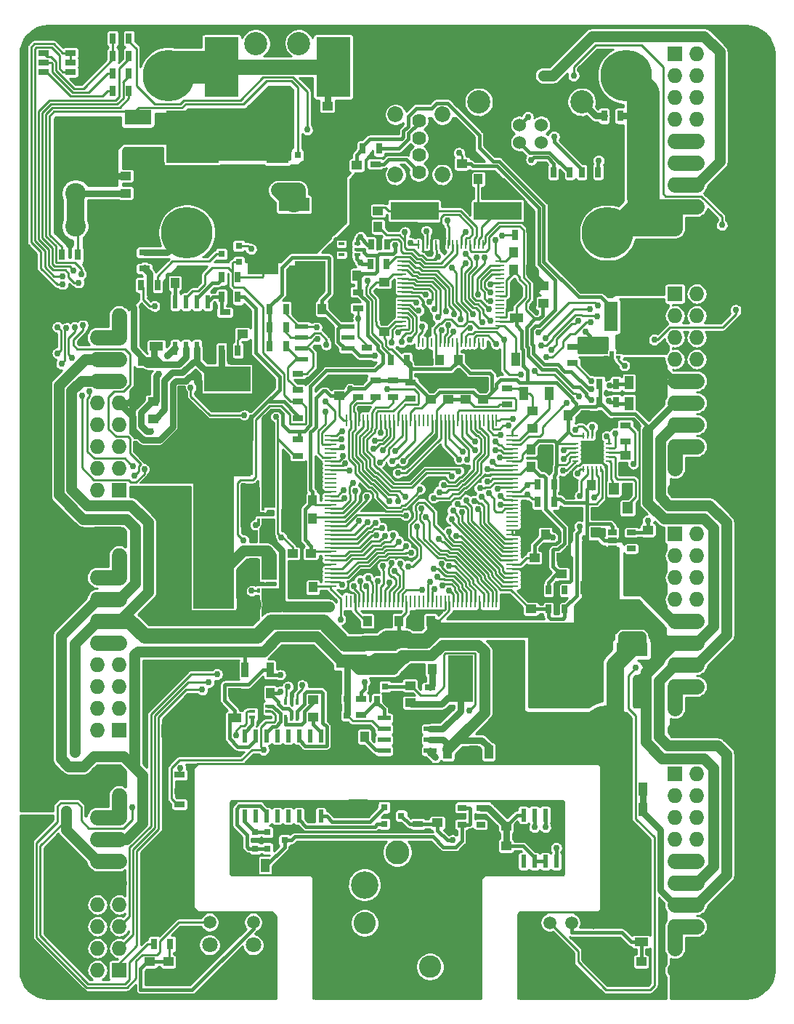
<source format=gtl>
G04 #@! TF.FileFunction,Copper,L1,Top,Signal*
%FSLAX46Y46*%
G04 Gerber Fmt 4.6, Leading zero omitted, Abs format (unit mm)*
G04 Created by KiCad (PCBNEW 4.0.0-rc2-1-stable) date Thursday, December 31, 2015 'AMt' 08:25:51 AM*
%MOMM*%
G01*
G04 APERTURE LIST*
%ADD10C,0.100000*%
%ADD11C,2.400000*%
%ADD12R,2.400000X2.400000*%
%ADD13R,0.600000X1.500000*%
%ADD14R,0.650000X1.060000*%
%ADD15R,1.060000X0.650000*%
%ADD16R,0.730000X0.246000*%
%ADD17R,0.246000X0.730000*%
%ADD18R,1.250000X1.250000*%
%ADD19R,1.200000X1.400000*%
%ADD20R,0.600000X1.550000*%
%ADD21R,1.175000X1.175000*%
%ADD22R,1.550000X0.600000*%
%ADD23R,0.398780X0.749300*%
%ADD24R,2.500000X4.000000*%
%ADD25R,4.000000X7.000000*%
%ADD26C,2.700000*%
%ADD27R,1.450000X0.250000*%
%ADD28R,0.250000X1.450000*%
%ADD29R,0.250000X1.000000*%
%ADD30R,1.000000X0.250000*%
%ADD31R,1.000000X1.250000*%
%ADD32R,0.749300X0.398780*%
%ADD33R,2.900680X5.400040*%
%ADD34R,0.800100X0.800100*%
%ADD35C,1.800000*%
%ADD36C,1.500000*%
%ADD37C,4.500000*%
%ADD38C,6.000000*%
%ADD39R,1.300000X0.700000*%
%ADD40R,1.600000X1.000000*%
%ADD41R,0.700000X1.300000*%
%ADD42C,1.524000*%
%ADD43C,2.700020*%
%ADD44R,1.250000X1.000000*%
%ADD45C,2.800000*%
%ADD46C,2.600000*%
%ADD47C,3.200000*%
%ADD48R,1.000000X1.600000*%
%ADD49C,1.620000*%
%ADD50C,1.850000*%
%ADD51R,1.600000X3.500000*%
%ADD52R,3.048000X1.651000*%
%ADD53R,6.096000X6.096000*%
%ADD54R,5.600700X2.100580*%
%ADD55C,1.727200*%
%ADD56O,1.727200X1.727200*%
%ADD57R,1.727200X1.727200*%
%ADD58R,0.900000X1.700000*%
%ADD59R,2.300000X1.000000*%
%ADD60R,5.400040X2.900680*%
%ADD61R,0.500000X0.860000*%
%ADD62R,0.550000X0.300000*%
%ADD63R,0.860000X0.500000*%
%ADD64R,0.300000X0.550000*%
%ADD65R,3.599180X1.600200*%
%ADD66C,0.762000*%
%ADD67C,0.762000*%
%ADD68C,0.381000*%
%ADD69C,1.778000*%
%ADD70C,0.228600*%
%ADD71C,1.270000*%
%ADD72C,3.810000*%
%ADD73C,2.286000*%
%ADD74C,2.032000*%
%ADD75C,0.254000*%
%ADD76C,0.152400*%
G04 APERTURE END LIST*
D10*
D11*
X104004737Y-63873441D03*
X104004737Y-67683441D03*
X104004737Y-60063441D03*
D12*
X104004737Y-56253441D03*
D13*
X123689737Y-136341441D03*
X124959737Y-136341441D03*
X126229737Y-136341441D03*
X127499737Y-136341441D03*
X128769737Y-136341441D03*
X130039737Y-136341441D03*
X131309737Y-136341441D03*
X132579737Y-136341441D03*
X132579737Y-127041441D03*
X131309737Y-127041441D03*
X130039737Y-127041441D03*
X128769737Y-127041441D03*
X127499737Y-127041441D03*
X126229737Y-127041441D03*
X124959737Y-127041441D03*
X123689737Y-127041441D03*
D14*
X159122737Y-112260441D03*
X160072737Y-112260441D03*
X161022737Y-112260441D03*
X161022737Y-110060441D03*
X159122737Y-110060441D03*
D15*
X166565379Y-103332959D03*
X166565379Y-104282959D03*
X166565379Y-105232959D03*
X168765379Y-105232959D03*
X168765379Y-103332959D03*
D16*
X166167255Y-94994799D03*
X166167255Y-94494799D03*
X166167255Y-93994799D03*
X166167255Y-93494799D03*
X166167255Y-92994799D03*
D17*
X165202255Y-92029799D03*
X164702255Y-92029799D03*
X164202255Y-92029799D03*
X163702255Y-92029799D03*
X163202255Y-92029799D03*
D16*
X162237255Y-92994799D03*
X162237255Y-93494799D03*
X162237255Y-93994799D03*
X162237255Y-94494799D03*
X162237255Y-94994799D03*
D17*
X163202255Y-95959799D03*
X163702255Y-95959799D03*
X164202255Y-95959799D03*
X164702255Y-95959799D03*
X165202255Y-95959799D03*
D18*
X163577255Y-93369799D03*
X163577255Y-94619799D03*
X164827255Y-93369799D03*
X164827255Y-94619799D03*
D19*
X166742737Y-98290441D03*
X166742737Y-100490441D03*
X168342737Y-98290441D03*
X168342737Y-100490441D03*
D20*
X115609237Y-81892941D03*
X116879237Y-81892941D03*
X118149237Y-81892941D03*
X119419237Y-81892941D03*
X119419237Y-76492941D03*
X118149237Y-76492941D03*
X116879237Y-76492941D03*
X115609237Y-76492941D03*
D21*
X118101737Y-78605441D03*
X116926737Y-78605441D03*
X118101737Y-79780441D03*
X116926737Y-79780441D03*
D22*
X130354737Y-79367441D03*
X130354737Y-80637441D03*
X130354737Y-81907441D03*
X130354737Y-83177441D03*
X135754737Y-83177441D03*
X135754737Y-81907441D03*
X135754737Y-80637441D03*
X135754737Y-79367441D03*
D23*
X129800977Y-123055441D03*
X129150737Y-123055441D03*
X128500497Y-123055441D03*
X128500497Y-124955361D03*
X129150737Y-124955361D03*
X129800977Y-124955361D03*
D20*
X156201737Y-141630441D03*
X157471737Y-141630441D03*
X158741737Y-141630441D03*
X160011737Y-141630441D03*
X160011737Y-136230441D03*
X158741737Y-136230441D03*
X157471737Y-136230441D03*
X156201737Y-136230441D03*
D15*
X149005737Y-135440441D03*
X149005737Y-136390441D03*
X149005737Y-137340441D03*
X151205737Y-137340441D03*
X151205737Y-135440441D03*
D22*
X145345737Y-128770441D03*
X145345737Y-127500441D03*
X145345737Y-126230441D03*
X145345737Y-124960441D03*
X139945737Y-124960441D03*
X139945737Y-126230441D03*
X139945737Y-127500441D03*
X139945737Y-128770441D03*
D21*
X142058237Y-126277941D03*
X142058237Y-127452941D03*
X143233237Y-126277941D03*
X143233237Y-127452941D03*
D24*
X127527917Y-58400881D03*
D25*
X134027917Y-49150881D03*
X121027917Y-49150881D03*
D26*
X130027917Y-46400881D03*
X125027917Y-46400881D03*
D27*
X154860996Y-109572620D03*
X154860996Y-109072620D03*
X154860996Y-108572620D03*
X154860996Y-108072620D03*
X154860996Y-107572620D03*
X154860996Y-107072620D03*
X154860996Y-106572620D03*
X154860996Y-106072620D03*
X154860996Y-105572620D03*
X154860996Y-105072620D03*
X154860996Y-104572620D03*
X154860996Y-104072620D03*
X154860996Y-103572620D03*
X154860996Y-103072620D03*
X154860996Y-102572620D03*
X154860996Y-102072620D03*
X154860996Y-101572620D03*
X154860996Y-101072620D03*
X154860996Y-100572620D03*
X154860996Y-100072620D03*
X154860996Y-99572620D03*
X154860996Y-99072620D03*
X154860996Y-98572620D03*
X154860996Y-98072620D03*
X154860996Y-97572620D03*
X154860996Y-97072620D03*
X154860996Y-96572620D03*
X154860996Y-96072620D03*
X154860996Y-95572620D03*
X154860996Y-95072620D03*
X154860996Y-94572620D03*
X154860996Y-94072620D03*
X154860996Y-93572620D03*
X154860996Y-93072620D03*
X154860996Y-92572620D03*
X154860996Y-92072620D03*
D28*
X153060996Y-90272620D03*
X152560996Y-90272620D03*
X152060996Y-90272620D03*
X151560996Y-90272620D03*
X151060996Y-90272620D03*
X150560996Y-90272620D03*
X150060996Y-90272620D03*
X149560996Y-90272620D03*
X149060996Y-90272620D03*
X148560996Y-90272620D03*
X148060996Y-90272620D03*
X147560996Y-90272620D03*
X147060996Y-90272620D03*
X146560996Y-90272620D03*
X146060996Y-90272620D03*
X145560996Y-90272620D03*
X145060996Y-90272620D03*
X144560996Y-90272620D03*
X144060996Y-90272620D03*
X143560996Y-90272620D03*
X143060996Y-90272620D03*
X142560996Y-90272620D03*
X142060996Y-90272620D03*
X141560996Y-90272620D03*
X141060996Y-90272620D03*
X140560996Y-90272620D03*
X140060996Y-90272620D03*
X139560996Y-90272620D03*
X139060996Y-90272620D03*
X138560996Y-90272620D03*
X138060996Y-90272620D03*
X137560996Y-90272620D03*
X137060996Y-90272620D03*
X136560996Y-90272620D03*
X136060996Y-90272620D03*
X135560996Y-90272620D03*
D27*
X133760996Y-92072620D03*
X133760996Y-92572620D03*
X133760996Y-93072620D03*
X133760996Y-93572620D03*
X133760996Y-94072620D03*
X133760996Y-94572620D03*
X133760996Y-95072620D03*
X133760996Y-95572620D03*
X133760996Y-96072620D03*
X133760996Y-96572620D03*
X133760996Y-97072620D03*
X133760996Y-97572620D03*
X133760996Y-98072620D03*
X133760996Y-98572620D03*
X133760996Y-99072620D03*
X133760996Y-99572620D03*
X133760996Y-100072620D03*
X133760996Y-100572620D03*
X133760996Y-101072620D03*
X133760996Y-101572620D03*
X133760996Y-102072620D03*
X133760996Y-102572620D03*
X133760996Y-103072620D03*
X133760996Y-103572620D03*
X133760996Y-104072620D03*
X133760996Y-104572620D03*
X133760996Y-105072620D03*
X133760996Y-105572620D03*
X133760996Y-106072620D03*
X133760996Y-106572620D03*
X133760996Y-107072620D03*
X133760996Y-107572620D03*
X133760996Y-108072620D03*
X133760996Y-108572620D03*
X133760996Y-109072620D03*
X133760996Y-109572620D03*
D28*
X135560996Y-111372620D03*
X136060996Y-111372620D03*
X136560996Y-111372620D03*
X137060996Y-111372620D03*
X137560996Y-111372620D03*
X138060996Y-111372620D03*
X138560996Y-111372620D03*
X139060996Y-111372620D03*
X139560996Y-111372620D03*
X140060996Y-111372620D03*
X140560996Y-111372620D03*
X141060996Y-111372620D03*
X141560996Y-111372620D03*
X142060996Y-111372620D03*
X142560996Y-111372620D03*
X143060996Y-111372620D03*
X143560996Y-111372620D03*
X144060996Y-111372620D03*
X144560996Y-111372620D03*
X145060996Y-111372620D03*
X145560996Y-111372620D03*
X146060996Y-111372620D03*
X146560996Y-111372620D03*
X147060996Y-111372620D03*
X147560996Y-111372620D03*
X148060996Y-111372620D03*
X148560996Y-111372620D03*
X149060996Y-111372620D03*
X149560996Y-111372620D03*
X150060996Y-111372620D03*
X150560996Y-111372620D03*
X151060996Y-111372620D03*
X151560996Y-111372620D03*
X152060996Y-111372620D03*
X152560996Y-111372620D03*
X153060996Y-111372620D03*
D29*
X151470917Y-69839881D03*
X150970917Y-69839881D03*
X150470917Y-69839881D03*
X149970917Y-69839881D03*
X149470917Y-69839881D03*
X148970917Y-69839881D03*
X148470917Y-69839881D03*
X147970917Y-69839881D03*
X147470917Y-69839881D03*
X146970917Y-69839881D03*
X146470917Y-69839881D03*
X145970917Y-69839881D03*
X145470917Y-69839881D03*
X144970917Y-69839881D03*
X144470917Y-69839881D03*
X143970917Y-69839881D03*
D30*
X142020917Y-71789881D03*
X142020917Y-72289881D03*
X142020917Y-72789881D03*
X142020917Y-73289881D03*
X142020917Y-73789881D03*
X142020917Y-74289881D03*
X142020917Y-74789881D03*
X142020917Y-75289881D03*
X142020917Y-75789881D03*
X142020917Y-76289881D03*
X142020917Y-76789881D03*
X142020917Y-77289881D03*
X142020917Y-77789881D03*
X142020917Y-78289881D03*
X142020917Y-78789881D03*
X142020917Y-79289881D03*
D29*
X143970917Y-81239881D03*
X144470917Y-81239881D03*
X144970917Y-81239881D03*
X145470917Y-81239881D03*
X145970917Y-81239881D03*
X146470917Y-81239881D03*
X146970917Y-81239881D03*
X147470917Y-81239881D03*
X147970917Y-81239881D03*
X148470917Y-81239881D03*
X148970917Y-81239881D03*
X149470917Y-81239881D03*
X149970917Y-81239881D03*
X150470917Y-81239881D03*
X150970917Y-81239881D03*
X151470917Y-81239881D03*
D30*
X153420917Y-79289881D03*
X153420917Y-78789881D03*
X153420917Y-78289881D03*
X153420917Y-77789881D03*
X153420917Y-77289881D03*
X153420917Y-76789881D03*
X153420917Y-76289881D03*
X153420917Y-75789881D03*
X153420917Y-75289881D03*
X153420917Y-74789881D03*
X153420917Y-74289881D03*
X153420917Y-73789881D03*
X153420917Y-73289881D03*
X153420917Y-72789881D03*
X153420917Y-72289881D03*
X153420917Y-71789881D03*
D31*
X150613737Y-83304441D03*
X148613737Y-83304441D03*
X134796137Y-73474641D03*
X136796137Y-73474641D03*
D32*
X126478657Y-124833441D03*
X126478657Y-124183201D03*
X126478657Y-123532961D03*
X124578737Y-123532961D03*
X124578737Y-124183201D03*
X124578737Y-124833441D03*
D33*
X158736657Y-120388441D03*
X148835737Y-120388441D03*
D34*
X135594717Y-124640441D03*
X135594717Y-122740441D03*
X133595737Y-123690441D03*
X124926717Y-140134441D03*
X124926717Y-138234441D03*
X122927737Y-139184441D03*
D35*
X124705737Y-151358881D03*
X119625737Y-151358881D03*
D36*
X124705737Y-148728881D03*
X119625737Y-148728881D03*
X122165737Y-148728881D03*
D37*
X165599737Y-152575441D03*
D36*
X164329737Y-148765441D03*
X159249737Y-148765441D03*
X161789737Y-148765441D03*
D37*
X157979737Y-152575441D03*
D38*
X114799737Y-141597441D03*
D39*
X100295737Y-47533441D03*
X100295737Y-48633441D03*
X100295737Y-49733441D03*
X103395737Y-49733441D03*
X103395737Y-48633441D03*
X103395737Y-47533441D03*
D38*
X168139737Y-141597441D03*
X168139737Y-50157441D03*
X114799737Y-50157441D03*
X116969737Y-126450441D03*
X165969737Y-68450441D03*
X165969737Y-126450441D03*
D40*
X122546737Y-124936441D03*
X122546737Y-121936441D03*
D41*
X164901237Y-61396941D03*
X163001237Y-61396941D03*
D31*
X162075737Y-97801620D03*
X164075737Y-97801620D03*
D42*
X158267917Y-57910881D03*
X155727917Y-57910881D03*
X155727917Y-55911901D03*
X158267917Y-55911901D03*
D43*
X162997397Y-53211881D03*
X150998437Y-53211881D03*
D44*
X149026237Y-62412941D03*
X149026237Y-60412941D03*
D45*
X149747917Y-150728881D03*
X141497917Y-140558881D03*
D46*
X145307917Y-153898881D03*
X137687917Y-148818881D03*
D47*
X137687917Y-144373881D03*
X145307917Y-145008881D03*
D31*
X137247237Y-67746941D03*
X139247237Y-67746941D03*
X144422737Y-83304441D03*
X146422737Y-83304441D03*
X157084137Y-70731441D03*
X155084137Y-70731441D03*
D44*
X139945737Y-76192441D03*
X139945737Y-74192441D03*
D31*
X157027237Y-72763441D03*
X155027237Y-72763441D03*
D48*
X168520737Y-85907941D03*
X171520737Y-85907941D03*
D44*
X139945737Y-77970441D03*
X139945737Y-79970441D03*
D31*
X152931237Y-62222441D03*
X150931237Y-62222441D03*
D40*
X155376237Y-78326041D03*
X155376237Y-75326041D03*
D44*
X158513137Y-74649641D03*
X158513137Y-76649641D03*
D48*
X155287337Y-83177441D03*
X152287337Y-83177441D03*
D44*
X139261937Y-63873441D03*
X139261937Y-65873441D03*
D48*
X168520737Y-88308241D03*
X171520737Y-88308241D03*
X126102737Y-142105441D03*
X123102737Y-142105441D03*
D44*
X146168737Y-137152441D03*
X146168737Y-135152441D03*
D31*
X124705737Y-122039441D03*
X126705737Y-122039441D03*
X129627237Y-101719441D03*
X131627237Y-101719441D03*
X156767137Y-103573641D03*
X158767137Y-103573641D03*
D44*
X147466917Y-85842881D03*
X147466917Y-87842881D03*
X157471737Y-108291441D03*
X157471737Y-106291441D03*
X157268537Y-91197241D03*
X157268537Y-89197241D03*
D48*
X156224337Y-87165241D03*
X159224337Y-87165241D03*
D31*
X136008737Y-113657441D03*
X138008737Y-113657441D03*
D44*
X131436737Y-107783441D03*
X131436737Y-105783441D03*
D31*
X159046537Y-95674241D03*
X157046537Y-95674241D03*
X159046537Y-93642241D03*
X157046537Y-93642241D03*
D44*
X149498917Y-85858881D03*
X149498917Y-87858881D03*
X151530917Y-85858881D03*
X151530917Y-87858881D03*
D31*
X139691737Y-113657441D03*
X141691737Y-113657441D03*
X129658737Y-109720441D03*
X131658737Y-109720441D03*
X143374737Y-113639881D03*
X145374737Y-113639881D03*
D44*
X134738737Y-85431941D03*
X134738737Y-87431941D03*
X145434917Y-85842881D03*
X145434917Y-87842881D03*
D31*
X129627237Y-99623941D03*
X131627237Y-99623941D03*
X115561737Y-74287441D03*
X117561737Y-74287441D03*
D44*
X113021737Y-90130441D03*
X113021737Y-88130441D03*
X123435737Y-78224441D03*
X123435737Y-80224441D03*
D31*
X137659737Y-127119441D03*
X135659737Y-127119441D03*
D44*
X142993737Y-123166441D03*
X142993737Y-121166441D03*
D31*
X143533737Y-119245441D03*
X145533737Y-119245441D03*
D44*
X163974137Y-81685441D03*
X163974137Y-83685441D03*
X169181137Y-83685441D03*
X169181137Y-81685441D03*
X136770737Y-62603441D03*
X136770737Y-60603441D03*
X129277737Y-107783441D03*
X129277737Y-105783441D03*
D31*
X126705737Y-98849241D03*
X124705737Y-98849241D03*
X126721737Y-106926441D03*
X124721737Y-106926441D03*
X124705737Y-103675241D03*
X126705737Y-103675241D03*
X124705737Y-111752441D03*
X126705737Y-111752441D03*
D48*
X170123737Y-133215441D03*
X167123737Y-133215441D03*
X170123737Y-135628441D03*
X167123737Y-135628441D03*
D44*
X109846737Y-63841441D03*
X109846737Y-61841441D03*
X133341737Y-55713441D03*
X133341737Y-53713441D03*
X164617379Y-103232959D03*
X164617379Y-105232959D03*
X170713379Y-103089959D03*
X170713379Y-105089959D03*
X157090737Y-110260441D03*
X157090737Y-112260441D03*
X160646737Y-108196441D03*
X160646737Y-106196441D03*
D31*
X163440737Y-89730641D03*
X161440737Y-89730641D03*
D44*
X168076237Y-94321941D03*
X168076237Y-96321941D03*
X169917737Y-155313441D03*
X169917737Y-153313441D03*
X114799737Y-155313441D03*
X114799737Y-153313441D03*
X112640737Y-153313441D03*
X112640737Y-155313441D03*
D49*
X144009737Y-55410881D03*
X144009737Y-57410881D03*
X144009737Y-59410881D03*
D50*
X146729737Y-54680881D03*
D49*
X144009737Y-61410881D03*
D50*
X146729737Y-61680881D03*
X141289737Y-54680881D03*
X141289737Y-61680881D03*
D34*
X139960977Y-135374441D03*
X139960977Y-137274441D03*
X141959957Y-136324441D03*
X126356737Y-138234441D03*
X126356737Y-140134441D03*
X128355717Y-139184441D03*
X111756737Y-93591441D03*
X113656737Y-93591441D03*
X112706737Y-91592461D03*
X141022737Y-119278461D03*
X139122737Y-119278461D03*
X140072737Y-121277441D03*
X131911717Y-60378441D03*
X131911717Y-58478441D03*
X129912737Y-59428441D03*
D51*
X171276637Y-78224441D03*
X166399837Y-78224441D03*
D41*
X161596737Y-61396941D03*
X159696737Y-61396941D03*
X165071337Y-86047641D03*
X166971337Y-86047641D03*
X165071337Y-88155841D03*
X166971337Y-88155841D03*
X137456537Y-58666441D03*
X139356537Y-58666441D03*
D39*
X138929737Y-62349441D03*
X138929737Y-60449441D03*
D41*
X113148737Y-151249441D03*
X115048737Y-151249441D03*
D34*
X123021717Y-71874441D03*
X123021717Y-69974441D03*
X121022737Y-70924441D03*
D52*
X111243737Y-54983441D03*
D53*
X117593737Y-57269441D03*
D52*
X111243737Y-59555441D03*
D41*
X128515737Y-77335441D03*
X126615737Y-77335441D03*
X128515737Y-79494441D03*
X126615737Y-79494441D03*
X128515737Y-81653441D03*
X126615737Y-81653441D03*
D39*
X136923137Y-77254241D03*
X136923137Y-75354241D03*
X137913737Y-83746441D03*
X137913737Y-81846441D03*
X129912737Y-86733441D03*
X129912737Y-84833441D03*
D41*
X140707737Y-83304441D03*
X142607737Y-83304441D03*
X138360737Y-72128441D03*
X140260737Y-72128441D03*
X138421737Y-69842441D03*
X140321737Y-69842441D03*
X157085737Y-68699441D03*
X155185737Y-68699441D03*
D39*
X143882737Y-135379441D03*
X143882737Y-137279441D03*
X154322137Y-86545441D03*
X154322137Y-88445441D03*
X138929737Y-87558941D03*
X138929737Y-85658941D03*
X136897737Y-85658941D03*
X136897737Y-87558941D03*
X142993737Y-87749441D03*
X142993737Y-85849441D03*
X140961737Y-87558941D03*
X140961737Y-85658941D03*
D41*
X122922737Y-73652441D03*
X121022737Y-73652441D03*
X122922737Y-82161441D03*
X121022737Y-82161441D03*
X121022737Y-75938441D03*
X122922737Y-75938441D03*
D39*
X121403737Y-79616441D03*
X121403737Y-77716441D03*
X129912737Y-88130441D03*
X129912737Y-90030441D03*
X145279737Y-121404441D03*
X145279737Y-123304441D03*
X137278737Y-124579441D03*
X137278737Y-122679441D03*
D41*
X141020237Y-122991941D03*
X139120237Y-122991941D03*
D39*
X161891337Y-83619441D03*
X161891337Y-81719441D03*
X171314737Y-82034441D03*
X171314737Y-83934441D03*
X129912737Y-92516941D03*
X129912737Y-94416941D03*
D41*
X111629737Y-74541441D03*
X113529737Y-74541441D03*
X102358737Y-70985441D03*
X104258737Y-70985441D03*
X159757737Y-99789041D03*
X157857737Y-99789041D03*
X159757737Y-97757041D03*
X157857737Y-97757041D03*
D39*
X168076237Y-90865941D03*
X168076237Y-92765941D03*
D54*
X153199457Y-65905441D03*
X143501737Y-65905441D03*
D31*
X130706737Y-77335441D03*
X132706737Y-77335441D03*
D41*
X110222737Y-47871441D03*
X108322737Y-47871441D03*
X110222737Y-49903441D03*
X108322737Y-49903441D03*
X110222737Y-51935441D03*
X108322737Y-51935441D03*
D55*
X109084737Y-75557441D03*
D56*
X106544737Y-75557441D03*
X109084737Y-78097441D03*
X106544737Y-78097441D03*
X109084737Y-80637441D03*
X106544737Y-80637441D03*
X109084737Y-83177441D03*
X106544737Y-83177441D03*
X109084737Y-85717441D03*
X106544737Y-85717441D03*
X109084737Y-88257441D03*
X106544737Y-88257441D03*
X109084737Y-90797441D03*
X106544737Y-90797441D03*
X109084737Y-93337441D03*
X106544737Y-93337441D03*
X109084737Y-95877441D03*
X106544737Y-95877441D03*
D57*
X109084737Y-98417441D03*
D56*
X106544737Y-98417441D03*
D55*
X109084737Y-103497441D03*
D56*
X106544737Y-103497441D03*
X109084737Y-106037441D03*
X106544737Y-106037441D03*
X109084737Y-108577441D03*
X106544737Y-108577441D03*
X109084737Y-111117441D03*
X106544737Y-111117441D03*
X109084737Y-113657441D03*
X106544737Y-113657441D03*
X109084737Y-116197441D03*
X106544737Y-116197441D03*
X109084737Y-118737441D03*
X106544737Y-118737441D03*
X109084737Y-121277441D03*
X106544737Y-121277441D03*
X109084737Y-123817441D03*
X106544737Y-123817441D03*
D57*
X109084737Y-126357441D03*
D56*
X106544737Y-126357441D03*
D55*
X109084737Y-131437441D03*
D56*
X106544737Y-131437441D03*
X109084737Y-133977441D03*
X106544737Y-133977441D03*
X109084737Y-136517441D03*
X106544737Y-136517441D03*
X109084737Y-139057441D03*
X106544737Y-139057441D03*
X109084737Y-141597441D03*
X106544737Y-141597441D03*
X109084737Y-144137441D03*
X106544737Y-144137441D03*
X109084737Y-146677441D03*
X106544737Y-146677441D03*
X109084737Y-149217441D03*
X106544737Y-149217441D03*
X109084737Y-151757441D03*
X106544737Y-151757441D03*
D57*
X109084737Y-154297441D03*
D56*
X106544737Y-154297441D03*
D55*
X173854737Y-154297441D03*
D56*
X176394737Y-154297441D03*
X173854737Y-151757441D03*
X176394737Y-151757441D03*
X173854737Y-149217441D03*
X176394737Y-149217441D03*
X173854737Y-146677441D03*
X176394737Y-146677441D03*
X173854737Y-144137441D03*
X176394737Y-144137441D03*
X173854737Y-141597441D03*
X176394737Y-141597441D03*
X173854737Y-139057441D03*
X176394737Y-139057441D03*
X173854737Y-136517441D03*
X176394737Y-136517441D03*
X173854737Y-133977441D03*
X176394737Y-133977441D03*
D57*
X173854737Y-131437441D03*
D56*
X176394737Y-131437441D03*
D55*
X173854737Y-126357441D03*
D56*
X176394737Y-126357441D03*
X173854737Y-123817441D03*
X176394737Y-123817441D03*
X173854737Y-121277441D03*
X176394737Y-121277441D03*
X173854737Y-118737441D03*
X176394737Y-118737441D03*
X173854737Y-116197441D03*
X176394737Y-116197441D03*
X173854737Y-113657441D03*
X176394737Y-113657441D03*
X173854737Y-111117441D03*
X176394737Y-111117441D03*
X173854737Y-108577441D03*
X176394737Y-108577441D03*
X173854737Y-106037441D03*
X176394737Y-106037441D03*
D57*
X173854737Y-103497441D03*
D56*
X176394737Y-103497441D03*
D55*
X173854737Y-98417441D03*
D56*
X176394737Y-98417441D03*
X173854737Y-95877441D03*
X176394737Y-95877441D03*
X173854737Y-93337441D03*
X176394737Y-93337441D03*
X173854737Y-90797441D03*
X176394737Y-90797441D03*
X173854737Y-88257441D03*
X176394737Y-88257441D03*
X173854737Y-85717441D03*
X176394737Y-85717441D03*
X173854737Y-83177441D03*
X176394737Y-83177441D03*
X173854737Y-80637441D03*
X176394737Y-80637441D03*
X173854737Y-78097441D03*
X176394737Y-78097441D03*
D57*
X173854737Y-75557441D03*
D56*
X176394737Y-75557441D03*
D55*
X173854737Y-70477441D03*
D56*
X176394737Y-70477441D03*
X173854737Y-67937441D03*
X176394737Y-67937441D03*
X173854737Y-65397441D03*
X176394737Y-65397441D03*
X173854737Y-62857441D03*
X176394737Y-62857441D03*
X173854737Y-60317441D03*
X176394737Y-60317441D03*
X173854737Y-57777441D03*
X176394737Y-57777441D03*
X173854737Y-55237441D03*
X176394737Y-55237441D03*
X173854737Y-52697441D03*
X176394737Y-52697441D03*
X173854737Y-50157441D03*
X176394737Y-50157441D03*
D57*
X173854737Y-47617441D03*
D56*
X176394737Y-47617441D03*
D41*
X167499737Y-54856441D03*
X165599737Y-54856441D03*
D39*
X112005737Y-70736441D03*
X112005737Y-72636441D03*
D44*
X131690737Y-124801441D03*
X131690737Y-122801441D03*
X154169737Y-137501441D03*
X154169737Y-135501441D03*
D40*
X113402737Y-81653441D03*
X113402737Y-78653441D03*
X112005737Y-83431441D03*
X112005737Y-86431441D03*
D48*
X118561737Y-99052441D03*
X115561737Y-99052441D03*
X152137737Y-128897441D03*
X155137737Y-128897441D03*
X147359737Y-128897441D03*
X150359737Y-128897441D03*
X169869737Y-121785441D03*
X166869737Y-121785441D03*
D40*
X169917737Y-150995441D03*
X169917737Y-147995441D03*
D58*
X126663737Y-119308941D03*
X123763737Y-119308941D03*
D39*
X116133237Y-131564441D03*
X116133237Y-133464441D03*
X116133237Y-134993441D03*
X116133237Y-136893441D03*
D41*
X108322737Y-45839441D03*
X110222737Y-45839441D03*
D38*
X116969737Y-68450441D03*
D44*
X154169737Y-141851441D03*
X154169737Y-139851441D03*
D59*
X136897737Y-134953441D03*
X136897737Y-129953441D03*
D60*
X121657737Y-95369441D03*
X121657737Y-85468521D03*
D61*
X166514137Y-82669441D03*
D62*
X167239137Y-82919441D03*
X167239137Y-82419441D03*
X165789137Y-82919441D03*
X165789137Y-82419441D03*
D63*
X125590737Y-101225241D03*
D64*
X125340737Y-101950241D03*
X125840737Y-101950241D03*
X125340737Y-100500241D03*
X125840737Y-100500241D03*
D63*
X125594737Y-109339441D03*
D64*
X125344737Y-110064441D03*
X125844737Y-110064441D03*
X125344737Y-108614441D03*
X125844737Y-108614441D03*
D32*
X134967337Y-69725601D03*
X134967337Y-70375841D03*
X134967337Y-71026081D03*
X136867257Y-71026081D03*
X136867257Y-70375841D03*
X136867257Y-69725601D03*
D65*
X164583737Y-109770700D03*
X170085377Y-109770700D03*
X136135737Y-118356441D03*
X130634097Y-118356441D03*
X120682377Y-104005441D03*
X115180737Y-104005441D03*
X123943737Y-65143441D03*
X129445377Y-65143441D03*
X125848737Y-72509441D03*
X131350377Y-72509441D03*
X120682377Y-111244441D03*
X115180737Y-111244441D03*
X163313737Y-116959441D03*
X168815377Y-116959441D03*
D66*
X163313737Y-103992714D03*
X103903137Y-128897441D03*
X103903137Y-127576641D03*
X101918757Y-79436295D03*
X101918757Y-82474548D03*
X138885705Y-82753058D03*
X136046837Y-86608981D03*
X159605319Y-103953409D03*
X102937937Y-135780841D03*
X102937937Y-136873041D03*
X141215737Y-116578441D03*
X102471757Y-73502284D03*
X137659737Y-120769441D03*
X146255965Y-71233610D03*
X147852970Y-72547328D03*
X142381597Y-68392101D03*
X152907357Y-69281101D03*
X141252749Y-69915402D03*
X157113898Y-59957422D03*
X164140325Y-86686880D03*
X147311746Y-67029409D03*
X166268974Y-86249840D03*
X148708737Y-59174441D03*
X164102066Y-87943630D03*
X166187572Y-88032476D03*
X136457643Y-109638153D03*
X125899537Y-128643441D03*
X135065664Y-109408125D03*
X116196737Y-130738943D03*
X122683257Y-126941641D03*
X147946737Y-139184441D03*
X160011737Y-140073439D03*
X132516237Y-112006445D03*
X133532237Y-112006441D03*
X131373231Y-112006441D03*
X102476828Y-74464282D03*
X158487735Y-50157441D03*
X159630737Y-50157441D03*
X140961737Y-117975441D03*
X139945737Y-117975441D03*
X138929737Y-117975441D03*
X162723725Y-102651039D03*
X134865737Y-113479641D03*
X142759175Y-107283295D03*
X170679737Y-101973441D03*
X116272780Y-86644484D03*
X163470686Y-79980612D03*
X117414696Y-86467944D03*
X127372737Y-89908441D03*
X127983028Y-103883606D03*
X125005048Y-102469229D03*
X123668195Y-89718111D03*
X113202717Y-76981963D03*
X142499868Y-104937844D03*
X110583337Y-135298241D03*
X147561074Y-107261540D03*
X169282737Y-119118441D03*
X135232489Y-98406569D03*
X135311448Y-99365729D03*
X135433411Y-95323161D03*
X136628264Y-98508331D03*
X135059725Y-93448713D03*
X135136865Y-94407627D03*
X135089805Y-91529803D03*
X135006317Y-92488185D03*
X141031087Y-103667081D03*
X141678017Y-104404221D03*
X139083073Y-103669520D03*
X139722856Y-102820137D03*
X138964574Y-102228127D03*
X138008634Y-102120208D03*
X137052118Y-102016950D03*
X140070381Y-103717184D03*
X137162517Y-108981725D03*
X118736737Y-121658441D03*
X143085518Y-105702326D03*
X119523458Y-120794162D03*
X138101733Y-108677997D03*
X140851724Y-106927896D03*
X120485492Y-119832127D03*
X139213941Y-109034099D03*
X139845422Y-107226252D03*
X141825335Y-106997561D03*
X141200602Y-107824417D03*
X145762337Y-107581761D03*
X146632651Y-107009555D03*
X146139724Y-108487759D03*
X146751980Y-109474942D03*
X147513531Y-110066608D03*
X145852881Y-109916021D03*
X145321807Y-109113882D03*
X144407190Y-110051099D03*
X148522312Y-100032506D03*
X149517172Y-99591018D03*
X147989045Y-100833188D03*
X149047972Y-100968317D03*
X146341853Y-104069534D03*
X147829897Y-101800723D03*
X147546360Y-103276695D03*
X148396013Y-103727867D03*
X155007285Y-90150478D03*
X154434249Y-90923198D03*
X153530984Y-92000919D03*
X152971681Y-92783637D03*
X152968757Y-93745644D03*
X153423363Y-94642157D03*
X152611943Y-95158940D03*
X152040856Y-95933102D03*
X149427961Y-70936388D03*
X151383607Y-78839859D03*
X144810158Y-101584443D03*
X150742098Y-71349502D03*
X152339905Y-78735165D03*
X145754106Y-99351118D03*
X151704101Y-71349531D03*
X152184441Y-77341290D03*
X146920423Y-97820700D03*
X159439005Y-82066767D03*
X162587779Y-78671582D03*
X150527321Y-93724183D03*
X158906890Y-82967062D03*
X150539660Y-92762251D03*
X164024936Y-78859442D03*
X158233737Y-81551841D03*
X149671183Y-94863235D03*
X164761537Y-78199041D03*
X158744046Y-80694891D03*
X163954803Y-77378095D03*
X149136491Y-93972416D03*
X157946365Y-80057694D03*
X148709477Y-94837339D03*
X164913937Y-76949486D03*
X124532988Y-110124244D03*
X123575334Y-104250439D03*
X152374025Y-74467278D03*
X136961237Y-78414933D03*
X138040735Y-74033441D03*
X144898897Y-68237801D03*
X153712538Y-68750242D03*
X149470301Y-68341437D03*
X146636058Y-79791532D03*
X140616154Y-99692371D03*
X149986235Y-79515881D03*
X144158014Y-98328686D03*
X162642452Y-87512840D03*
X130984617Y-56464261D03*
X157473404Y-84572774D03*
X155928715Y-84993971D03*
X153929432Y-80860415D03*
X148657367Y-96227960D03*
X162043737Y-50157441D03*
X179315737Y-67556441D03*
X180966737Y-77462441D03*
X171441737Y-80891441D03*
X153015721Y-81387670D03*
X147856965Y-96770336D03*
X161228465Y-88258796D03*
X164125901Y-85724977D03*
X167975125Y-83945914D03*
X156684337Y-98900041D03*
X166869737Y-91813441D03*
X156633537Y-97858641D03*
X165912304Y-92156839D03*
X150872043Y-100595163D03*
X169016085Y-95333646D03*
X150352891Y-77952311D03*
X149438550Y-72020156D03*
X144311997Y-100535801D03*
X143071982Y-69661499D03*
X148881457Y-78529241D03*
X143816697Y-102664321D03*
X148142317Y-77894241D03*
X146405857Y-98633527D03*
X147195517Y-77603422D03*
X142518865Y-101343627D03*
X146229697Y-78280321D03*
X142161023Y-95009473D03*
X145812460Y-77299365D03*
X140932499Y-95066533D03*
X145226409Y-76518784D03*
X141291937Y-93822581D03*
X144774155Y-75669707D03*
X139800957Y-93771781D03*
X143674004Y-76550863D03*
X133097257Y-88067512D03*
X143986391Y-77482315D03*
X138715277Y-93607647D03*
X142966567Y-80852913D03*
X139561504Y-91704416D03*
X142000597Y-81186081D03*
X138875798Y-92649001D03*
X133089689Y-89275393D03*
X141580358Y-80059257D03*
X140832079Y-81259234D03*
X141578957Y-96418461D03*
X144388215Y-79374789D03*
X140315223Y-86611521D03*
X147428620Y-79185803D03*
X141578149Y-99698027D03*
X148027556Y-79943769D03*
X142402694Y-99191363D03*
X140604562Y-109163773D03*
X130420737Y-121150441D03*
X137875923Y-109627934D03*
X128743415Y-121305089D03*
X160860360Y-94756367D03*
X153548822Y-100093751D03*
X160910257Y-93723140D03*
X153554984Y-99131768D03*
X162240578Y-91363862D03*
X151121737Y-98178681D03*
X151966273Y-97383529D03*
X164206528Y-91037604D03*
X164430608Y-99289040D03*
X150482248Y-99713665D03*
X162796217Y-99116881D03*
X151306268Y-99211840D03*
X162510960Y-96433585D03*
X152164695Y-98776548D03*
X160773737Y-96146989D03*
X153169971Y-98250152D03*
X110662117Y-95641023D03*
X103881728Y-79451499D03*
X103557057Y-82990121D03*
X105641540Y-86933461D03*
X135910169Y-96158726D03*
X104352637Y-74257482D03*
X112052698Y-95982203D03*
X102923620Y-79538077D03*
X104734022Y-87403922D03*
X136369417Y-97551301D03*
X102353737Y-83685441D03*
X103775184Y-72828307D03*
X110862737Y-96715641D03*
X137938413Y-99166782D03*
X104639737Y-73296841D03*
X104835231Y-79229504D03*
X150622006Y-86233000D03*
X158220423Y-109464930D03*
X156328737Y-109339441D03*
X156328739Y-108323441D03*
X101083737Y-140454429D03*
X145373643Y-70850217D03*
X139493617Y-95204341D03*
X142561937Y-119626441D03*
X159122735Y-94632841D03*
X153075055Y-83454659D03*
X128452237Y-100258941D03*
X128452235Y-99242941D03*
X132262241Y-98099941D03*
X157201857Y-77132241D03*
X139194827Y-75398743D03*
X155312737Y-76192441D03*
X143501737Y-114482941D03*
X137124226Y-88942652D03*
X135818237Y-85336441D03*
X133341737Y-85590441D03*
X134167237Y-83177441D03*
X136770737Y-114790921D03*
X160082238Y-110482441D03*
X158614737Y-108323441D03*
X154296738Y-110863442D03*
X101083743Y-136593641D03*
X164964737Y-60063441D03*
X123566092Y-98960399D03*
X163577255Y-93369799D03*
X163577255Y-94619799D03*
X164827255Y-93369799D03*
X164827255Y-94619799D03*
X135364304Y-72013031D03*
X137024747Y-63619441D03*
X138040737Y-63619441D03*
X134408531Y-72001441D03*
X124451737Y-70350441D03*
X123562731Y-97909441D03*
X129912737Y-63492441D03*
X127626737Y-63492441D03*
X128769737Y-63492441D03*
X149216737Y-128710121D03*
X153915737Y-128837121D03*
X101083737Y-142486441D03*
X101083737Y-141470445D03*
X143882731Y-124960441D03*
X143247741Y-126230441D03*
X142104731Y-126230441D03*
X142104737Y-127373435D03*
X143247741Y-127373441D03*
X132366377Y-74287451D03*
X130334377Y-74287441D03*
X129491097Y-116959431D03*
X131523097Y-116959441D03*
X170639097Y-108323441D03*
X168647737Y-108323441D03*
X167885737Y-115435441D03*
X169877097Y-115435441D03*
X116069737Y-112641441D03*
X114078377Y-112641441D03*
X116283097Y-102735441D03*
X114251097Y-102735431D03*
X115267097Y-102735441D03*
X115094377Y-112641441D03*
X130507097Y-116959441D03*
X169623097Y-108323441D03*
X168861097Y-115435441D03*
X131350377Y-74287441D03*
X119371737Y-80383441D03*
X118101737Y-79780441D03*
X118101737Y-78605441D03*
X116926737Y-78605441D03*
X116926737Y-79780441D03*
X137786737Y-128770441D03*
X136008737Y-128770441D03*
X136897737Y-128770441D03*
X131055737Y-49141441D03*
X130039737Y-49150881D03*
X129023737Y-49141441D03*
X125975737Y-49150881D03*
X124959737Y-49150881D03*
X123943737Y-49150881D03*
X127861668Y-119955931D03*
X127861668Y-121848941D03*
X114672739Y-82745641D03*
X113679858Y-84851566D03*
X149927937Y-124046041D03*
X145914737Y-129532441D03*
X137161257Y-71894184D03*
X159757737Y-57269441D03*
X156709737Y-54983441D03*
X137215237Y-68953440D03*
X158741737Y-137660451D03*
X157471737Y-137660439D03*
X152391737Y-142359451D03*
X124324737Y-141724441D03*
X124324737Y-142613441D03*
X153026737Y-134993441D03*
X160011737Y-137660441D03*
X147565737Y-134993441D03*
X137786737Y-136136441D03*
X136008737Y-136136441D03*
X136897737Y-136136441D03*
X150949277Y-75637039D03*
X132076624Y-79458950D03*
X152339905Y-76390696D03*
X133228880Y-81454299D03*
X152339895Y-75428685D03*
X132179685Y-80849572D03*
D67*
X165599737Y-54856441D02*
X164641957Y-54856441D01*
X164641957Y-54856441D02*
X162997397Y-53211881D01*
D68*
X150335297Y-86952380D02*
X151233958Y-87851041D01*
X151233958Y-87851041D02*
X151502737Y-87851041D01*
X146450418Y-86952380D02*
X150335297Y-86952380D01*
X145559917Y-87842881D02*
X146450418Y-86952380D01*
X145434917Y-87842881D02*
X145559917Y-87842881D01*
D69*
X137549339Y-116260941D02*
X136516737Y-116260941D01*
X136516737Y-116260941D02*
X135361037Y-116260941D01*
D67*
X141215737Y-116578441D02*
X140676922Y-116578441D01*
X140676922Y-116578441D02*
X140359422Y-116260941D01*
X140359422Y-116260941D02*
X136516737Y-116260941D01*
D70*
X161194106Y-95451669D02*
X160262905Y-95451669D01*
X161773792Y-94494799D02*
X161557954Y-94710638D01*
X162237255Y-94494799D02*
X161773792Y-94494799D01*
X161557954Y-95087821D02*
X161194106Y-95451669D01*
X161557954Y-94710638D02*
X161557954Y-95087821D01*
X160262905Y-95451669D02*
X160091133Y-95623441D01*
D68*
X160002236Y-96481542D02*
X159757737Y-96726041D01*
X160091133Y-95623441D02*
X160002236Y-95712338D01*
X159757737Y-96726041D02*
X159757737Y-97757041D01*
X160002236Y-95712338D02*
X160002236Y-96481542D01*
X160091133Y-93032641D02*
X160073311Y-93050463D01*
X160073311Y-93050463D02*
X160073311Y-95605619D01*
X160073311Y-95605619D02*
X160091133Y-95623441D01*
X164621538Y-88715140D02*
X162729038Y-88715140D01*
X165096737Y-88239941D02*
X164621538Y-88715140D01*
X162729038Y-88715140D02*
X161472237Y-89971941D01*
X156811337Y-85920641D02*
X160061361Y-85920641D01*
D70*
X161933936Y-92059163D02*
X161488237Y-91613464D01*
D68*
X162321737Y-88304696D02*
X162321737Y-88724641D01*
X161905037Y-87887996D02*
X162321737Y-88304696D01*
X162321737Y-88724641D02*
X161440737Y-89605641D01*
X161440737Y-89605641D02*
X161440737Y-89730641D01*
D70*
X163202255Y-92029799D02*
X162850655Y-92029799D01*
X161488237Y-91613464D02*
X161488237Y-89908441D01*
X162821291Y-92059163D02*
X161933936Y-92059163D01*
X162850655Y-92029799D02*
X162821291Y-92059163D01*
D68*
X161905037Y-87764317D02*
X161905037Y-87887996D01*
X160061361Y-85920641D02*
X161905037Y-87764317D01*
X163313737Y-104183241D02*
X163313737Y-103992714D01*
X163567737Y-104437241D02*
X163313737Y-104183241D01*
D71*
X106544737Y-85717441D02*
X104654723Y-85717441D01*
X103518020Y-86854144D02*
X103518020Y-98332953D01*
X104654723Y-85717441D02*
X103518020Y-86854144D01*
X103518020Y-98332953D02*
X105355109Y-100170042D01*
X110456338Y-100170042D02*
X112450237Y-102163941D01*
X105355109Y-100170042D02*
X110456338Y-100170042D01*
X112450237Y-102163941D02*
X112450237Y-110291941D01*
X112450237Y-110291941D02*
X109948336Y-112793842D01*
X109948336Y-112793842D02*
X109084737Y-113657441D01*
D70*
X101918757Y-79436295D02*
X102277537Y-79795075D01*
X102277537Y-79795075D02*
X102277537Y-82115768D01*
X102277537Y-82115768D02*
X101918757Y-82474548D01*
X99251748Y-69385506D02*
X100408603Y-70542361D01*
X101932942Y-73502284D02*
X102471757Y-73502284D01*
X101488927Y-73502284D02*
X101932942Y-73502284D01*
X100408603Y-72421960D02*
X101488927Y-73502284D01*
X99394296Y-46869140D02*
X99251748Y-47011688D01*
X102517137Y-49733441D02*
X102117258Y-49333562D01*
X102117254Y-47789216D02*
X101197178Y-46869140D01*
X102117258Y-49333562D02*
X102117254Y-47789216D01*
X103395737Y-49733441D02*
X102517137Y-49733441D01*
X101197178Y-46869140D02*
X99394296Y-46869140D01*
X99251748Y-47011688D02*
X99251748Y-69385506D01*
X100408603Y-70542361D02*
X100408603Y-72421960D01*
D71*
X103903137Y-127576641D02*
X103903137Y-128897441D01*
X103903137Y-127576641D02*
X103903137Y-116299041D01*
X106544737Y-113657441D02*
X103903137Y-116299041D01*
D70*
X99880426Y-150274730D02*
X99880426Y-139829013D01*
X105481126Y-155875430D02*
X99880426Y-150274730D01*
X110262638Y-155412482D02*
X109799690Y-155875430D01*
X110262638Y-153394651D02*
X110262638Y-155412482D01*
X109799690Y-155875430D02*
X105481126Y-155875430D01*
X102455399Y-137254040D02*
X102556938Y-137254040D01*
X99880426Y-139829013D02*
X102455399Y-137254040D01*
X113148737Y-151249441D02*
X112407848Y-151249441D01*
X102556938Y-137254040D02*
X102937937Y-136873041D01*
X112407848Y-151249441D02*
X110262638Y-153394651D01*
D71*
X102937937Y-135780841D02*
X102937937Y-136873041D01*
X106544737Y-141597441D02*
X102937937Y-137990641D01*
X102937937Y-137990641D02*
X102937937Y-136873041D01*
D70*
X140136777Y-81592980D02*
X140498333Y-81954536D01*
D68*
X138346890Y-82753058D02*
X138885705Y-82753058D01*
D70*
X139945737Y-79970441D02*
X139945737Y-80699041D01*
D68*
X137075354Y-82753058D02*
X138346890Y-82753058D01*
D70*
X140847682Y-81954536D02*
X143136888Y-84243742D01*
D68*
X136229737Y-81907441D02*
X137075354Y-82753058D01*
D70*
X139945737Y-80699041D02*
X140136777Y-80890081D01*
X140136777Y-80890081D02*
X140136777Y-81592980D01*
X140498333Y-81954536D02*
X140847682Y-81954536D01*
D68*
X138929737Y-85658941D02*
X138629737Y-85658941D01*
X138629737Y-85658941D02*
X137679697Y-86608981D01*
X137679697Y-86608981D02*
X136585652Y-86608981D01*
X135033377Y-87622441D02*
X135665838Y-86989980D01*
X134738737Y-87622441D02*
X135033377Y-87622441D01*
X135665838Y-86989980D02*
X136046837Y-86608981D01*
X136585652Y-86608981D02*
X136046837Y-86608981D01*
X140961737Y-85658941D02*
X138929737Y-85658941D01*
X140961737Y-85658941D02*
X142803237Y-85658941D01*
X142803237Y-85658941D02*
X142993737Y-85849441D01*
X142693737Y-85849441D02*
X142993737Y-85849441D01*
D70*
X144310445Y-88842353D02*
X145309917Y-87842881D01*
X143060996Y-89319020D02*
X143537663Y-88842353D01*
X143537663Y-88842353D02*
X144310445Y-88842353D01*
X143060996Y-90272620D02*
X143060996Y-89319020D01*
X145309917Y-87842881D02*
X145434917Y-87842881D01*
D68*
X149949237Y-84764941D02*
X148613737Y-83429441D01*
X152264879Y-84764941D02*
X149949237Y-84764941D01*
X152546418Y-85046480D02*
X152264879Y-84764941D01*
X151655917Y-87858881D02*
X152546418Y-86968380D01*
X152546418Y-86968380D02*
X152546418Y-85046480D01*
D70*
X148560996Y-90272620D02*
X148560996Y-89319020D01*
X155338137Y-87895699D02*
X155141079Y-87698641D01*
X148560996Y-89319020D02*
X148733575Y-89146441D01*
X148733575Y-89146441D02*
X155186879Y-89146441D01*
X155338137Y-88995183D02*
X155338137Y-87895699D01*
X155186879Y-89146441D02*
X155338137Y-88995183D01*
X155141079Y-87698641D02*
X151832937Y-87698641D01*
X151832937Y-87698641D02*
X151672697Y-87858881D01*
X151672697Y-87858881D02*
X151530917Y-87858881D01*
D68*
X157046537Y-93517241D02*
X157937038Y-92626740D01*
X157937038Y-92626740D02*
X159760916Y-92626740D01*
X157046537Y-93642241D02*
X157046537Y-93517241D01*
X159760916Y-92626740D02*
X160128975Y-92994799D01*
X160091133Y-93032641D02*
X160091133Y-93004045D01*
X160091133Y-93004045D02*
X161440737Y-91654441D01*
X161440737Y-91654441D02*
X161440737Y-90736641D01*
X161440737Y-90736641D02*
X161440737Y-89730641D01*
D70*
X162237255Y-92994799D02*
X160128975Y-92994799D01*
X160128975Y-92994799D02*
X160091133Y-93032641D01*
X163567737Y-99890641D02*
X163669337Y-99992241D01*
X163669337Y-99992241D02*
X164710737Y-99992241D01*
X164710737Y-99992241D02*
X165399825Y-99303153D01*
X165399825Y-99303153D02*
X165399825Y-96157369D01*
X165399825Y-96157369D02*
X165202255Y-95959799D01*
D68*
X163567737Y-102591859D02*
X163567737Y-99890641D01*
X163567737Y-99890641D02*
X163567737Y-98309620D01*
X160945937Y-99890641D02*
X163567737Y-99890641D01*
X159757737Y-99433441D02*
X160488737Y-99433441D01*
X160488737Y-99433441D02*
X160945937Y-99890641D01*
X158767137Y-103573641D02*
X159225551Y-103573641D01*
X159225551Y-103573641D02*
X159605319Y-103953409D01*
X163567737Y-98309620D02*
X164075737Y-97801620D01*
X163567737Y-102591859D02*
X163817138Y-102342458D01*
X163817138Y-102342458D02*
X166280878Y-102342458D01*
X166565379Y-102626959D02*
X166565379Y-103332959D01*
X166280878Y-102342458D02*
X166565379Y-102626959D01*
X164617379Y-105232959D02*
X163611379Y-105232959D01*
X163567737Y-105189317D02*
X163567737Y-102591859D01*
X163611379Y-105232959D02*
X163567737Y-105189317D01*
X157471737Y-106291441D02*
X157471737Y-104869041D01*
X157471737Y-104869041D02*
X158767137Y-103573641D01*
X156177838Y-83007788D02*
X156177838Y-83940942D01*
X156012842Y-81900044D02*
X156177838Y-82065040D01*
X155376237Y-79207041D02*
X156012842Y-79843646D01*
X156012842Y-79843646D02*
X156012842Y-81900044D01*
X155376237Y-78326041D02*
X155376237Y-79207041D01*
X156177838Y-82065040D02*
X156177838Y-83007788D01*
X156700235Y-84463339D02*
X156700235Y-85809539D01*
X156700235Y-85809539D02*
X156811337Y-85920641D01*
X156177838Y-83940942D02*
X156700235Y-84463339D01*
X153025625Y-86489173D02*
X153025625Y-86034501D01*
X151655917Y-87858881D02*
X153025625Y-86489173D01*
X155353935Y-85546130D02*
X155728446Y-85920641D01*
X155728446Y-85920641D02*
X156811337Y-85920641D01*
X153025625Y-86034501D02*
X153513997Y-85546129D01*
X153513997Y-85546129D02*
X155353935Y-85546130D01*
X156177838Y-83940942D02*
X156183541Y-83946645D01*
X156183541Y-83946645D02*
X156208941Y-83946645D01*
X156183541Y-83946645D02*
X156192226Y-83955330D01*
X134738737Y-87431941D02*
X133732737Y-87431941D01*
X132833737Y-86860441D02*
X132008237Y-87685941D01*
X133732737Y-87431941D02*
X133161237Y-86860441D01*
X132008237Y-91036266D02*
X131690737Y-91353766D01*
X133161237Y-86860441D02*
X132833737Y-86860441D01*
X132008237Y-87685941D02*
X132008237Y-91036266D01*
X131690737Y-91353766D02*
X131690737Y-91368941D01*
X131373237Y-98363941D02*
X131627237Y-98617941D01*
X131690737Y-91368941D02*
X131373237Y-91686441D01*
X131627237Y-98617941D02*
X131627237Y-99623941D01*
X131373237Y-91686441D02*
X131373237Y-98363941D01*
D69*
X125144055Y-115381452D02*
X112030062Y-115381452D01*
X126769657Y-113755850D02*
X125144055Y-115381452D01*
X135361037Y-116260941D02*
X132855946Y-113755850D01*
X140199737Y-115616432D02*
X139575884Y-116240285D01*
X132855946Y-113755850D02*
X126769657Y-113755850D01*
X112030062Y-115381452D02*
X110306051Y-113657441D01*
X110306051Y-113657441D02*
X109084737Y-113657441D01*
X137569995Y-116240285D02*
X137549339Y-116260941D01*
X139575884Y-116240285D02*
X137569995Y-116240285D01*
D70*
X139092137Y-74192441D02*
X139945737Y-74192441D01*
X138948757Y-78702583D02*
X138948756Y-76136004D01*
X138316049Y-74968529D02*
X139092137Y-74192441D01*
X138316049Y-75503297D02*
X138316049Y-74968529D01*
X138948756Y-76136004D02*
X138316049Y-75503297D01*
X139092137Y-78845963D02*
X138948757Y-78702583D01*
X139092137Y-79241841D02*
X139092137Y-78845963D01*
X139820737Y-79970441D02*
X139092137Y-79241841D01*
X139945737Y-79970441D02*
X139820737Y-79970441D01*
X155376237Y-77112257D02*
X155376237Y-78021241D01*
X156490538Y-75997956D02*
X155376237Y-77112257D01*
X155755837Y-73839899D02*
X156490538Y-74574600D01*
X155027237Y-72763441D02*
X155027237Y-72888441D01*
X155755837Y-73617041D02*
X155755837Y-73839899D01*
X156490538Y-74574600D02*
X156490538Y-75997956D01*
X155027237Y-72888441D02*
X155755837Y-73617041D01*
X155376237Y-78326041D02*
X154912397Y-78789881D01*
X154912397Y-78789881D02*
X153420917Y-78789881D01*
D68*
X151530917Y-87858881D02*
X151655917Y-87858881D01*
X131436737Y-105783441D02*
X131436737Y-104902441D01*
X131436737Y-104902441D02*
X130736736Y-104202440D01*
X130736736Y-104202440D02*
X130736736Y-100639442D01*
X130736736Y-100639442D02*
X131627237Y-99748941D01*
X131627237Y-99748941D02*
X131627237Y-99623941D01*
D69*
X144778839Y-115952943D02*
X142859635Y-115952943D01*
X145813701Y-114918081D02*
X144778839Y-115952943D01*
X142859635Y-115952943D02*
X142523124Y-115616432D01*
X145813701Y-114286119D02*
X145813701Y-114918081D01*
X142523124Y-115616432D02*
X142231737Y-115616432D01*
X164202737Y-114673441D02*
X164175380Y-114700798D01*
X164175380Y-114700798D02*
X146228380Y-114700798D01*
X146228380Y-114700798D02*
X145813701Y-114286119D01*
D68*
X159757737Y-99433441D02*
X159757737Y-97337941D01*
X142993737Y-85849441D02*
X142993737Y-83690441D01*
X142993737Y-83690441D02*
X142607737Y-83304441D01*
X142607737Y-83304441D02*
X142607737Y-83604441D01*
X142607737Y-83604441D02*
X143323238Y-84319942D01*
X143323238Y-84319942D02*
X147723236Y-84319942D01*
X147723236Y-84319942D02*
X148613737Y-83429441D01*
X148613737Y-83429441D02*
X148613737Y-83304441D01*
D70*
X133760996Y-100072620D02*
X131948916Y-100072620D01*
X131948916Y-100072620D02*
X131563737Y-99687441D01*
X131563737Y-99687441D02*
X131627237Y-99623941D01*
X146315624Y-113639881D02*
X146315624Y-113784196D01*
X146315624Y-113784196D02*
X145813701Y-114286119D01*
X133760996Y-105572620D02*
X131647558Y-105572620D01*
X131647558Y-105572620D02*
X131436737Y-105783441D01*
X166565379Y-103320083D02*
X166565379Y-103332959D01*
X163567737Y-102591859D02*
X163678078Y-102481518D01*
D68*
X164617379Y-105232959D02*
X166565379Y-105232959D01*
D70*
X164617379Y-105232959D02*
X164492379Y-105232959D01*
D68*
X164583737Y-109770700D02*
X164583737Y-105266601D01*
X164583737Y-105266601D02*
X164617379Y-105232959D01*
X165096737Y-88239941D02*
X165096737Y-88237041D01*
X165096737Y-88237041D02*
X166387137Y-89527441D01*
X166387137Y-89527441D02*
X169234647Y-89527441D01*
X169234647Y-89527441D02*
X170660716Y-90953510D01*
X170660716Y-90953510D02*
X170660716Y-91451462D01*
D67*
X141215737Y-116578441D02*
X140253728Y-115616432D01*
X142177746Y-115616432D02*
X142231737Y-115616432D01*
X141215737Y-116578441D02*
X142177746Y-115616432D01*
X140253728Y-115616432D02*
X140199737Y-115616432D01*
D70*
X156995737Y-93210441D02*
X156995737Y-93335441D01*
X156995737Y-93335441D02*
X156074737Y-94256441D01*
X156074737Y-94256441D02*
X156074737Y-94812479D01*
X156074737Y-94812479D02*
X155814596Y-95072620D01*
X155814596Y-95072620D02*
X154860996Y-95072620D01*
X153420917Y-78789881D02*
X154696497Y-78789881D01*
X154696497Y-78789881D02*
X155283428Y-78202950D01*
X155283428Y-78202950D02*
X155413228Y-78202950D01*
X155413228Y-78202950D02*
X155693737Y-77922441D01*
X153420917Y-75789881D02*
X154149517Y-75789881D01*
X154149517Y-75789881D02*
X154245937Y-75693461D01*
X154245937Y-75693461D02*
X154245937Y-73987241D01*
X155090737Y-73142441D02*
X155090737Y-73017441D01*
X154245937Y-73987241D02*
X155090737Y-73142441D01*
X164202255Y-95959799D02*
X164202255Y-98341375D01*
D68*
X135385320Y-81907441D02*
X134589236Y-81111356D01*
X135881737Y-81907441D02*
X135385320Y-81907441D01*
X134589236Y-81111356D02*
X134589236Y-79643942D01*
X134589236Y-79643942D02*
X134865737Y-79367441D01*
D70*
X157471737Y-106291441D02*
X156618137Y-106291441D01*
X156618137Y-106291441D02*
X155836958Y-107072620D01*
X155836958Y-107072620D02*
X155814596Y-107072620D01*
X155814596Y-107072620D02*
X154860996Y-107072620D01*
D71*
X178299726Y-114292452D02*
X178299726Y-102808580D01*
X170660716Y-91912553D02*
X170660716Y-91451462D01*
X170660716Y-99838391D02*
X170660716Y-91912553D01*
X172541787Y-101719462D02*
X170660716Y-99838391D01*
X177210608Y-101719462D02*
X172541787Y-101719462D01*
X178299726Y-102808580D02*
X177210608Y-101719462D01*
X176394737Y-116197441D02*
X178299726Y-114292452D01*
D68*
X165096737Y-87939941D02*
X165096737Y-88239941D01*
D67*
X170660716Y-91451462D02*
X173854737Y-88257441D01*
D70*
X164075737Y-97909441D02*
X164075737Y-97801620D01*
X164219558Y-105630780D02*
X164617379Y-105232959D01*
X143136888Y-84243742D02*
X142607737Y-83714591D01*
X142607737Y-83714591D02*
X142607737Y-83304441D01*
X147799436Y-84243742D02*
X148613737Y-83429441D01*
X147560996Y-112326220D02*
X147560996Y-111372620D01*
X146315624Y-113639881D02*
X147560996Y-112394509D01*
X145374737Y-113639881D02*
X146315624Y-113639881D01*
X147560996Y-112394509D02*
X147560996Y-112326220D01*
X141691737Y-113657441D02*
X141691737Y-113532441D01*
X141691737Y-113532441D02*
X142560996Y-112663182D01*
X142560996Y-112663182D02*
X142560996Y-112326220D01*
X142560996Y-112326220D02*
X142560996Y-111372620D01*
D68*
X165096737Y-87939941D02*
X165096737Y-85844441D01*
D70*
X142607737Y-83304441D02*
X142607737Y-83361041D01*
D68*
X128038828Y-72518398D02*
X128038828Y-75612350D01*
X129238386Y-71318840D02*
X128038828Y-72518398D01*
X133540468Y-75495710D02*
X133540468Y-71396940D01*
X126615737Y-77035441D02*
X126615737Y-77335441D01*
X133462368Y-71318840D02*
X129238386Y-71318840D01*
X132706737Y-77335441D02*
X132706737Y-76329441D01*
X133540468Y-71396940D02*
X133462368Y-71318840D01*
X132706737Y-76329441D02*
X133540468Y-75495710D01*
X128038828Y-75612350D02*
X126615737Y-77035441D01*
D70*
X148613737Y-83304441D02*
X148470917Y-83161621D01*
X148470917Y-83161621D02*
X148470917Y-81239881D01*
D68*
X142993737Y-85849441D02*
X143441477Y-85849441D01*
X143441477Y-85849441D02*
X145434917Y-87842881D01*
D70*
X134738737Y-87622441D02*
X134738737Y-89803961D01*
X134738737Y-89803961D02*
X135207396Y-90272620D01*
X135207396Y-90272620D02*
X135560996Y-90272620D01*
D68*
X126615737Y-81653441D02*
X126615737Y-79494441D01*
X126615737Y-77335441D02*
X126615737Y-79494441D01*
D70*
X135754737Y-81907441D02*
X136229737Y-81907441D01*
X139945737Y-74192441D02*
X140070737Y-74192441D01*
X140070737Y-74192441D02*
X140973297Y-73289881D01*
X140973297Y-73289881D02*
X141292317Y-73289881D01*
X141292317Y-73289881D02*
X142020917Y-73289881D01*
X139945737Y-79970441D02*
X140070737Y-79970441D01*
X141251297Y-78789881D02*
X141292317Y-78789881D01*
X140070737Y-79970441D02*
X141251297Y-78789881D01*
X141292317Y-78789881D02*
X142020917Y-78789881D01*
D68*
X134865737Y-79367441D02*
X132833737Y-77335441D01*
X132833737Y-77335441D02*
X132706737Y-77335441D01*
X134865737Y-79367441D02*
X135881737Y-79367441D01*
X132706737Y-77335441D02*
X132706737Y-77460441D01*
X141691737Y-113657441D02*
X141691737Y-114663441D01*
X141691737Y-114663441D02*
X142231737Y-115203441D01*
X142231737Y-115203441D02*
X142231737Y-115616432D01*
D69*
X142231737Y-115616432D02*
X140199737Y-115616432D01*
D68*
X137659737Y-121567441D02*
X137659737Y-120769441D01*
X137278737Y-122679441D02*
X137278737Y-121948441D01*
X137278737Y-121948441D02*
X137659737Y-121567441D01*
D71*
X178299737Y-142232441D02*
X177258336Y-143273842D01*
X177258336Y-143273842D02*
X176394737Y-144137441D01*
X172359859Y-129684840D02*
X177235986Y-129684840D01*
X178299737Y-130748591D02*
X178299737Y-142232441D01*
X170425737Y-127750718D02*
X172359859Y-129684840D01*
X170425737Y-119626441D02*
X170425737Y-127750718D01*
X177235986Y-129684840D02*
X178299737Y-130748591D01*
X173854737Y-116197441D02*
X170425737Y-119626441D01*
D69*
X173854737Y-116197441D02*
X172633423Y-116197441D01*
X172633423Y-116197441D02*
X171601107Y-115165125D01*
X171601107Y-115165125D02*
X171601107Y-114721333D01*
X171601107Y-114721333D02*
X170591205Y-113711431D01*
X170591205Y-113711431D02*
X167130999Y-113711431D01*
X167130999Y-113711431D02*
X166168989Y-114673441D01*
X166168989Y-114673441D02*
X164202737Y-114673441D01*
X164202737Y-116070441D02*
X164202737Y-114673441D01*
X164202737Y-114673441D02*
X164202737Y-110482441D01*
D67*
X164030296Y-114845882D02*
X164202737Y-114673441D01*
X164219558Y-111332800D02*
X164219558Y-109770700D01*
D71*
X164219558Y-109770700D02*
X165219048Y-109770700D01*
D69*
X158736657Y-120388441D02*
X162165657Y-116959441D01*
X162165657Y-116959441D02*
X163313737Y-116959441D01*
X163313737Y-116959441D02*
X164202737Y-116070441D01*
D67*
X158789737Y-120441521D02*
X158736657Y-120388441D01*
D69*
X176394737Y-144137441D02*
X173854737Y-144137441D01*
X176394737Y-116197441D02*
X173854737Y-116197441D01*
X176394737Y-88257441D02*
X173854737Y-88257441D01*
X176394737Y-60317441D02*
X173854737Y-60317441D01*
X106544737Y-85717441D02*
X109084737Y-85717441D01*
X106544737Y-113657441D02*
X109084737Y-113657441D01*
X106544737Y-141597441D02*
X109084737Y-141597441D01*
D70*
X149657571Y-78838080D02*
X149657571Y-78787663D01*
X145970917Y-80325651D02*
X145804935Y-80159669D01*
X145970917Y-81239881D02*
X145970917Y-80325651D01*
X146572702Y-79041663D02*
X147123882Y-78490483D01*
X147732371Y-78490483D02*
X148512151Y-79270263D01*
X146379786Y-79041663D02*
X146572702Y-79041663D01*
X145804935Y-79616514D02*
X146379786Y-79041663D01*
X149225388Y-79270263D02*
X149657571Y-78838080D01*
X148512151Y-79270263D02*
X149225388Y-79270263D01*
X147123882Y-78490483D02*
X147732371Y-78490483D01*
X145804935Y-80159669D02*
X145804935Y-79616514D01*
X149657571Y-78787663D02*
X149657571Y-77763574D01*
X149657571Y-77763574D02*
X149485978Y-77591981D01*
X149485978Y-77591981D02*
X149478357Y-77591981D01*
X149478357Y-77591981D02*
X148403937Y-76517561D01*
X148403937Y-76517561D02*
X148403937Y-73098295D01*
X148403937Y-73098295D02*
X148233969Y-72928327D01*
X148233969Y-72928327D02*
X147852970Y-72547328D01*
X144380428Y-71046281D02*
X144879665Y-71545518D01*
X144043357Y-71046281D02*
X144380428Y-71046281D01*
X143353898Y-70356822D02*
X144043357Y-71046281D01*
X145719202Y-71538910D02*
X145950665Y-71538910D01*
X142376671Y-70146510D02*
X142586983Y-70356822D01*
X142376671Y-69359360D02*
X142376671Y-70146510D01*
X142586983Y-70356822D02*
X143353898Y-70356822D01*
X145950665Y-71538910D02*
X146255965Y-71233610D01*
X144879665Y-71545518D02*
X145712594Y-71545518D01*
X145712594Y-71545518D02*
X145719202Y-71538910D01*
X149657571Y-78787663D02*
X150251523Y-78787663D01*
X150251523Y-78787663D02*
X151032218Y-79568358D01*
X151032218Y-79568358D02*
X153142440Y-79568358D01*
X153142440Y-79568358D02*
X153420917Y-79289881D01*
X146080758Y-71177354D02*
X146080758Y-70509864D01*
X146080758Y-70509864D02*
X145970917Y-70400023D01*
X145970917Y-70400023D02*
X145970917Y-69839881D01*
X145719202Y-71538910D02*
X146080758Y-71177354D01*
X142381597Y-69354434D02*
X142381597Y-68930916D01*
X142376671Y-69359360D02*
X142381597Y-69354434D01*
X142381597Y-68930916D02*
X142381597Y-68392101D01*
X139247237Y-67683441D02*
X140278007Y-68714211D01*
X141731521Y-68714211D02*
X142376671Y-69359360D01*
X140278007Y-68714211D02*
X141731521Y-68714211D01*
X152907357Y-70922721D02*
X152907357Y-69281101D01*
X153420917Y-71789881D02*
X153420917Y-71436281D01*
X153420917Y-71436281D02*
X152907357Y-70922721D01*
X153420917Y-79289881D02*
X153965177Y-79289881D01*
X153965177Y-79289881D02*
X155288737Y-80613441D01*
X155288737Y-80613441D02*
X155288737Y-83240941D01*
X155084137Y-70731441D02*
X155084137Y-70756841D01*
X153420917Y-71789881D02*
X154159297Y-71789881D01*
X154159297Y-71789881D02*
X155090737Y-70858441D01*
X145970917Y-81239881D02*
X145970917Y-82852621D01*
X145970917Y-82852621D02*
X146422737Y-83304441D01*
D68*
X130039737Y-91556251D02*
X130666579Y-91556251D01*
X139101238Y-72964940D02*
X139101238Y-71166040D01*
X138015336Y-76522640D02*
X137105648Y-75612952D01*
X131381849Y-90840981D02*
X131381849Y-86345005D01*
X139203355Y-81546062D02*
X138015336Y-80358042D01*
X137513016Y-73201647D02*
X138267743Y-73201647D01*
X138864531Y-73201647D02*
X139101238Y-72964940D01*
X138267743Y-73201647D02*
X138864531Y-73201647D01*
X139203355Y-81979615D02*
X139203355Y-81546062D01*
X139787102Y-82563362D02*
X139203355Y-81979615D01*
X138015336Y-80358042D02*
X138015336Y-76522640D01*
X131381849Y-86345005D02*
X133239912Y-84486942D01*
X138876138Y-84486942D02*
X139787102Y-83575978D01*
X133239912Y-84486942D02*
X138876138Y-84486942D01*
X137105648Y-75612952D02*
X137105648Y-73609015D01*
X139787102Y-83575978D02*
X139787102Y-82563362D01*
X130666579Y-91556251D02*
X131381849Y-90840981D01*
X137105648Y-73609015D02*
X137513016Y-73201647D01*
X125824737Y-97843241D02*
X126705737Y-98724241D01*
X125824737Y-90090259D02*
X125824737Y-97843241D01*
X126705737Y-98724241D02*
X126705737Y-98849241D01*
X126778056Y-89136940D02*
X125824737Y-90090259D01*
X128144238Y-90795594D02*
X128144238Y-89538120D01*
X128904895Y-91556251D02*
X128144238Y-90795594D01*
X130039737Y-91556251D02*
X128904895Y-91556251D01*
X127743058Y-89136940D02*
X126778056Y-89136940D01*
X128144238Y-89538120D02*
X127743058Y-89136940D01*
X139101238Y-71166040D02*
X139384336Y-70882942D01*
X141252749Y-70454217D02*
X141252749Y-69915402D01*
X140984138Y-70882942D02*
X141252749Y-70614331D01*
X139384336Y-70882942D02*
X140984138Y-70882942D01*
X141252749Y-70614331D02*
X141252749Y-70454217D01*
X130039737Y-92516941D02*
X130039737Y-91785941D01*
X130039737Y-91785941D02*
X130039737Y-91556251D01*
X137069131Y-73201647D02*
X136796137Y-73474641D01*
X138267743Y-73201647D02*
X137069131Y-73201647D01*
X159694237Y-61460441D02*
X159694237Y-60380941D01*
X159694237Y-60380941D02*
X158995737Y-59682441D01*
X158995737Y-59682441D02*
X157388879Y-59682441D01*
X157388879Y-59682441D02*
X157113898Y-59957422D01*
X139101238Y-71166040D02*
X139023138Y-71087940D01*
X139023138Y-71087940D02*
X137990836Y-71087940D01*
X137990836Y-71087940D02*
X137632408Y-70729512D01*
X137632408Y-70729512D02*
X137632408Y-70385342D01*
X137632408Y-70385342D02*
X137622907Y-70375841D01*
X137622907Y-70375841D02*
X136867257Y-70375841D01*
X136806297Y-70365681D02*
X136765657Y-70365681D01*
D70*
X136923137Y-75354241D02*
X136923137Y-73601641D01*
X136923137Y-73601641D02*
X136796137Y-73474641D01*
D68*
X136770737Y-73449241D02*
X136567537Y-73246041D01*
D70*
X136694537Y-73500041D02*
X136770737Y-73576241D01*
X125840737Y-100500241D02*
X125840737Y-98985641D01*
X125840737Y-98985641D02*
X125977137Y-98849241D01*
X125977137Y-98849241D02*
X126705737Y-98849241D01*
D68*
X153094065Y-60698441D02*
X157988214Y-65592590D01*
X160990904Y-84589510D02*
X161780850Y-84589510D01*
X157174864Y-79687373D02*
X157174864Y-81418720D01*
X157174864Y-81418720D02*
X157339860Y-81583716D01*
X159884737Y-77439971D02*
X158038515Y-79286193D01*
X161780850Y-84589510D02*
X163878220Y-86686880D01*
X163878220Y-86686880D02*
X164140325Y-86686880D01*
X158605530Y-83792134D02*
X160193528Y-83792134D01*
X150032237Y-60412941D02*
X150317737Y-60698441D01*
X158038515Y-79286193D02*
X157576044Y-79286193D01*
X157339860Y-81583716D02*
X157339860Y-82526464D01*
X157339860Y-82526464D02*
X158605530Y-83792134D01*
X150317737Y-60698441D02*
X153094065Y-60698441D01*
X157576044Y-79286193D02*
X157174864Y-79687373D01*
X159884737Y-73988858D02*
X159884737Y-77439971D01*
X157988214Y-72092335D02*
X159884737Y-73988858D01*
X149026237Y-60412941D02*
X150032237Y-60412941D01*
X160193528Y-83792134D02*
X160990904Y-84589510D01*
X157988214Y-65592590D02*
X157988214Y-72092335D01*
D70*
X147505458Y-67761936D02*
X147311746Y-67568224D01*
X147505458Y-69805340D02*
X147505458Y-67761936D01*
X147311746Y-67568224D02*
X147311746Y-67029409D01*
X147470917Y-69839881D02*
X147505458Y-69805340D01*
D68*
X166971337Y-86086292D02*
X166807789Y-86249840D01*
X166807789Y-86249840D02*
X166268974Y-86249840D01*
X166971337Y-86047641D02*
X166971337Y-86086292D01*
X166971337Y-86047641D02*
X168381037Y-86047641D01*
X168381037Y-86047641D02*
X168520737Y-85907941D01*
D70*
X149026237Y-60412941D02*
X149026237Y-59491941D01*
X149026237Y-59491941D02*
X148708737Y-59174441D01*
X151354833Y-67750065D02*
X153199457Y-65905441D01*
X151354833Y-68841203D02*
X151354833Y-67750065D01*
X150970917Y-69839881D02*
X150970917Y-69225119D01*
X150970917Y-69225119D02*
X151354833Y-68841203D01*
X150867737Y-62285941D02*
X150867737Y-65323781D01*
X150867737Y-65323781D02*
X151449397Y-65905441D01*
X151449397Y-65905441D02*
X153199457Y-65905441D01*
D68*
X163721067Y-87562631D02*
X164102066Y-87943630D01*
X163535457Y-87377021D02*
X163721067Y-87562631D01*
X162795185Y-86425518D02*
X163535457Y-87165790D01*
X158364868Y-84373145D02*
X159952866Y-84373145D01*
X156758849Y-81824378D02*
X156758849Y-82767126D01*
X156593853Y-81659382D02*
X156758849Y-81824378D01*
X156758849Y-82767126D02*
X158364868Y-84373145D01*
X157538886Y-78480167D02*
X156593853Y-79425200D01*
X162005239Y-86425518D02*
X162795185Y-86425518D01*
X159952866Y-84373145D02*
X162005239Y-86425518D01*
X156593853Y-79425200D02*
X156593853Y-81659382D01*
X163535457Y-87165790D02*
X163535457Y-87377021D01*
D70*
X156200236Y-73650940D02*
X156919149Y-74369853D01*
X156919149Y-76175492D02*
X156506537Y-76588104D01*
X156506537Y-77447818D02*
X157538886Y-78480167D01*
X149970917Y-69839881D02*
X149970917Y-70439903D01*
X152212055Y-70297881D02*
X152212055Y-68947355D01*
X150185196Y-70654182D02*
X151855754Y-70654182D01*
X149970917Y-70439903D02*
X150185196Y-70654182D01*
X156200236Y-68126440D02*
X156200236Y-73650940D01*
X156919149Y-74369853D02*
X156919149Y-76175492D01*
X155772438Y-67698642D02*
X156200236Y-68126440D01*
X152212055Y-68947355D02*
X153460768Y-67698642D01*
X151855754Y-70654182D02*
X152212055Y-70297881D01*
X156506537Y-76588104D02*
X156506537Y-77447818D01*
X153460768Y-67698642D02*
X155772438Y-67698642D01*
D68*
X158424048Y-76814552D02*
X158424048Y-78078987D01*
X158424048Y-78078987D02*
X158022868Y-78480167D01*
X158022868Y-78480167D02*
X157538886Y-78480167D01*
X158386137Y-76776641D02*
X158424048Y-76814552D01*
X166187572Y-88103076D02*
X166187572Y-88032476D01*
X166971337Y-88155841D02*
X166240337Y-88155841D01*
X166240337Y-88155841D02*
X166187572Y-88103076D01*
X168520737Y-88308241D02*
X167123737Y-88308241D01*
X167123737Y-88308241D02*
X166971337Y-88155841D01*
D70*
X150696250Y-68885948D02*
X150470917Y-69111281D01*
X148845332Y-65905441D02*
X150696250Y-67756359D01*
X150470917Y-69111281D02*
X150470917Y-69839881D01*
X143501737Y-65905441D02*
X148845332Y-65905441D01*
X150696250Y-67756359D02*
X150696250Y-68885948D01*
X140472787Y-65905441D02*
X143501737Y-65905441D01*
X138929737Y-65524441D02*
X140091787Y-65524441D01*
X140091787Y-65524441D02*
X140472787Y-65905441D01*
X143501737Y-65905441D02*
X141751677Y-65905441D01*
X142866737Y-66540441D02*
X143501737Y-65905441D01*
X136457643Y-109829589D02*
X136457643Y-109638153D01*
X137060996Y-111372620D02*
X137060996Y-110432942D01*
X137060996Y-110432942D02*
X136457643Y-109829589D01*
X116069737Y-129849941D02*
X115168936Y-130750742D01*
X115168936Y-130750742D02*
X115168936Y-134329140D01*
X115833237Y-134993441D02*
X116133237Y-134993441D01*
X115168936Y-134329140D02*
X115833237Y-134993441D01*
X123348049Y-129849941D02*
X116069737Y-129849941D01*
X125899537Y-128643441D02*
X124554549Y-128643441D01*
X124554549Y-128643441D02*
X123348049Y-129849941D01*
X125594738Y-128338642D02*
X125899537Y-128643441D01*
X125594738Y-126019300D02*
X125594738Y-128338642D01*
X126217909Y-125396129D02*
X125594738Y-126019300D01*
X127140249Y-125396129D02*
X126217909Y-125396129D01*
X127271137Y-125265241D02*
X127140249Y-125396129D01*
X127271137Y-124554041D02*
X127271137Y-125265241D01*
X126900297Y-124183201D02*
X127271137Y-124554041D01*
X126478657Y-124183201D02*
X126900297Y-124183201D01*
D68*
X132579737Y-127041441D02*
X132579737Y-126591441D01*
X132579737Y-126591441D02*
X131690737Y-125702441D01*
X131690737Y-125702441D02*
X131690737Y-125682441D01*
X131690737Y-125682441D02*
X131690737Y-124801441D01*
D70*
X133760996Y-109072620D02*
X134730159Y-109072620D01*
X134730159Y-109072620D02*
X135065664Y-109408125D01*
X116133237Y-130802443D02*
X116196737Y-130738943D01*
X116133237Y-131564441D02*
X116133237Y-130802443D01*
X122683257Y-126402826D02*
X122683257Y-126941641D01*
X123262042Y-125824041D02*
X122683257Y-126402826D01*
X123638937Y-125824041D02*
X123262042Y-125824041D01*
X123867537Y-125595441D02*
X123638937Y-125824041D01*
X123867537Y-124291151D02*
X123867537Y-125595441D01*
X123975487Y-124183201D02*
X123867537Y-124291151D01*
X124578737Y-124183201D02*
X123975487Y-124183201D01*
D68*
X149005737Y-138046441D02*
X149005737Y-137340441D01*
X145674075Y-138749452D02*
X146880566Y-139955943D01*
X129136767Y-139184441D02*
X129571756Y-138749452D01*
X128355717Y-139184441D02*
X129136767Y-139184441D01*
X148317059Y-139955943D02*
X149005737Y-139267265D01*
X146880566Y-139955943D02*
X148317059Y-139955943D01*
X129571756Y-138749452D02*
X145674075Y-138749452D01*
X149005737Y-139267265D02*
X149005737Y-138046441D01*
X149005737Y-137340441D02*
X149917737Y-137340441D01*
X149917737Y-137340441D02*
X149978737Y-137279441D01*
X149978737Y-137279441D02*
X149978737Y-135502441D01*
X149978737Y-135502441D02*
X149916737Y-135440441D01*
X149916737Y-135440441D02*
X149005737Y-135440441D01*
X126102737Y-142105441D02*
X126229737Y-141978441D01*
X126229737Y-141978441D02*
X126356737Y-141978441D01*
X126356737Y-141978441D02*
X128355717Y-139979461D01*
X128355717Y-139979461D02*
X128355717Y-139184441D01*
X147319737Y-139184441D02*
X147946737Y-139184441D01*
X146168737Y-137152441D02*
X146168737Y-138033441D01*
X146168737Y-138033441D02*
X147319737Y-139184441D01*
X160011737Y-141630441D02*
X160011737Y-140073439D01*
X143882737Y-137279441D02*
X142914957Y-137279441D01*
X142914957Y-137279441D02*
X141959957Y-136324441D01*
X143882737Y-137279441D02*
X146041737Y-137279441D01*
X146041737Y-137279441D02*
X146168737Y-137152441D01*
D71*
X105115814Y-83177441D02*
X105323423Y-83177441D01*
X102048009Y-98941851D02*
X102048009Y-86245246D01*
X110926226Y-102795206D02*
X109904451Y-101773431D01*
X104879589Y-101773431D02*
X102048009Y-98941851D01*
X102048009Y-86245246D02*
X105115814Y-83177441D01*
X109084737Y-111117441D02*
X110926226Y-109275952D01*
X110926226Y-109275952D02*
X110926226Y-102795206D01*
X109904451Y-101773431D02*
X104879589Y-101773431D01*
X105323423Y-83177441D02*
X106544737Y-83177441D01*
D70*
X102517137Y-47533441D02*
X101424225Y-46440529D01*
X99216760Y-46440529D02*
X98823137Y-46834152D01*
X101424225Y-46440529D02*
X99216760Y-46440529D01*
X99940737Y-70680641D02*
X99940737Y-72560241D01*
X103395737Y-47533441D02*
X102517137Y-47533441D01*
X98823137Y-69563041D02*
X99940737Y-70680641D01*
X98823137Y-46834152D02*
X98823137Y-69563041D01*
X99940737Y-72560241D02*
X101844778Y-74464282D01*
X101844778Y-74464282D02*
X101938013Y-74464282D01*
X101938013Y-74464282D02*
X102476828Y-74464282D01*
D71*
X142633746Y-117667452D02*
X142543444Y-117667452D01*
X142543444Y-117667452D02*
X141022737Y-119188159D01*
X141022737Y-119188159D02*
X141022737Y-119278461D01*
X132516241Y-112006441D02*
X132516237Y-112006445D01*
X133532237Y-112006441D02*
X132516241Y-112006441D01*
X132516233Y-112006441D02*
X132516237Y-112006445D01*
X132325737Y-112006441D02*
X132516233Y-112006441D01*
X131373231Y-112006441D02*
X132325737Y-112006441D01*
X128007737Y-111752441D02*
X128261737Y-112006441D01*
X130834416Y-112006441D02*
X131373231Y-112006441D01*
X128261737Y-112006441D02*
X130834416Y-112006441D01*
X135005999Y-118356441D02*
X136135737Y-118356441D01*
X127636297Y-115479861D02*
X132129419Y-115479861D01*
X123689737Y-117213441D02*
X125902717Y-117213441D01*
X125902717Y-117213441D02*
X127636297Y-115479861D01*
X132129419Y-115479861D02*
X135005999Y-118356441D01*
X142643248Y-117676954D02*
X142633746Y-117667452D01*
X151655137Y-117149211D02*
X150930735Y-116424809D01*
X151655137Y-124302041D02*
X151655137Y-117149211D01*
X145492947Y-117676954D02*
X142643248Y-117676954D01*
X146745092Y-116424809D02*
X145492947Y-117676954D01*
X147359737Y-128597441D02*
X151655137Y-124302041D01*
X150930735Y-116424809D02*
X146745092Y-116424809D01*
X106544737Y-111117441D02*
X102306135Y-115356043D01*
X102306135Y-115356043D02*
X102306135Y-129688039D01*
X102306135Y-129688039D02*
X103191937Y-130573841D01*
X103191937Y-130573841D02*
X104970219Y-130573841D01*
X104970219Y-130573841D02*
X106138619Y-129405441D01*
X106138619Y-129405441D02*
X109566667Y-129405441D01*
X109566667Y-129405441D02*
X110862737Y-130701511D01*
D67*
X126705737Y-103675241D02*
X126705737Y-104115540D01*
X126705737Y-104115540D02*
X128007737Y-105417540D01*
X128007737Y-105417540D02*
X128007737Y-111752441D01*
D71*
X172991138Y-91661040D02*
X173854737Y-90797441D01*
X179823737Y-102177314D02*
X177841874Y-100195451D01*
X173118262Y-100195451D02*
X172130727Y-99207916D01*
X179823737Y-115308441D02*
X179823737Y-102177314D01*
X172130727Y-92521451D02*
X172991138Y-91661040D01*
X172130727Y-99207916D02*
X172130727Y-92521451D01*
X177841874Y-100195451D02*
X173118262Y-100195451D01*
X176394737Y-118737441D02*
X179823737Y-115308441D01*
D70*
X125840737Y-101950241D02*
X125840737Y-103538841D01*
X125840737Y-103538841D02*
X125977137Y-103675241D01*
X125977137Y-103675241D02*
X126705737Y-103675241D01*
D71*
X128007737Y-111752441D02*
X126705737Y-111752441D01*
D70*
X139945737Y-126230441D02*
X139470737Y-126230441D01*
X138530937Y-125290641D02*
X136304567Y-125290641D01*
X139470737Y-126230441D02*
X138530937Y-125290641D01*
X136304567Y-125290641D02*
X135875387Y-124861461D01*
X126705737Y-111752441D02*
X126705737Y-110925441D01*
X126705737Y-110925441D02*
X125844737Y-110064441D01*
D68*
X135594717Y-124640441D02*
X135594717Y-122740441D01*
D67*
X170123737Y-135628441D02*
X170123737Y-133215441D01*
X173854737Y-146677441D02*
X172149348Y-144972052D01*
X172149348Y-144972052D02*
X172149348Y-137954052D01*
X172149348Y-137954052D02*
X170123737Y-135928441D01*
X170123737Y-135928441D02*
X170123737Y-135628441D01*
D68*
X173473737Y-146677441D02*
X173854737Y-146677441D01*
D67*
X135627737Y-124480461D02*
X135627737Y-118864441D01*
X135627737Y-118864441D02*
X136135737Y-118356441D01*
D68*
X123763737Y-117287441D02*
X123763737Y-119372441D01*
D71*
X111243737Y-117213441D02*
X123689737Y-117213441D01*
D68*
X123689737Y-117213441D02*
X123763737Y-117287441D01*
D71*
X159630737Y-50157441D02*
X158487735Y-50157441D01*
X164202737Y-45585441D02*
X160011736Y-49776442D01*
X160011736Y-49776442D02*
X159630737Y-50157441D01*
X177252587Y-45585441D02*
X164202737Y-45585441D01*
X179061737Y-60190441D02*
X179061737Y-47394591D01*
X176394737Y-62857441D02*
X179061737Y-60190441D01*
X179061737Y-47394591D02*
X177252587Y-45585441D01*
X142633746Y-117667452D02*
X142325757Y-117975441D01*
X142325757Y-117975441D02*
X140961737Y-117975441D01*
X142633746Y-117667452D02*
X142050748Y-117667452D01*
X139945737Y-117975441D02*
X139945737Y-118201461D01*
X139945737Y-118201461D02*
X141022737Y-119278461D01*
X139122737Y-119278461D02*
X139122737Y-118798441D01*
X139122737Y-118798441D02*
X139945737Y-117975441D01*
X140961737Y-117975441D02*
X138929737Y-117975441D01*
X138929737Y-117975441D02*
X139945737Y-117975441D01*
X136135737Y-118356441D02*
X138548737Y-118356441D01*
X138548737Y-118356441D02*
X138929737Y-117975441D01*
X110862737Y-117594441D02*
X111243737Y-117213441D01*
X110862737Y-130701511D02*
X110862737Y-117594441D01*
X109919265Y-139057441D02*
X109084737Y-139057441D01*
X111799338Y-131638112D02*
X111799338Y-137177368D01*
X110862737Y-130701511D02*
X111799338Y-131638112D01*
X111799338Y-137177368D02*
X109919265Y-139057441D01*
D68*
X161789737Y-148765441D02*
X161789737Y-149826101D01*
X161869578Y-149905942D02*
X167647238Y-149905942D01*
X167647238Y-149905942D02*
X168736737Y-150995441D01*
X161789737Y-149826101D02*
X161869578Y-149905942D01*
X168736737Y-150995441D02*
X169917737Y-150995441D01*
X169917737Y-153313441D02*
X169917737Y-150995441D01*
D71*
X139122737Y-119278461D02*
X137057757Y-119278461D01*
X137057757Y-119278461D02*
X136135737Y-118356441D01*
X141022737Y-119278461D02*
X139122737Y-119278461D01*
D67*
X145345737Y-127500441D02*
X146882737Y-127500441D01*
X146882737Y-127500441D02*
X147359737Y-127977441D01*
X147359737Y-127977441D02*
X147359737Y-128897441D01*
X148440738Y-127516440D02*
X151324538Y-127516440D01*
X135373737Y-118610441D02*
X135627737Y-118356441D01*
X147359737Y-128897441D02*
X147359737Y-128597441D01*
X152137737Y-128329639D02*
X152137737Y-128897441D01*
X147359737Y-128597441D02*
X148440738Y-127516440D01*
X151324538Y-127516440D02*
X152137737Y-128329639D01*
D71*
X106544737Y-111117441D02*
X106544737Y-111142956D01*
X179823737Y-129151441D02*
X179823737Y-143248441D01*
X173854737Y-118737441D02*
X171949748Y-120642430D01*
X179823737Y-143248441D02*
X177258336Y-145813842D01*
X178833125Y-128160829D02*
X179823737Y-129151441D01*
X172991124Y-128160829D02*
X178833125Y-128160829D01*
X171949748Y-127119453D02*
X172991124Y-128160829D01*
X171949748Y-120642430D02*
X171949748Y-127119453D01*
X177258336Y-145813842D02*
X176394737Y-146677441D01*
D70*
X103395737Y-48633441D02*
X103395737Y-47533441D01*
D69*
X176394737Y-146677441D02*
X173854737Y-146677441D01*
X176394737Y-118737441D02*
X173854737Y-118737441D01*
X176394737Y-90797441D02*
X173854737Y-90797441D01*
X176394737Y-62857441D02*
X173854737Y-62857441D01*
X106544737Y-83177441D02*
X109084737Y-83177441D01*
X106544737Y-111117441D02*
X109084737Y-111117441D01*
X106544737Y-139057441D02*
X109084737Y-139057441D01*
D70*
X143419263Y-106397627D02*
X143780819Y-106036071D01*
X136560996Y-111372620D02*
X136560996Y-110555022D01*
X140600186Y-106227981D02*
X142582127Y-106227981D01*
X140500169Y-106327998D02*
X140600186Y-106227981D01*
X140466754Y-106327998D02*
X140500169Y-106327998D01*
X136560996Y-110555022D02*
X136339293Y-110333319D01*
X142639445Y-104052123D02*
X142639445Y-102206378D01*
X138387207Y-107655419D02*
X139511676Y-106530950D01*
X140263802Y-106530950D02*
X140466754Y-106327998D01*
X139511676Y-106530950D02*
X140263802Y-106530950D01*
X135762323Y-109186349D02*
X137293253Y-107655419D01*
X137293253Y-107655419D02*
X138387207Y-107655419D01*
X143780819Y-105193497D02*
X142639445Y-104052123D01*
X142582127Y-106227981D02*
X142751773Y-106397627D01*
X143091564Y-100856802D02*
X143091564Y-100115550D01*
X143252158Y-101017396D02*
X143091564Y-100856802D01*
X135762323Y-110002695D02*
X135762323Y-109186349D01*
X136339293Y-110333319D02*
X136092947Y-110333319D01*
X136092947Y-110333319D02*
X135762323Y-110002695D01*
X142751773Y-106397627D02*
X143419263Y-106397627D01*
X143780819Y-106036071D02*
X143780819Y-105193497D01*
X142639445Y-102206378D02*
X143252158Y-101593665D01*
X143252158Y-101593665D02*
X143252158Y-101017396D01*
X142013174Y-100850538D02*
X140124999Y-100850538D01*
X137604667Y-98471480D02*
X137243111Y-98833036D01*
X138097368Y-98471480D02*
X137604667Y-98471480D01*
X138255591Y-98494168D02*
X138120056Y-98494168D01*
X138120056Y-98494168D02*
X138097368Y-98471480D01*
X142558894Y-100648220D02*
X142215492Y-100648220D01*
X140124999Y-100850538D02*
X138633715Y-99359254D01*
X142215492Y-100648220D02*
X142013174Y-100850538D01*
X143091564Y-100115550D02*
X142558894Y-100648220D01*
X138633715Y-98872293D02*
X138255591Y-98494168D01*
X137243111Y-99629690D02*
X135300181Y-101572620D01*
X137243111Y-98833036D02*
X137243111Y-99629690D01*
X138633715Y-99359254D02*
X138633715Y-98872293D01*
X135300181Y-101572620D02*
X134714596Y-101572620D01*
X134714596Y-101572620D02*
X133760996Y-101572620D01*
X149678359Y-96191631D02*
X148958711Y-96911279D01*
X140855715Y-96044075D02*
X140855715Y-96851265D01*
X149678359Y-95960255D02*
X149678359Y-96191631D01*
X141323305Y-95704775D02*
X141266245Y-95761835D01*
X141266245Y-95761835D02*
X141137955Y-95761835D01*
X142875016Y-97225522D02*
X144567879Y-95532659D01*
X148958711Y-96911279D02*
X148785992Y-96911279D01*
X148785992Y-96911279D02*
X148231615Y-97465656D01*
X146060996Y-92214326D02*
X142570547Y-95704775D01*
X141137955Y-95761835D02*
X140855715Y-96044075D01*
X146060996Y-90272620D02*
X146060996Y-92214326D01*
X147548802Y-97465656D02*
X147033126Y-96949980D01*
X147033126Y-96949980D02*
X146588655Y-96949980D01*
X146588655Y-96949980D02*
X144571247Y-98967388D01*
X142570547Y-95704775D02*
X141323305Y-95704775D01*
X141229972Y-97225522D02*
X142875016Y-97225522D01*
X149250763Y-95532659D02*
X149678359Y-95960255D01*
X144567879Y-95532659D02*
X149250763Y-95532659D01*
X148231615Y-97465656D02*
X147548802Y-97465656D01*
X140855715Y-96851265D02*
X141229972Y-97225522D01*
X144182402Y-99023988D02*
X143091564Y-100114826D01*
X143091564Y-100114826D02*
X143091564Y-100115550D01*
X144571247Y-98967388D02*
X144514647Y-99023988D01*
X144514647Y-99023988D02*
X144182402Y-99023988D01*
X149623917Y-87858881D02*
X150482866Y-88717830D01*
X149498917Y-87858881D02*
X149623917Y-87858881D01*
X150482866Y-88717830D02*
X153171148Y-88717830D01*
X153171148Y-88717830D02*
X153443537Y-88445441D01*
X153443537Y-88445441D02*
X154322137Y-88445441D01*
D68*
X160646737Y-108196441D02*
X160521737Y-108196441D01*
X160521737Y-108196441D02*
X159631236Y-107305940D01*
X158520138Y-96716540D02*
X158082236Y-96716540D01*
X157224337Y-95858641D02*
X157224337Y-95293241D01*
X159631236Y-107305940D02*
X159631236Y-105384040D01*
X159709336Y-105305940D02*
X160217535Y-105305940D01*
X160957850Y-104565625D02*
X160957850Y-102843354D01*
X158767137Y-96963539D02*
X158520138Y-96716540D01*
X159631236Y-105384040D02*
X159709336Y-105305940D01*
X160217535Y-105305940D02*
X160957850Y-104565625D01*
X160957850Y-102843354D02*
X158767137Y-100652641D01*
X158082236Y-96716540D02*
X157224337Y-95858641D01*
X158767137Y-100652641D02*
X158767137Y-96963539D01*
D70*
X147252971Y-100238621D02*
X145631457Y-100238621D01*
X151606349Y-96688228D02*
X149668855Y-98625722D01*
X149496136Y-98625722D02*
X148812580Y-99309278D01*
X154860996Y-96572620D02*
X152430384Y-96572620D01*
X145631457Y-100238621D02*
X144571247Y-99178411D01*
X144571247Y-99178411D02*
X144571247Y-98967388D01*
X152430384Y-96572620D02*
X152314776Y-96688228D01*
X148182314Y-99309278D02*
X147252971Y-100238621D01*
X152314776Y-96688228D02*
X151606349Y-96688228D01*
X148812580Y-99309278D02*
X148182314Y-99309278D01*
X149668855Y-98625722D02*
X149496136Y-98625722D01*
X136560996Y-111372620D02*
X136560996Y-112416460D01*
X136560996Y-112416460D02*
X137801977Y-113657441D01*
X137801977Y-113657441D02*
X138008737Y-113657441D01*
X136560996Y-111372620D02*
X136560996Y-112326220D01*
X149377039Y-87858881D02*
X149137828Y-88098092D01*
X149498917Y-87858881D02*
X149377039Y-87858881D01*
D68*
X147466917Y-87842881D02*
X149482917Y-87842881D01*
X149482917Y-87842881D02*
X149498917Y-87858881D01*
D70*
X131658737Y-101719441D02*
X131805558Y-101572620D01*
X131805558Y-101572620D02*
X133760996Y-101572620D01*
D68*
X159122737Y-110060441D02*
X159122737Y-109149441D01*
X159122737Y-109149441D02*
X160075737Y-108196441D01*
X160075737Y-108196441D02*
X160646737Y-108196441D01*
D70*
X156995737Y-95528441D02*
X156995737Y-95242441D01*
X159122737Y-110060441D02*
X159122737Y-109855441D01*
X160646737Y-108331441D02*
X160646737Y-108196441D01*
X154860996Y-96572620D02*
X155814596Y-96572620D01*
X155814596Y-96572620D02*
X156995737Y-95391479D01*
X156995737Y-95391479D02*
X156995737Y-95242441D01*
X147466917Y-87842881D02*
X147341917Y-87842881D01*
X146060996Y-89123802D02*
X146060996Y-89319020D01*
X147341917Y-87842881D02*
X146060996Y-89123802D01*
X146060996Y-89319020D02*
X146060996Y-90272620D01*
D68*
X161022737Y-112055441D02*
X162393646Y-110684532D01*
X162723725Y-103189854D02*
X162723725Y-102651039D01*
X162393646Y-103519933D02*
X162723725Y-103189854D01*
X162393646Y-110684532D02*
X162393646Y-103519933D01*
X161022737Y-112260441D02*
X161022737Y-112055441D01*
D70*
X152066331Y-108506034D02*
X152066331Y-108135038D01*
X147037155Y-103960130D02*
X147037155Y-103750171D01*
X147037155Y-103750171D02*
X145770220Y-102483236D01*
X143589405Y-100748496D02*
X143680769Y-100839860D01*
X143982197Y-99830340D02*
X143589405Y-100223132D01*
X143680769Y-101771201D02*
X143068056Y-102383914D01*
X144617029Y-99830340D02*
X143982197Y-99830340D01*
X157090737Y-112260441D02*
X156965737Y-112260441D01*
X153572218Y-110011921D02*
X152066331Y-108506034D01*
X145770220Y-102483236D02*
X145770220Y-100983531D01*
X143680769Y-100839860D02*
X143680769Y-101771201D01*
X143589405Y-100223132D02*
X143589405Y-100748496D01*
X148783079Y-104851786D02*
X147928811Y-104851786D01*
X154717217Y-110011921D02*
X153572218Y-110011921D01*
X156965737Y-112260441D02*
X154717217Y-110011921D01*
X143068056Y-103763111D02*
X144233257Y-104928312D01*
X144233257Y-104928312D02*
X144233257Y-106348028D01*
X144233257Y-106348028D02*
X143297990Y-107283295D01*
X152066331Y-108135038D02*
X148783079Y-104851786D01*
X145770220Y-100983531D02*
X144617029Y-99830340D01*
X147928811Y-104851786D02*
X147037155Y-103960130D01*
X143068056Y-102383914D02*
X143068056Y-103763111D01*
X143297990Y-107283295D02*
X142759175Y-107283295D01*
X133760996Y-109926220D02*
X134865737Y-111030961D01*
X134865737Y-111030961D02*
X134865737Y-113479641D01*
X133760996Y-109572620D02*
X133760996Y-109926220D01*
D68*
X159372583Y-113421287D02*
X159122737Y-113171441D01*
X161022737Y-113171441D02*
X160772891Y-113421287D01*
X161022737Y-112260441D02*
X161022737Y-113171441D01*
X159122737Y-113171441D02*
X159122737Y-112260441D01*
X160772891Y-113421287D02*
X159372583Y-113421287D01*
D70*
X131806558Y-109572620D02*
X131658737Y-109720441D01*
X133760996Y-109572620D02*
X131806558Y-109572620D01*
D68*
X168765379Y-103332959D02*
X170470379Y-103332959D01*
X170679737Y-101973441D02*
X170679737Y-103056317D01*
X170679737Y-103056317D02*
X170713379Y-103089959D01*
X157090737Y-112260441D02*
X159122737Y-112260441D01*
D70*
X170470379Y-103332959D02*
X170713379Y-103089959D01*
D67*
X116879237Y-82928103D02*
X116048898Y-83758442D01*
X116048898Y-83758442D02*
X114862738Y-83758442D01*
X116879237Y-81892941D02*
X116879237Y-82928103D01*
X114862738Y-83758442D02*
X114837737Y-83733441D01*
D72*
X121255147Y-63111441D02*
X114841735Y-63111441D01*
X126281158Y-68137452D02*
X121255147Y-63111441D01*
X132032202Y-68137452D02*
X126281158Y-68137452D01*
X132121112Y-68048542D02*
X132032202Y-68137452D01*
X132833737Y-62030482D02*
X133349968Y-62546713D01*
D73*
X153588735Y-54028918D02*
X153588735Y-58267329D01*
X153691448Y-53926205D02*
X153588735Y-54028918D01*
X153691448Y-49679152D02*
X153691448Y-53926205D01*
X153588735Y-58267329D02*
X153280737Y-58575327D01*
X152899737Y-48887441D02*
X153691448Y-49679152D01*
D72*
X135761677Y-55911440D02*
X142785676Y-48887441D01*
X135422536Y-55911440D02*
X135761677Y-55911440D01*
X142785676Y-48887441D02*
X152899737Y-48887441D01*
X107176538Y-75112865D02*
X105545919Y-76743484D01*
X105545919Y-76743484D02*
X103882207Y-76743484D01*
X107176538Y-70776638D02*
X107176538Y-75112865D01*
X114841735Y-63111441D02*
X107176538Y-70776638D01*
X99307998Y-78326788D02*
X99307998Y-133706682D01*
X103882207Y-76743484D02*
X103675408Y-76950283D01*
X103675408Y-76950283D02*
X100684503Y-76950283D01*
X100684503Y-76950283D02*
X99307998Y-78326788D01*
X99307998Y-133706682D02*
X99569247Y-133967931D01*
D69*
X105585916Y-133018620D02*
X100518558Y-133018620D01*
X106544737Y-133977441D02*
X105585916Y-133018620D01*
X100518558Y-133018620D02*
X99569247Y-133967931D01*
X111243737Y-59555441D02*
X112645939Y-59555441D01*
X112645939Y-59555441D02*
X113456736Y-60366238D01*
X113456736Y-60366238D02*
X113456736Y-61726442D01*
X113456736Y-61726442D02*
X114841735Y-63111441D01*
D67*
X110735737Y-81946503D02*
X110735737Y-77208441D01*
X112522675Y-83733441D02*
X110735737Y-81946503D01*
X113021737Y-83733441D02*
X112522675Y-83733441D01*
D69*
X105681138Y-77233842D02*
X106544737Y-78097441D01*
X102607737Y-78097441D02*
X103471336Y-77233842D01*
X103471336Y-77233842D02*
X105681138Y-77233842D01*
D72*
X183452739Y-74360443D02*
X183379737Y-74287441D01*
X183452739Y-154224439D02*
X183452739Y-74360443D01*
X183379737Y-154297441D02*
X183452739Y-154224439D01*
D69*
X106544737Y-106037441D02*
X99686737Y-106037441D01*
X99686737Y-106037441D02*
X99559737Y-105910441D01*
D73*
X163885096Y-64107440D02*
X166806237Y-64107440D01*
X154369949Y-48887441D02*
X152899737Y-48887441D01*
X163694947Y-58212439D02*
X154369949Y-48887441D01*
X165792259Y-58212439D02*
X163694947Y-58212439D01*
X166806237Y-59226417D02*
X165792259Y-58212439D01*
X166806237Y-64107440D02*
X166806237Y-59226417D01*
X160864736Y-67127800D02*
X163885096Y-64107440D01*
D69*
X153280737Y-58575327D02*
X153652881Y-58575327D01*
X153652881Y-58575327D02*
X160864736Y-65787182D01*
X160864736Y-65787182D02*
X160864736Y-67127800D01*
D73*
X160864736Y-66428486D02*
X160864736Y-67127800D01*
D72*
X170243334Y-73555442D02*
X163519336Y-73555442D01*
X160864736Y-70900842D02*
X160864736Y-67127800D01*
X178833136Y-72534840D02*
X171263936Y-72534840D01*
X171263936Y-72534840D02*
X170243334Y-73555442D01*
X163519336Y-73555442D02*
X160864736Y-70900842D01*
D69*
X123943737Y-65143441D02*
X123943737Y-62565341D01*
X123943737Y-62565341D02*
X125019196Y-61489882D01*
X130611598Y-61489882D02*
X132833737Y-59267743D01*
X125019196Y-61489882D02*
X130611598Y-61489882D01*
X132833737Y-59267743D02*
X132833737Y-58500239D01*
D73*
X133349968Y-62546713D02*
X133533696Y-62730441D01*
X133533696Y-62730441D02*
X133659237Y-62730441D01*
X133659237Y-62730441D02*
X132587968Y-63801710D01*
X132587968Y-63801710D02*
X132587968Y-67611710D01*
X132587968Y-67611710D02*
X132071737Y-68127941D01*
X132071737Y-68127941D02*
X132071737Y-68097917D01*
X132071737Y-68097917D02*
X132121112Y-68048542D01*
D67*
X109900735Y-76373439D02*
X109900735Y-67756443D01*
X110735737Y-77208441D02*
X109900735Y-76373439D01*
X114837737Y-83733441D02*
X112307737Y-83733441D01*
X112307737Y-83733441D02*
X112005737Y-83431441D01*
D72*
X132833737Y-58500239D02*
X135422536Y-55911440D01*
X132833737Y-62030482D02*
X132833737Y-58500239D01*
D67*
X133341737Y-55713441D02*
X135224537Y-55713441D01*
X135224537Y-55713441D02*
X135422536Y-55911440D01*
D72*
X132121112Y-68048542D02*
X132167874Y-68095305D01*
D67*
X113148737Y-81653441D02*
X113148737Y-82915441D01*
X113148737Y-82915441D02*
X113966737Y-83733441D01*
X113966737Y-83733441D02*
X114837737Y-83733441D01*
X113148737Y-81653441D02*
X113148737Y-83431441D01*
X110735737Y-77208441D02*
X109084737Y-75557441D01*
D70*
X122922737Y-73652441D02*
X125734437Y-73652441D01*
X125734437Y-73652441D02*
X125848737Y-73538141D01*
X125848737Y-73538141D02*
X125848737Y-72509441D01*
D69*
X99569247Y-133967931D02*
X99559737Y-133977441D01*
X176394737Y-154297441D02*
X176394737Y-151757441D01*
X173854737Y-154297441D02*
X176394737Y-154297441D01*
X176394737Y-126357441D02*
X176394737Y-123817441D01*
X173854737Y-126357441D02*
X176394737Y-126357441D01*
X176394737Y-98417441D02*
X176394737Y-95877441D01*
X176394737Y-98417441D02*
X173854737Y-98417441D01*
X176394737Y-70477441D02*
X176394737Y-67937441D01*
X176394737Y-70477441D02*
X173854737Y-70477441D01*
X106544737Y-75557441D02*
X106544737Y-78097441D01*
X109084737Y-75557441D02*
X106544737Y-75557441D01*
X106544737Y-103497441D02*
X106544737Y-106037441D01*
X109084737Y-103497441D02*
X106544737Y-103497441D01*
X109084737Y-131437441D02*
X106544737Y-131437441D01*
X106544737Y-133977441D02*
X106544737Y-131437441D01*
D72*
X178833136Y-72534840D02*
X179620535Y-71747441D01*
X179620535Y-71747441D02*
X182109737Y-71747441D01*
X178833136Y-72534840D02*
X181627136Y-72534840D01*
X181627136Y-72534840D02*
X183379737Y-74287441D01*
X182109737Y-71747441D02*
X183379737Y-73017441D01*
X183379737Y-70477441D02*
X183379737Y-74287441D01*
D67*
X125848737Y-72509441D02*
X125848737Y-68721031D01*
D69*
X183379737Y-70477441D02*
X176394737Y-70477441D01*
X183379737Y-98417441D02*
X176394737Y-98417441D01*
X183379737Y-126357441D02*
X176394737Y-126357441D01*
X183379737Y-154297441D02*
X176394737Y-154297441D01*
D68*
X118561737Y-99052441D02*
X118561737Y-97871441D01*
X116272780Y-87183299D02*
X116272780Y-86644484D01*
X118561737Y-97871441D02*
X116272780Y-95582484D01*
X116272780Y-95582484D02*
X116272780Y-87183299D01*
X122922737Y-75938441D02*
X123653737Y-75938441D01*
X123653737Y-75938441D02*
X124959737Y-77244441D01*
X124959737Y-77244441D02*
X124959737Y-82415441D01*
X127753737Y-86733441D02*
X125848737Y-88638441D01*
X124959737Y-82415441D02*
X127753737Y-85209441D01*
X127753737Y-85209441D02*
X127753737Y-86733441D01*
X129912737Y-89751799D02*
X129912737Y-90030441D01*
X128288257Y-88127319D02*
X129912737Y-89751799D01*
X126359859Y-88127319D02*
X128288257Y-88127319D01*
X125848737Y-88638441D02*
X126359859Y-88127319D01*
X163974137Y-80484063D02*
X163851685Y-80361611D01*
X163851685Y-80361611D02*
X163470686Y-79980612D01*
X163974137Y-81685441D02*
X163974137Y-80484063D01*
D67*
X113656737Y-93591441D02*
X118101737Y-93591441D01*
X118101737Y-93591441D02*
X118228737Y-93718441D01*
X118228737Y-93718441D02*
X118228737Y-97157441D01*
X118228737Y-97157441D02*
X118561737Y-97490441D01*
X118561737Y-97490441D02*
X118561737Y-99052441D01*
D71*
X126721737Y-105851239D02*
X126721737Y-106926441D01*
X124247448Y-105456432D02*
X126326930Y-105456432D01*
X120682377Y-111244441D02*
X120682377Y-108337799D01*
X124237440Y-105466440D02*
X124247448Y-105456432D01*
X120682377Y-108337799D02*
X123553736Y-105466440D01*
X123553736Y-105466440D02*
X124237440Y-105466440D01*
X126326930Y-105456432D02*
X126721737Y-105851239D01*
D68*
X125848737Y-88638441D02*
X124495695Y-89991483D01*
X124495695Y-89991483D02*
X124495695Y-92531483D01*
X124495695Y-92531483D02*
X121657737Y-95369441D01*
X163974137Y-81685441D02*
X161689737Y-81685441D01*
X161689737Y-81685441D02*
X161662737Y-81658441D01*
D70*
X165789137Y-82419441D02*
X163979537Y-82419441D01*
X163979537Y-82419441D02*
X163974137Y-82414041D01*
X163974137Y-82414041D02*
X163974137Y-81685441D01*
D67*
X111756737Y-93591441D02*
X113656737Y-93591441D01*
D70*
X126721737Y-106926441D02*
X126721737Y-107737441D01*
X126721737Y-107737441D02*
X125844737Y-108614441D01*
D69*
X120682377Y-104005441D02*
X120682377Y-98925441D01*
X120682377Y-98925441D02*
X120682377Y-96598801D01*
D67*
X118561737Y-99052441D02*
X120555377Y-99052441D01*
X120555377Y-99052441D02*
X120682377Y-98925441D01*
D69*
X120682377Y-96598801D02*
X121911737Y-95369441D01*
X120682377Y-104005441D02*
X120682377Y-111244441D01*
D67*
X146691737Y-123304441D02*
X148835737Y-121160441D01*
X148835737Y-121160441D02*
X148835737Y-120388441D01*
X145279737Y-123304441D02*
X146691737Y-123304441D01*
X145279737Y-123304441D02*
X143131737Y-123304441D01*
X143131737Y-123304441D02*
X142993737Y-123166441D01*
X145345737Y-126230441D02*
X146755737Y-126230441D01*
X148835737Y-124150441D02*
X148835737Y-123850461D01*
X146755737Y-126230441D02*
X148835737Y-124150441D01*
X148835737Y-123850461D02*
X148835737Y-120388441D01*
X145279737Y-121404441D02*
X145533737Y-121150441D01*
X145533737Y-121150441D02*
X145533737Y-119245441D01*
D68*
X170603537Y-78224441D02*
X170552737Y-78224441D01*
X170552737Y-78224441D02*
X169003337Y-79773841D01*
X169003337Y-79773841D02*
X169003337Y-81507641D01*
X169003337Y-81507641D02*
X169181137Y-81685441D01*
D70*
X167239137Y-82419441D02*
X169175737Y-82419441D01*
X169175737Y-82419441D02*
X169181137Y-82414041D01*
X169181137Y-82414041D02*
X169181137Y-81685441D01*
D68*
X137456537Y-58666441D02*
X137456537Y-58366441D01*
X152654128Y-60117430D02*
X153334726Y-60117430D01*
X151048726Y-57069430D02*
X151048727Y-58512029D01*
X137456537Y-58366441D02*
X138299537Y-57523441D01*
X141977737Y-57523441D02*
X142228225Y-57272953D01*
X158569225Y-65351929D02*
X158569225Y-71851673D01*
X151048727Y-58512029D02*
X152654128Y-60117430D01*
X138299537Y-57523441D02*
X141977737Y-57523441D01*
X142228225Y-57272953D02*
X142228225Y-56593978D01*
X153334726Y-60117430D02*
X158569225Y-65351929D01*
X142228225Y-56593978D02*
X142739737Y-56082466D01*
X142739737Y-56082466D02*
X142739737Y-54904139D01*
X142739737Y-54904139D02*
X143697485Y-53946391D01*
X145517285Y-53946391D02*
X146098296Y-53365380D01*
X143697485Y-53946391D02*
X145517285Y-53946391D01*
X147344676Y-53365380D02*
X151048726Y-57069430D01*
X146098296Y-53365380D02*
X147344676Y-53365380D01*
X158569225Y-71851673D02*
X162646491Y-75928939D01*
X162646491Y-75928939D02*
X165209235Y-75928939D01*
X165209235Y-75928939D02*
X166488737Y-77208441D01*
X136770737Y-60603441D02*
X136770737Y-59352241D01*
X136770737Y-59352241D02*
X137456537Y-58666441D01*
D70*
X117414696Y-87006759D02*
X117414696Y-86467944D01*
X123668195Y-89718111D02*
X119658592Y-89718111D01*
X117414696Y-87474215D02*
X117414696Y-87006759D01*
X119658592Y-89718111D02*
X117414696Y-87474215D01*
X127372737Y-89971941D02*
X127372737Y-89908441D01*
X127566435Y-90165639D02*
X127372737Y-89971941D01*
X128106502Y-103883606D02*
X127983028Y-103883606D01*
X129277737Y-105054841D02*
X128106502Y-103883606D01*
X129277737Y-105783441D02*
X129277737Y-105054841D01*
X127566435Y-91194139D02*
X127566435Y-103467013D01*
X127602029Y-103502607D02*
X127983028Y-103883606D01*
X127566435Y-103467013D02*
X127602029Y-103502607D01*
X130039737Y-94416941D02*
X129595237Y-94416941D01*
X129595237Y-94416941D02*
X127566435Y-92388139D01*
X127566435Y-92388139D02*
X127566435Y-91943639D01*
X127566435Y-91943639D02*
X127566435Y-90165639D01*
X127566435Y-90165639D02*
X127566435Y-91194139D01*
X127566435Y-91371939D02*
X127566435Y-91194139D01*
X125340737Y-101950241D02*
X125340737Y-102453841D01*
X125325349Y-102469229D02*
X125005048Y-102469229D01*
X125340737Y-102453841D02*
X125325349Y-102469229D01*
X111903425Y-76221486D02*
X111903425Y-74815129D01*
X111903425Y-74815129D02*
X111629737Y-74541441D01*
X113202717Y-76981963D02*
X112663902Y-76981963D01*
X112663902Y-76981963D02*
X111903425Y-76221486D01*
X168076237Y-94321941D02*
X168076237Y-92765941D01*
X166167255Y-93994799D02*
X167749095Y-93994799D01*
X167749095Y-93994799D02*
X168076237Y-94321941D01*
X119625737Y-148728881D02*
X116003555Y-148728881D01*
X105303590Y-156304041D02*
X99451822Y-150452273D01*
X109583431Y-137762041D02*
X110583337Y-136762135D01*
X110583337Y-136762135D02*
X110583337Y-135837056D01*
X99451822Y-139448209D02*
X101887027Y-137013004D01*
X116003555Y-148728881D02*
X113813038Y-150919398D01*
X113813038Y-150919398D02*
X113813038Y-152150882D01*
X113813038Y-152150882D02*
X113464780Y-152499140D01*
X113464780Y-152499140D02*
X111764296Y-152499140D01*
X99451822Y-150452273D02*
X99451822Y-139448209D01*
X111764296Y-152499140D02*
X111065937Y-153197499D01*
X109977226Y-156304041D02*
X105303590Y-156304041D01*
X111065937Y-155215330D02*
X109977226Y-156304041D01*
X111065937Y-153197499D02*
X111065937Y-155215330D01*
X101887027Y-137013004D02*
X101887027Y-135206151D01*
X102277537Y-134815641D02*
X104207937Y-134815641D01*
X101887027Y-135206151D02*
X102277537Y-134815641D01*
X104207937Y-134815641D02*
X104639737Y-135247441D01*
X104639737Y-135247441D02*
X104639737Y-136898441D01*
X104639737Y-136898441D02*
X105503337Y-137762041D01*
X105503337Y-137762041D02*
X109583431Y-137762041D01*
X110583337Y-135837056D02*
X110583337Y-135298241D01*
X133760996Y-108072620D02*
X135623319Y-108072620D01*
X142118869Y-105318843D02*
X142499868Y-104937844D01*
X140245114Y-105370759D02*
X142066953Y-105370759D01*
X139908728Y-105673728D02*
X140111682Y-105470776D01*
X142066953Y-105370759D02*
X142118869Y-105318843D01*
X135623319Y-108072620D02*
X136897742Y-106798197D01*
X140145097Y-105470776D02*
X140245114Y-105370759D01*
X138029036Y-106798197D02*
X139153505Y-105673728D01*
X140111682Y-105470776D02*
X140145097Y-105470776D01*
X136897742Y-106798197D02*
X138029036Y-106798197D01*
X139153505Y-105673728D02*
X139908728Y-105673728D01*
X159249737Y-148765441D02*
X162551737Y-152067441D01*
X162551737Y-152067441D02*
X162551737Y-153322607D01*
X162551737Y-153322607D02*
X165812571Y-156583441D01*
X165812571Y-156583441D02*
X170933737Y-156583441D01*
X169282737Y-136653183D02*
X169282737Y-136517441D01*
X170933737Y-156583441D02*
X171454038Y-156063140D01*
X171454038Y-156063140D02*
X171454038Y-138824484D01*
X171454038Y-138824484D02*
X169282737Y-136653183D01*
X168393737Y-123817441D02*
X168393737Y-120007441D01*
X169282737Y-136517441D02*
X169284038Y-136516140D01*
X169284038Y-136516140D02*
X169284038Y-124707742D01*
X169284038Y-124707742D02*
X168393737Y-123817441D01*
X168393737Y-120007441D02*
X169282737Y-119118441D01*
X149923276Y-109022718D02*
X148162098Y-107261540D01*
X149923276Y-109393714D02*
X149923276Y-109022718D01*
X148099889Y-107261540D02*
X147561074Y-107261540D01*
X150560996Y-110031434D02*
X149923276Y-109393714D01*
X148162098Y-107261540D02*
X148099889Y-107261540D01*
X150560996Y-111372620D02*
X150560996Y-110031434D01*
X134566438Y-99072620D02*
X134851490Y-98787568D01*
X134851490Y-98787568D02*
X135232489Y-98406569D01*
X133760996Y-99072620D02*
X134566438Y-99072620D01*
X133760996Y-99572620D02*
X135104557Y-99572620D01*
X135104557Y-99572620D02*
X135311448Y-99365729D01*
X135183952Y-95572620D02*
X135433411Y-95323161D01*
X133760996Y-95572620D02*
X135183952Y-95572620D01*
X136628264Y-99047146D02*
X136628264Y-98508331D01*
X133760996Y-101072620D02*
X135194034Y-101072620D01*
X135194034Y-101072620D02*
X136628264Y-99638390D01*
X136628264Y-99638390D02*
X136628264Y-99047146D01*
X133760996Y-93572620D02*
X134935818Y-93572620D01*
X134935818Y-93572620D02*
X135059725Y-93448713D01*
X133760996Y-95072620D02*
X134694677Y-95072620D01*
X134694677Y-95072620D02*
X135136865Y-94630432D01*
X135136865Y-94630432D02*
X135136865Y-94407627D01*
X134903813Y-91529803D02*
X135089805Y-91529803D01*
X134360996Y-92072620D02*
X134903813Y-91529803D01*
X133760996Y-92072620D02*
X134360996Y-92072620D01*
X133760996Y-92572620D02*
X134921882Y-92572620D01*
X134921882Y-92572620D02*
X135006317Y-92488185D01*
X136118102Y-105940975D02*
X137490617Y-105940975D01*
X140640705Y-104412485D02*
X141031087Y-104022103D01*
X135486457Y-106572620D02*
X136118102Y-105940975D01*
X133760996Y-106572620D02*
X135486457Y-106572620D01*
X139756607Y-104613554D02*
X139790025Y-104613554D01*
X141031087Y-104022103D02*
X141031087Y-103667081D01*
X139553654Y-104816506D02*
X139756607Y-104613554D01*
X138615086Y-104816506D02*
X139553654Y-104816506D01*
X137490617Y-105940975D02*
X138615086Y-104816506D01*
X139790025Y-104613554D02*
X139991094Y-104412485D01*
X139991094Y-104412485D02*
X140640705Y-104412485D01*
X141297018Y-104785220D02*
X141678017Y-104404221D01*
X139967561Y-105042165D02*
X140067578Y-104942148D01*
X139934143Y-105042165D02*
X139967561Y-105042165D01*
X137851341Y-106369586D02*
X138975810Y-105245117D01*
X141140090Y-104942148D02*
X141297018Y-104785220D01*
X138975810Y-105245117D02*
X139731191Y-105245117D01*
X140067578Y-104942148D02*
X141140090Y-104942148D01*
X139731191Y-105245117D02*
X139934143Y-105042165D01*
X136295638Y-106369586D02*
X137851341Y-106369586D01*
X135092604Y-107572620D02*
X136295638Y-106369586D01*
X133760996Y-107572620D02*
X135092604Y-107572620D01*
X138546036Y-103673261D02*
X139079332Y-103673261D01*
X133760996Y-105072620D02*
X137146677Y-105072620D01*
X137146677Y-105072620D02*
X138546036Y-103673261D01*
X139079332Y-103673261D02*
X139083073Y-103669520D01*
X133760996Y-104572620D02*
X136875179Y-104572620D01*
X138829963Y-102939299D02*
X139603694Y-102939299D01*
X138524613Y-103244650D02*
X138829963Y-102939299D01*
X138203149Y-103244650D02*
X138524613Y-103244650D01*
X139603694Y-102939299D02*
X139722856Y-102820137D01*
X136875179Y-104572620D02*
X138203149Y-103244650D01*
X138887695Y-102228127D02*
X138964574Y-102228127D01*
X138299783Y-102816039D02*
X138887695Y-102228127D01*
X138025613Y-102816039D02*
X138299783Y-102816039D01*
X136769032Y-104072620D02*
X138025613Y-102816039D01*
X133760996Y-104072620D02*
X136769032Y-104072620D01*
X137627635Y-102501207D02*
X138008634Y-102120208D01*
X133760996Y-103572620D02*
X136556222Y-103572620D01*
X136556222Y-103572620D02*
X137627635Y-102501207D01*
X136671119Y-102397949D02*
X137052118Y-102016950D01*
X135996448Y-103072620D02*
X136671119Y-102397949D01*
X133760996Y-103072620D02*
X135996448Y-103072620D01*
X139689382Y-104098183D02*
X140070381Y-103717184D01*
X139365165Y-104387895D02*
X139654877Y-104098183D01*
X138437550Y-104387895D02*
X139365165Y-104387895D01*
X135380310Y-106072620D02*
X135940566Y-105512364D01*
X139654877Y-104098183D02*
X139689382Y-104098183D01*
X133760996Y-106072620D02*
X135380310Y-106072620D01*
X137313081Y-105512364D02*
X138437550Y-104387895D01*
X135940566Y-105512364D02*
X137313081Y-105512364D01*
X137560996Y-111372620D02*
X137560996Y-110318864D01*
X137162517Y-109520540D02*
X137162517Y-108981725D01*
X137162517Y-109920385D02*
X137162517Y-109520540D01*
X137560996Y-110318864D02*
X137162517Y-109920385D01*
X111145328Y-151440144D02*
X111145328Y-140386200D01*
X109084737Y-153500735D02*
X111145328Y-151440144D01*
X113655436Y-124859576D02*
X116856571Y-121658441D01*
X113655436Y-137876092D02*
X113655436Y-124859576D01*
X111145328Y-140386200D02*
X113655436Y-137876092D01*
X109084737Y-154297441D02*
X109084737Y-153500735D01*
X118197922Y-121658441D02*
X118736737Y-121658441D01*
X116856571Y-121658441D02*
X118197922Y-121658441D01*
X142449659Y-105799370D02*
X142546703Y-105702326D01*
X140289218Y-105899387D02*
X140322633Y-105899387D01*
X140422650Y-105799370D02*
X142449659Y-105799370D01*
X140086265Y-106102339D02*
X140289218Y-105899387D01*
X133760996Y-108572620D02*
X135729466Y-108572620D01*
X135729466Y-108572620D02*
X137075278Y-107226808D01*
X138206572Y-107226808D02*
X139331041Y-106102339D01*
X140322633Y-105899387D02*
X140422650Y-105799370D01*
X137075278Y-107226808D02*
X138206572Y-107226808D01*
X139331041Y-106102339D02*
X140086265Y-106102339D01*
X142546703Y-105702326D02*
X143085518Y-105702326D01*
X118984643Y-120794162D02*
X119523458Y-120794162D01*
X113226825Y-124682040D02*
X117114703Y-120794162D01*
X110716717Y-140208664D02*
X113226825Y-137698556D01*
X110716717Y-150125461D02*
X110716717Y-140208664D01*
X109084737Y-151757441D02*
X110716717Y-150125461D01*
X113226825Y-137698556D02*
X113226825Y-124682040D01*
X117114703Y-120794162D02*
X118984643Y-120794162D01*
X138560996Y-110419020D02*
X138600168Y-110379848D01*
X138520767Y-109367845D02*
X138520767Y-109097031D01*
X138600168Y-110379848D02*
X138600168Y-109447246D01*
X138520767Y-109097031D02*
X138482732Y-109058996D01*
X138600168Y-109447246D02*
X138520767Y-109367845D01*
X138482732Y-109058996D02*
X138101733Y-108677997D01*
X138560996Y-111372620D02*
X138560996Y-110419020D01*
X141314185Y-108798963D02*
X141007631Y-108492409D01*
X140860620Y-108492409D02*
X140499064Y-108130853D01*
X140499064Y-107463363D02*
X140851724Y-107110703D01*
X140499064Y-108130853D02*
X140499064Y-107463363D01*
X141314185Y-109458715D02*
X141314185Y-108798963D01*
X140560996Y-111372620D02*
X140560996Y-110211904D01*
X140560996Y-110211904D02*
X141314185Y-109458715D01*
X141007631Y-108492409D02*
X140860620Y-108492409D01*
X140851724Y-107110703D02*
X140851724Y-106927896D01*
X109084737Y-149217441D02*
X110288106Y-148014072D01*
X119946677Y-119832127D02*
X120485492Y-119832127D01*
X112798214Y-137521020D02*
X112798214Y-124504504D01*
X117470591Y-119832127D02*
X119946677Y-119832127D01*
X110288106Y-148014072D02*
X110288106Y-140031128D01*
X112798214Y-124504504D02*
X117470591Y-119832127D01*
X110288106Y-140031128D02*
X112798214Y-137521020D01*
X139060996Y-111372620D02*
X139060996Y-109187044D01*
X139060996Y-109187044D02*
X139213941Y-109034099D01*
X139560996Y-109676585D02*
X139909260Y-109328321D01*
X139845422Y-107765067D02*
X139845422Y-107226252D01*
X139560996Y-111372620D02*
X139560996Y-109676585D01*
X139909260Y-107828905D02*
X139845422Y-107765067D01*
X139909260Y-109328321D02*
X139909260Y-107828905D01*
X141560996Y-110424197D02*
X142225942Y-109759251D01*
X142225942Y-109759251D02*
X142225942Y-107820709D01*
X142225942Y-107820709D02*
X141825335Y-107420102D01*
X141560996Y-111372620D02*
X141560996Y-110424197D01*
X141825335Y-107420102D02*
X141825335Y-106997561D01*
X141060996Y-111372620D02*
X141060996Y-110318051D01*
X141060996Y-110318051D02*
X141742796Y-109636251D01*
X141742796Y-108366611D02*
X141581601Y-108205416D01*
X141581601Y-108205416D02*
X141200602Y-107824417D01*
X141742796Y-109636251D02*
X141742796Y-108366611D01*
X147159833Y-108385462D02*
X147109279Y-108334908D01*
X149066054Y-109377790D02*
X148073726Y-108385462D01*
X149560996Y-111372620D02*
X149560996Y-110243728D01*
X149560996Y-110243728D02*
X149066054Y-109748786D01*
X146232585Y-107581761D02*
X145762337Y-107581761D01*
X149066054Y-109748786D02*
X149066054Y-109377790D01*
X147109279Y-108334908D02*
X146985732Y-108334908D01*
X148073726Y-108385462D02*
X147159833Y-108385462D01*
X146985732Y-108334908D02*
X146232585Y-107581761D01*
X148251262Y-107956851D02*
X147337369Y-107956851D01*
X147163268Y-107906297D02*
X146632651Y-107375680D01*
X146632651Y-107375680D02*
X146632651Y-107009555D01*
X149494665Y-109200254D02*
X148251262Y-107956851D01*
X149494665Y-109571250D02*
X149494665Y-109200254D01*
X147337369Y-107956851D02*
X147286815Y-107906297D01*
X147286815Y-107906297D02*
X147163268Y-107906297D01*
X150060996Y-110137581D02*
X149494665Y-109571250D01*
X150060996Y-111372620D02*
X150060996Y-110137581D01*
X146982297Y-108814073D02*
X146931743Y-108763519D01*
X147896190Y-108814073D02*
X146982297Y-108814073D01*
X148637443Y-109926322D02*
X148637443Y-109555326D01*
X149060996Y-111372620D02*
X149060996Y-110349875D01*
X146931743Y-108763519D02*
X146415484Y-108763519D01*
X149060996Y-110349875D02*
X148637443Y-109926322D01*
X146415484Y-108763519D02*
X146139724Y-108487759D01*
X148637443Y-109555326D02*
X147896190Y-108814073D01*
X148560996Y-110456022D02*
X148208832Y-110103858D01*
X146855616Y-109371306D02*
X146751980Y-109474942D01*
X148560996Y-111372620D02*
X148560996Y-110456022D01*
X148208832Y-110103858D02*
X148208832Y-109732862D01*
X147847276Y-109371306D02*
X146855616Y-109371306D01*
X148208832Y-109732862D02*
X147847276Y-109371306D01*
X148060996Y-111372620D02*
X148060996Y-110562169D01*
X148060996Y-110562169D02*
X147565435Y-110066608D01*
X147565435Y-110066608D02*
X147513531Y-110066608D01*
X145560996Y-111372620D02*
X145560996Y-110207906D01*
X145560996Y-110207906D02*
X145852881Y-109916021D01*
X145102596Y-109333093D02*
X145321807Y-109113882D01*
X145102596Y-110377420D02*
X145102596Y-109333093D01*
X145060996Y-110419020D02*
X145102596Y-110377420D01*
X145060996Y-111372620D02*
X145060996Y-110419020D01*
X142060996Y-111372620D02*
X142060996Y-110530343D01*
X142060996Y-110530343D02*
X142540240Y-110051099D01*
X143868375Y-110051099D02*
X144407190Y-110051099D01*
X142540240Y-110051099D02*
X143868375Y-110051099D01*
X154860996Y-106072620D02*
X153640793Y-106072620D01*
X149743273Y-100634572D02*
X149381717Y-100273016D01*
X149381717Y-100273016D02*
X148762822Y-100273016D01*
X149743273Y-102175100D02*
X149743273Y-100634572D01*
X153640793Y-106072620D02*
X149743273Y-102175100D01*
X148762822Y-100273016D02*
X148522312Y-100032506D01*
X153746942Y-105572620D02*
X150172435Y-101998113D01*
X150172435Y-100394066D02*
X149517172Y-99738803D01*
X154860996Y-105572620D02*
X153746942Y-105572620D01*
X149517172Y-99738803D02*
X149517172Y-99591018D01*
X150172435Y-101998113D02*
X150172435Y-100394066D01*
X153780775Y-107795086D02*
X153780775Y-107424894D01*
X154058309Y-108072620D02*
X153780775Y-107795086D01*
X153780775Y-107424894D02*
X148616639Y-102260758D01*
X148370044Y-101273720D02*
X148370044Y-101214187D01*
X148616639Y-102260758D02*
X148616639Y-101520315D01*
X148616639Y-101520315D02*
X148370044Y-101273720D01*
X148370044Y-101214187D02*
X147989045Y-100833188D01*
X154860996Y-108072620D02*
X154058309Y-108072620D01*
X153534647Y-106572620D02*
X149047972Y-102085945D01*
X154860996Y-106572620D02*
X153534647Y-106572620D01*
X149047972Y-101507132D02*
X149047972Y-100968317D01*
X149047972Y-102085945D02*
X149047972Y-101507132D01*
X151637720Y-108312574D02*
X148605543Y-105280397D01*
X146722852Y-104450533D02*
X146341853Y-104069534D01*
X148605543Y-105280397D02*
X147751275Y-105280397D01*
X153060996Y-111372620D02*
X153060996Y-110106846D01*
X147751275Y-105280397D02*
X146921411Y-104450533D01*
X151637720Y-108683570D02*
X151637720Y-108312574D01*
X153060996Y-110106846D02*
X151637720Y-108683570D01*
X146921411Y-104450533D02*
X146722852Y-104450533D01*
X153352164Y-107602430D02*
X147829897Y-102080163D01*
X153352164Y-107972621D02*
X153352164Y-107602430D01*
X154860996Y-108572620D02*
X153952163Y-108572620D01*
X153952163Y-108572620D02*
X153352164Y-107972621D01*
X147829897Y-102080163D02*
X147829897Y-101800723D01*
X154860996Y-109572620D02*
X153739064Y-109572620D01*
X147546360Y-103815510D02*
X147546360Y-103276695D01*
X152494942Y-107957502D02*
X148960615Y-104423175D01*
X152494942Y-108328498D02*
X152494942Y-107957502D01*
X148107193Y-104423175D02*
X147546360Y-103862342D01*
X148960615Y-104423175D02*
X148107193Y-104423175D01*
X147546360Y-103862342D02*
X147546360Y-103815510D01*
X153739064Y-109572620D02*
X152494942Y-108328498D01*
X152923553Y-108150157D02*
X152923553Y-107779966D01*
X154860996Y-109072620D02*
X153846016Y-109072620D01*
X148871454Y-103727867D02*
X148396013Y-103727867D01*
X153846016Y-109072620D02*
X152923553Y-108150157D01*
X152923553Y-107779966D02*
X148871454Y-103727867D01*
X153536738Y-90150478D02*
X155007285Y-90150478D01*
X153414596Y-90272620D02*
X153536738Y-90150478D01*
X153060996Y-90272620D02*
X153414596Y-90272620D01*
X152560996Y-90272620D02*
X152560996Y-91226220D01*
X152646697Y-91311921D02*
X153437437Y-91311921D01*
X153826160Y-90923198D02*
X153895434Y-90923198D01*
X153895434Y-90923198D02*
X154434249Y-90923198D01*
X153437437Y-91311921D02*
X153826160Y-90923198D01*
X152560996Y-91226220D02*
X152646697Y-91311921D01*
X152992169Y-92000919D02*
X153530984Y-92000919D01*
X152060996Y-91344479D02*
X152717436Y-92000919D01*
X152060996Y-90272620D02*
X152060996Y-91344479D01*
X152717436Y-92000919D02*
X152992169Y-92000919D01*
X153992871Y-93572620D02*
X153584887Y-93164636D01*
X153352680Y-93164636D02*
X152971681Y-92783637D01*
X153584887Y-93164636D02*
X153352680Y-93164636D01*
X154860996Y-93572620D02*
X153992871Y-93572620D01*
X153886724Y-94072620D02*
X153559748Y-93745644D01*
X153559748Y-93745644D02*
X153507572Y-93745644D01*
X153507572Y-93745644D02*
X152968757Y-93745644D01*
X154860996Y-94072620D02*
X153886724Y-94072620D01*
X153492900Y-94572620D02*
X153423363Y-94642157D01*
X154860996Y-94572620D02*
X153492900Y-94572620D01*
X154860996Y-95572620D02*
X153025623Y-95572620D01*
X152992942Y-95539939D02*
X152611943Y-95158940D01*
X153025623Y-95572620D02*
X152992942Y-95539939D01*
X152579671Y-95933102D02*
X152040856Y-95933102D01*
X153167671Y-96050161D02*
X152696730Y-96050161D01*
X154860996Y-96072620D02*
X152180374Y-96072620D01*
X152696730Y-96050161D02*
X152579671Y-95933102D01*
X152180374Y-96072620D02*
X152040856Y-95933102D01*
X150135559Y-72340267D02*
X150135559Y-71772011D01*
X151048193Y-78504445D02*
X151048193Y-77553649D01*
X149386068Y-76274698D02*
X149386068Y-73089758D01*
X150310309Y-77198939D02*
X149386068Y-76274698D01*
X150046796Y-71555223D02*
X149808960Y-71317387D01*
X149808960Y-71317387D02*
X149427961Y-70936388D01*
X150693483Y-77198939D02*
X150310309Y-77198939D01*
X151048193Y-77553649D02*
X150693483Y-77198939D01*
X149386068Y-73089758D02*
X150135559Y-72340267D01*
X151383607Y-78839859D02*
X151048193Y-78504445D01*
X150135559Y-71772011D02*
X150046796Y-71683248D01*
X150046796Y-71683248D02*
X150046796Y-71555223D01*
X146580417Y-105457031D02*
X145264496Y-104141110D01*
X145264496Y-104141110D02*
X145264496Y-102038781D01*
X152560996Y-111372620D02*
X152560996Y-110212993D01*
X147321469Y-105457031D02*
X146580417Y-105457031D01*
X145191157Y-101965442D02*
X144810158Y-101584443D01*
X145264496Y-102038781D02*
X145191157Y-101965442D01*
X147573446Y-105709008D02*
X147321469Y-105457031D01*
X148428007Y-105709008D02*
X147573446Y-105709008D01*
X151209109Y-108861106D02*
X151209109Y-108490110D01*
X152560996Y-110212993D02*
X151209109Y-108861106D01*
X151209109Y-108490110D02*
X148428007Y-105709008D01*
X151483650Y-77878910D02*
X151483650Y-77382959D01*
X151483650Y-77382959D02*
X150871019Y-76770328D01*
X152339905Y-78735165D02*
X151483650Y-77878910D01*
X150742098Y-72339875D02*
X150742098Y-71888317D01*
X149814679Y-73267294D02*
X150742098Y-72339875D01*
X150742098Y-71888317D02*
X150742098Y-71349502D01*
X150871019Y-76770328D02*
X150487844Y-76770328D01*
X149814679Y-76097163D02*
X149814679Y-73267294D01*
X150487844Y-76770328D02*
X149814679Y-76097163D01*
X151110699Y-91238065D02*
X151232445Y-91238065D01*
X152102029Y-92107649D02*
X152102027Y-94368835D01*
X151253817Y-96434613D02*
X149491319Y-98197111D01*
X149491319Y-98197111D02*
X149318600Y-98197111D01*
X149318600Y-98197111D02*
X148635044Y-98880667D01*
X146292921Y-99351118D02*
X145754106Y-99351118D01*
X148635044Y-98880667D02*
X147980424Y-98880667D01*
X151232445Y-91238065D02*
X152102029Y-92107649D01*
X152102027Y-94368835D02*
X151253817Y-95217041D01*
X151253817Y-95217041D02*
X151253817Y-96434613D01*
X147980424Y-98880667D02*
X147509973Y-99351118D01*
X151060996Y-90272620D02*
X151060996Y-91188362D01*
X151060996Y-91188362D02*
X151110699Y-91238065D01*
X147509973Y-99351118D02*
X146292921Y-99351118D01*
X150665379Y-76341717D02*
X150253971Y-75930308D01*
X150253971Y-73446849D02*
X151704101Y-71996719D01*
X150253971Y-75930308D02*
X150253971Y-73446849D01*
X151704101Y-71996719D02*
X151704101Y-71888346D01*
X151704101Y-71888346D02*
X151704101Y-71349531D01*
X152184441Y-77341290D02*
X151184868Y-76341717D01*
X151184868Y-76341717D02*
X150665379Y-76341717D01*
X150396595Y-96079542D02*
X149136247Y-97339890D01*
X148409151Y-97894267D02*
X146993990Y-97894267D01*
X150877373Y-92095287D02*
X151244807Y-92462721D01*
X151244807Y-92462721D02*
X151244807Y-94013759D01*
X148963528Y-97339890D02*
X148409151Y-97894267D01*
X150060996Y-91400656D02*
X150755627Y-92095287D01*
X150755627Y-92095287D02*
X150877373Y-92095287D01*
X150396595Y-94861969D02*
X150396595Y-96079542D01*
X146993990Y-97894267D02*
X146920423Y-97820700D01*
X150060996Y-90272620D02*
X150060996Y-91400656D01*
X151244807Y-94013759D02*
X150396595Y-94861969D01*
X149136247Y-97339890D02*
X148963528Y-97339890D01*
X160028823Y-81476949D02*
X159820004Y-81685768D01*
X159820004Y-81685768D02*
X159439005Y-82066767D01*
X160028823Y-80848297D02*
X160028823Y-81476949D01*
X161824539Y-79052581D02*
X160028823Y-80848297D01*
X162206780Y-79052581D02*
X161824539Y-79052581D01*
X162587779Y-78671582D02*
X162206780Y-79052581D01*
X150146322Y-93343184D02*
X150527321Y-93724183D01*
X149060996Y-90272620D02*
X149060996Y-92267462D01*
X149060996Y-92267462D02*
X150136718Y-93343184D01*
X150136718Y-93343184D02*
X150146322Y-93343184D01*
X159445705Y-82967062D02*
X158906890Y-82967062D01*
X159558436Y-82967062D02*
X159445705Y-82967062D01*
X160824537Y-81021612D02*
X160824537Y-81700961D01*
X160824537Y-81700961D02*
X159558436Y-82967062D01*
X163486121Y-78859442D02*
X162146675Y-80198888D01*
X164024936Y-78859442D02*
X163486121Y-78859442D01*
X161647261Y-80198888D02*
X160824537Y-81021612D01*
X162146675Y-80198888D02*
X161647261Y-80198888D01*
X149560996Y-91783587D02*
X150158661Y-92381252D01*
X149560996Y-90272620D02*
X149560996Y-91783587D01*
X150158661Y-92381252D02*
X150539660Y-92762251D01*
X159600212Y-80851181D02*
X158899552Y-81551841D01*
X162294693Y-77976281D02*
X159600212Y-80670761D01*
X163068084Y-78122841D02*
X162921524Y-77976281D01*
X158899552Y-81551841D02*
X158772552Y-81551841D01*
X159600212Y-80670761D02*
X159600212Y-80851181D01*
X164761537Y-78199041D02*
X164685337Y-78122841D01*
X164685337Y-78122841D02*
X163068084Y-78122841D01*
X158772552Y-81551841D02*
X158233737Y-81551841D01*
X162921524Y-77976281D02*
X162294693Y-77976281D01*
X149831983Y-93684577D02*
X149831983Y-94702435D01*
X148060996Y-90272620D02*
X148060996Y-91913590D01*
X148060996Y-91913590D02*
X149831983Y-93684577D01*
X149831983Y-94702435D02*
X149671183Y-94863235D01*
X159125045Y-80313892D02*
X158744046Y-80694891D01*
X162060842Y-77378095D02*
X159125045Y-80313892D01*
X163954803Y-77378095D02*
X162060842Y-77378095D01*
X147560996Y-92396921D02*
X148755492Y-93591417D01*
X147560996Y-90272620D02*
X147560996Y-92396921D01*
X148755492Y-93591417D02*
X149136491Y-93972416D01*
X158017980Y-80057694D02*
X157946365Y-80057694D01*
X161507187Y-76568487D02*
X158017980Y-80057694D01*
X164532938Y-76568487D02*
X161507187Y-76568487D01*
X164913937Y-76949486D02*
X164532938Y-76568487D01*
X147060996Y-93188858D02*
X148328478Y-94456340D01*
X147060996Y-90272620D02*
X147060996Y-93188858D01*
X148328478Y-94456340D02*
X148709477Y-94837339D01*
D68*
X126229737Y-126591441D02*
X126229737Y-127041441D01*
X126920238Y-125900940D02*
X126229737Y-126591441D01*
X127349348Y-125900940D02*
X126920238Y-125900940D01*
X127877548Y-125372740D02*
X127349348Y-125900940D01*
X126981069Y-123532961D02*
X127877548Y-124429440D01*
X126478657Y-123532961D02*
X126981069Y-123532961D01*
X127877548Y-124429440D02*
X127877548Y-125372740D01*
D70*
X113529737Y-73525441D02*
X115290436Y-71764742D01*
X115290436Y-71764742D02*
X119553786Y-71764742D01*
X119553786Y-71764742D02*
X120394087Y-70924441D01*
X113529737Y-74541441D02*
X113529737Y-73525441D01*
X121022737Y-70924441D02*
X120394087Y-70924441D01*
X129912737Y-88130441D02*
X129034137Y-88130441D01*
X129034137Y-88130441D02*
X128261737Y-87358041D01*
X128261737Y-87358041D02*
X128261737Y-84876531D01*
X128261737Y-84876531D02*
X125845548Y-82460342D01*
X125845548Y-82460342D02*
X125845548Y-77107105D01*
X125845548Y-77107105D02*
X123533884Y-74795441D01*
X123533884Y-74795441D02*
X122499995Y-74795441D01*
X122499995Y-74795441D02*
X122258436Y-74553882D01*
X122258436Y-74553882D02*
X122258436Y-72983140D01*
X123575334Y-104250439D02*
X122867429Y-103542534D01*
X127952157Y-88632129D02*
X128948436Y-89628408D01*
X122867429Y-103542534D02*
X122867429Y-97575695D01*
X125000506Y-90200580D02*
X126568956Y-88632130D01*
X126568956Y-88632130D02*
X127952157Y-88632129D01*
X122867429Y-97575695D02*
X123228985Y-97214139D01*
X123228985Y-97214139D02*
X124687129Y-97214139D01*
X124687129Y-97214139D02*
X125000506Y-96900762D01*
X125000506Y-96900762D02*
X125000506Y-90200580D01*
X128948436Y-89628408D02*
X128948436Y-90631882D01*
X128948436Y-90631882D02*
X129011296Y-90694742D01*
X129011296Y-90694742D02*
X130814178Y-90694742D01*
X130814178Y-90694742D02*
X130877038Y-90631882D01*
X130877038Y-90631882D02*
X130877038Y-88794742D01*
X130877038Y-88794742D02*
X130212737Y-88130441D01*
X130212737Y-88130441D02*
X129912737Y-88130441D01*
X124592791Y-110064441D02*
X124532988Y-110124244D01*
X125344737Y-110064441D02*
X124592791Y-110064441D01*
X122258436Y-72983140D02*
X122258436Y-72009072D01*
X122258436Y-72009072D02*
X122393067Y-71874441D01*
X122393067Y-71874441D02*
X123021717Y-71874441D01*
X116879237Y-76017941D02*
X116879237Y-76492941D01*
X119905137Y-72509441D02*
X119092337Y-73322241D01*
X121784737Y-72509441D02*
X119905137Y-72509441D01*
X119092337Y-73322241D02*
X119092337Y-74447583D01*
X118313178Y-75226742D02*
X117670436Y-75226742D01*
X122258436Y-72983140D02*
X121784737Y-72509441D01*
X117670436Y-75226742D02*
X116879237Y-76017941D01*
X119092337Y-74447583D02*
X118313178Y-75226742D01*
X153420917Y-74289881D02*
X152551422Y-74289881D01*
X152551422Y-74289881D02*
X152374025Y-74467278D01*
X136961237Y-78953748D02*
X136961237Y-78414933D01*
X136961237Y-80573941D02*
X136961237Y-78953748D01*
X138167737Y-81780441D02*
X136961237Y-80573941D01*
X136923137Y-77254241D02*
X136923137Y-78376833D01*
X136923137Y-78376833D02*
X136961237Y-78414933D01*
X137887438Y-74725553D02*
X138040735Y-74572256D01*
X138520146Y-76313540D02*
X137887438Y-75680832D01*
X138520147Y-80148943D02*
X138520146Y-76313540D01*
X139708166Y-81336962D02*
X138520147Y-80148943D01*
X139708166Y-81770516D02*
X139708166Y-81336962D01*
X140707737Y-83304441D02*
X140707737Y-82770087D01*
X140707737Y-82770087D02*
X139708166Y-81770516D01*
X137887438Y-75680832D02*
X137887438Y-74725553D01*
X138040735Y-74572256D02*
X138040735Y-74033441D01*
X144970917Y-69839881D02*
X144970917Y-68309821D01*
X144970917Y-68309821D02*
X144898897Y-68237801D01*
X142980970Y-71252968D02*
X143631505Y-71903503D01*
X146965753Y-72402740D02*
X148470917Y-70897576D01*
X141367088Y-71252968D02*
X142980970Y-71252968D01*
X140491615Y-72128441D02*
X141367088Y-71252968D01*
X144025356Y-71903503D02*
X144524593Y-72402740D01*
X140199737Y-72128441D02*
X140491615Y-72128441D01*
X144524593Y-72402740D02*
X146965753Y-72402740D01*
X143631505Y-71903503D02*
X144025356Y-71903503D01*
X148470917Y-70897576D02*
X148470917Y-70568481D01*
X148470917Y-70568481D02*
X148470917Y-69839881D01*
X142199135Y-70785434D02*
X143119587Y-70785438D01*
X146565269Y-71974129D02*
X147970917Y-70568481D01*
X143809041Y-71474892D02*
X144202892Y-71474892D01*
X141948060Y-70534359D02*
X142199135Y-70785434D01*
X140841726Y-69220100D02*
X141586495Y-69220100D01*
X141948060Y-69581665D02*
X141948060Y-70534359D01*
X141586495Y-69220100D02*
X141948060Y-69581665D01*
X144702129Y-71974129D02*
X146565269Y-71974129D01*
X144202892Y-71474892D02*
X144702129Y-71974129D01*
X147970917Y-70568481D02*
X147970917Y-69839881D01*
X140326737Y-69735089D02*
X140841726Y-69220100D01*
X143119587Y-70785438D02*
X143809041Y-71474892D01*
X140326737Y-69969441D02*
X140326737Y-69735089D01*
X153763339Y-68699441D02*
X153712538Y-68750242D01*
X155185737Y-68699441D02*
X153763339Y-68699441D01*
X149089302Y-68722436D02*
X149470301Y-68341437D01*
X148970917Y-68840821D02*
X149089302Y-68722436D01*
X148970917Y-69839881D02*
X148970917Y-68840821D01*
X146470917Y-79956673D02*
X146636058Y-79791532D01*
X146470917Y-81239881D02*
X146470917Y-79956673D01*
X136276808Y-91650985D02*
X136276808Y-94577081D01*
X136560996Y-91366797D02*
X136276808Y-91650985D01*
X136560996Y-90272620D02*
X136560996Y-91366797D01*
X138610661Y-97636946D02*
X140235155Y-99261440D01*
X138439568Y-97636946D02*
X138610661Y-97636946D01*
X137043232Y-96240610D02*
X138439568Y-97636946D01*
X136276808Y-94577081D02*
X137043232Y-95343505D01*
X137043232Y-95343505D02*
X137043232Y-96240610D01*
X140235155Y-99311372D02*
X140616154Y-99692371D01*
X140235155Y-99261440D02*
X140235155Y-99311372D01*
X138929737Y-87749441D02*
X138455936Y-88223242D01*
X138455936Y-88223242D02*
X136791883Y-88223242D01*
X136791883Y-88223242D02*
X136428906Y-88586219D01*
X136428906Y-88586219D02*
X136428906Y-89262158D01*
X136428906Y-89262158D02*
X136560996Y-89394248D01*
X136560996Y-89394248D02*
X136560996Y-90272620D01*
X149609051Y-79515881D02*
X149986235Y-79515881D01*
X148970917Y-80154015D02*
X149609051Y-79515881D01*
X148970917Y-81239881D02*
X148970917Y-80154015D01*
X142365395Y-100219609D02*
X143777015Y-98807989D01*
X136605471Y-95511891D02*
X136605471Y-96431300D01*
X143777015Y-98807989D02*
X143777015Y-98709685D01*
X141835638Y-100421927D02*
X142037956Y-100219609D01*
X142037956Y-100219609D02*
X142365395Y-100219609D01*
X140329357Y-100421927D02*
X141835638Y-100421927D01*
X136060996Y-90272620D02*
X136060996Y-91260650D01*
X143777015Y-98709685D02*
X144158014Y-98328686D01*
X139139250Y-99231820D02*
X140329357Y-100421927D01*
X139139250Y-98771681D02*
X139139250Y-99231820D01*
X138433129Y-98065558D02*
X139139250Y-98771681D01*
X138239729Y-98065558D02*
X138433129Y-98065558D01*
X135848197Y-91473449D02*
X135848197Y-94754617D01*
X135848197Y-94754617D02*
X136605471Y-95511891D01*
X136060996Y-91260650D02*
X135848197Y-91473449D01*
X136605471Y-96431300D02*
X138239729Y-98065558D01*
X135964320Y-89260202D02*
X136000297Y-89296179D01*
X136000297Y-89296179D02*
X136000297Y-90211921D01*
X136000297Y-90211921D02*
X136060996Y-90272620D01*
X136897737Y-87749441D02*
X136659542Y-87749441D01*
X136659542Y-87749441D02*
X136576951Y-87832028D01*
X135964320Y-88444659D02*
X135964320Y-89260202D01*
X136576951Y-87832028D02*
X135964320Y-88444659D01*
X171441737Y-80891441D02*
X171857443Y-80891441D01*
X171857443Y-80891441D02*
X173289344Y-79459540D01*
X173289344Y-79459540D02*
X179407836Y-79459540D01*
X179407836Y-79459540D02*
X180966737Y-77900639D01*
X180966737Y-77900639D02*
X180966737Y-77462441D01*
X179315737Y-67556441D02*
X179315737Y-66616704D01*
X179315737Y-66616704D02*
X176893164Y-64194131D01*
X176893164Y-64194131D02*
X172778427Y-64194131D01*
X172778427Y-64194131D02*
X172457737Y-63873441D01*
X172457737Y-63873441D02*
X172457737Y-49141441D01*
X172457737Y-49141441D02*
X169917737Y-46601441D01*
X169917737Y-46601441D02*
X164583737Y-46601441D01*
X164583737Y-46601441D02*
X162043737Y-49141441D01*
X162043737Y-49141441D02*
X162043737Y-50157441D01*
X110222737Y-46139441D02*
X110222737Y-45839441D01*
X111073557Y-51336427D02*
X111073557Y-46990261D01*
X116654201Y-53030830D02*
X116213290Y-53471742D01*
X116213290Y-53471742D02*
X113208872Y-53471742D01*
X123213710Y-53030830D02*
X116654201Y-53030830D01*
X125880708Y-50363832D02*
X123213710Y-53030830D01*
X130984617Y-56464261D02*
X130984617Y-51991321D01*
X130984617Y-51991321D02*
X129357129Y-50363832D01*
X129357129Y-50363832D02*
X125880708Y-50363832D01*
X111073557Y-46990261D02*
X110222737Y-46139441D01*
X113208872Y-53471742D02*
X111073557Y-51336427D01*
X157473404Y-84572774D02*
X157854403Y-84953773D01*
X162261453Y-87131841D02*
X162642452Y-87512840D01*
X161997652Y-87131841D02*
X162261453Y-87131841D01*
X159819584Y-84953773D02*
X161997652Y-87131841D01*
X157854403Y-84953773D02*
X159819584Y-84953773D01*
X153548433Y-80479416D02*
X153929432Y-80860415D01*
X150534193Y-79996969D02*
X153065986Y-79996969D01*
X149771016Y-80211182D02*
X150319980Y-80211182D01*
X150319980Y-80211182D02*
X150534193Y-79996969D01*
X149470917Y-80511281D02*
X149771016Y-80211182D01*
X149470917Y-81239881D02*
X149470917Y-80511281D01*
X153065986Y-79996969D02*
X153548433Y-80479416D01*
X139060996Y-89430828D02*
X139060996Y-90272620D01*
X139258505Y-89233319D02*
X139060996Y-89430828D01*
X142524428Y-87749441D02*
X141040550Y-89233319D01*
X142993737Y-87749441D02*
X142524428Y-87749441D01*
X141040550Y-89233319D02*
X139258505Y-89233319D01*
X138857519Y-91638234D02*
X137991252Y-92504501D01*
X138757676Y-94633361D02*
X138757676Y-95494906D01*
X144744052Y-95962632D02*
X148392039Y-95962632D01*
X137991252Y-92504501D02*
X137991252Y-93866937D01*
X139185272Y-95922502D02*
X139320805Y-95922502D01*
X138757676Y-95494906D02*
X139185272Y-95922502D01*
X143052552Y-97654133D02*
X144744052Y-95962632D01*
X148392039Y-95962632D02*
X148657367Y-96227960D01*
X139320805Y-95922502D02*
X141052436Y-97654133D01*
X139060996Y-91178418D02*
X138857519Y-91381895D01*
X137991252Y-93866937D02*
X138757676Y-94633361D01*
X141052436Y-97654133D02*
X143052552Y-97654133D01*
X138857519Y-91381895D02*
X138857519Y-91638234D01*
X139060996Y-90272620D02*
X139060996Y-91178418D01*
X155389900Y-84993971D02*
X155928715Y-84993971D01*
X154525767Y-84993971D02*
X155389900Y-84993971D01*
X153929432Y-84397636D02*
X154525767Y-84993971D01*
X153929432Y-80860415D02*
X153929432Y-84397636D01*
X110222737Y-45839441D02*
X110222737Y-45539441D01*
X150711729Y-80425580D02*
X152053631Y-80425580D01*
X152634722Y-81006671D02*
X153015721Y-81387670D01*
X150470917Y-80666392D02*
X150711729Y-80425580D01*
X152053631Y-80425580D02*
X152634722Y-81006671D01*
X150470917Y-81239881D02*
X150470917Y-80666392D01*
X138972176Y-96351113D02*
X139143269Y-96351113D01*
X138560996Y-90272620D02*
X138560996Y-91072271D01*
X137562641Y-94044473D02*
X138329065Y-94810897D01*
X138428908Y-91204359D02*
X138428908Y-91460698D01*
X140874900Y-98082744D02*
X143230088Y-98082744D01*
X139143269Y-96351113D02*
X140874900Y-98082744D01*
X138329065Y-94810897D02*
X138329065Y-95708002D01*
X137562641Y-92326965D02*
X137562641Y-94044473D01*
X138560996Y-91072271D02*
X138428908Y-91204359D01*
X147504717Y-96418088D02*
X147856965Y-96770336D01*
X138428908Y-91460698D02*
X137562641Y-92326965D01*
X143230088Y-98082744D02*
X144894743Y-96418088D01*
X144894743Y-96418088D02*
X147504717Y-96418088D01*
X138329065Y-95708002D02*
X138972176Y-96351113D01*
X140961737Y-87749441D02*
X140961737Y-88257441D01*
X140961737Y-88257441D02*
X140414470Y-88804708D01*
X140414470Y-88804708D02*
X139007019Y-88804708D01*
X139007019Y-88804708D02*
X138693084Y-89118643D01*
X138693084Y-89118643D02*
X138693084Y-89192593D01*
X138693084Y-89192593D02*
X138566658Y-89319020D01*
X138566658Y-89319020D02*
X138560996Y-89319020D01*
X138560996Y-89319020D02*
X138560996Y-90272620D01*
X160847466Y-88639795D02*
X161228465Y-88258796D01*
X158462337Y-91024924D02*
X160847466Y-88639795D01*
X158462337Y-91788041D02*
X158462337Y-91024924D01*
X154860996Y-93072620D02*
X155856958Y-93072620D01*
X158128449Y-92121929D02*
X158462337Y-91788041D01*
X155856958Y-93072620D02*
X156807649Y-92121929D01*
X156807649Y-92121929D02*
X158128449Y-92121929D01*
X161959365Y-83558441D02*
X163744902Y-85343978D01*
X163744902Y-85343978D02*
X164125901Y-85724977D01*
X161662737Y-83558441D02*
X161959365Y-83558441D01*
X167887010Y-83945914D02*
X167975125Y-83945914D01*
X167239137Y-83298041D02*
X167887010Y-83945914D01*
X167239137Y-82919441D02*
X167239137Y-83298041D01*
X157217737Y-99433441D02*
X157065336Y-99281040D01*
X157857737Y-99433441D02*
X157217737Y-99433441D01*
X156511758Y-99072620D02*
X156684337Y-98900041D01*
X154860996Y-99072620D02*
X156511758Y-99072620D01*
X157065336Y-99281040D02*
X156684337Y-98900041D01*
X166869737Y-92352256D02*
X166869737Y-91813441D01*
X166869737Y-93385917D02*
X166869737Y-92352256D01*
X166760855Y-93494799D02*
X166869737Y-93385917D01*
X166167255Y-93494799D02*
X166760855Y-93494799D01*
X156873485Y-97594948D02*
X156622410Y-97846023D01*
X156904683Y-97573116D02*
X156895782Y-97577566D01*
X157572618Y-97573116D02*
X156904683Y-97573116D01*
X156895782Y-97577566D02*
X156890161Y-97594426D01*
X156890161Y-97594426D02*
X156889116Y-97594948D01*
X156889116Y-97594948D02*
X156873485Y-97594948D01*
X156622410Y-97846023D02*
X156622410Y-97847514D01*
X156622410Y-97847514D02*
X156633537Y-97858641D01*
X156639763Y-97828670D02*
X156622410Y-97846023D01*
X156642205Y-97804253D02*
X156639763Y-97828670D01*
X156598428Y-97788788D02*
X156661106Y-97788788D01*
X154860996Y-98572620D02*
X155814596Y-98572620D01*
X155814596Y-98572620D02*
X156598428Y-97788788D01*
X156661106Y-97788788D02*
X156642205Y-97804253D01*
X166167255Y-92411790D02*
X165912304Y-92156839D01*
X166167255Y-92994799D02*
X166167255Y-92411790D01*
X154860996Y-105072620D02*
X153853088Y-105072620D01*
X151162350Y-100885470D02*
X150872043Y-100595163D01*
X151162350Y-102381882D02*
X151162350Y-100885470D01*
X153853088Y-105072620D02*
X151162350Y-102381882D01*
X169219237Y-95130494D02*
X169016085Y-95333646D01*
X169219237Y-91708941D02*
X169219237Y-95130494D01*
X168076237Y-90865941D02*
X168376237Y-90865941D01*
X168376237Y-90865941D02*
X169219237Y-91708941D01*
D68*
X129800977Y-124183201D02*
X130675236Y-123308942D01*
X130675236Y-122113966D02*
X130943459Y-121845743D01*
X132805186Y-122010890D02*
X132805186Y-125513988D01*
X132640039Y-121845743D02*
X132805186Y-122010890D01*
X130943459Y-121845743D02*
X132640039Y-121845743D01*
X129800977Y-124955361D02*
X129800977Y-124183201D01*
X130675236Y-123308942D02*
X130675236Y-122113966D01*
X132805186Y-125513988D02*
X133270238Y-125979040D01*
X130039737Y-127491441D02*
X130039737Y-127041441D01*
X130730238Y-128181942D02*
X130039737Y-127491441D01*
X133192138Y-128181942D02*
X130730238Y-128181942D01*
X133270238Y-128103842D02*
X133192138Y-128181942D01*
X133270238Y-125979040D02*
X133270238Y-128103842D01*
D70*
X148955056Y-76449833D02*
X150352891Y-77847668D01*
X150352891Y-77847668D02*
X150352891Y-77952311D01*
X149438550Y-72020156D02*
X148955056Y-72503650D01*
X148955056Y-72503650D02*
X148955056Y-76449833D01*
X147143933Y-105885642D02*
X146402881Y-105885642D01*
X146402881Y-105885642D02*
X144572959Y-104055720D01*
X150780498Y-108667646D02*
X148250471Y-106137619D01*
X150780498Y-109038642D02*
X150780498Y-108667646D01*
X152060996Y-110319140D02*
X150780498Y-109038642D01*
X152060996Y-111372620D02*
X152060996Y-110319140D01*
X147395008Y-106136717D02*
X147143933Y-105885642D01*
X148250471Y-106137619D02*
X147395909Y-106137619D01*
X147395909Y-106137619D02*
X147395008Y-106136717D01*
X144572959Y-104055720D02*
X144572959Y-102330575D01*
X144572959Y-102330575D02*
X144109380Y-101866996D01*
X144109380Y-101866996D02*
X144109380Y-101277233D01*
X144109380Y-101277233D02*
X144311997Y-101074616D01*
X144311997Y-101074616D02*
X144311997Y-100535801D01*
X143069937Y-69766241D02*
X143071982Y-69764196D01*
X143970917Y-69839881D02*
X143250364Y-69839881D01*
X143071982Y-69725627D02*
X143071982Y-69661499D01*
X143144605Y-69798250D02*
X143071982Y-69725627D01*
X143250364Y-69839881D02*
X143071982Y-69661499D01*
X143071982Y-69764196D02*
X143071982Y-69661499D01*
X146123685Y-72831351D02*
X147975326Y-74682992D01*
X148881457Y-77601228D02*
X148881457Y-77990426D01*
X147975326Y-74682992D02*
X147975326Y-76695097D01*
X144347058Y-72831350D02*
X146123685Y-72831351D01*
X143612079Y-72511968D02*
X144027675Y-72511968D01*
X142020917Y-71789881D02*
X142889992Y-71789881D01*
X142889992Y-71789881D02*
X143612079Y-72511968D01*
X148881457Y-77990426D02*
X148881457Y-78529241D01*
X144027675Y-72511968D02*
X144347058Y-72831350D01*
X147975326Y-76695097D02*
X148881457Y-77601228D01*
X146225345Y-106314253D02*
X143816697Y-103905605D01*
X151560996Y-110425287D02*
X150351887Y-109216178D01*
X143816697Y-103203136D02*
X143816697Y-102664321D01*
X146966397Y-106314253D02*
X146225345Y-106314253D01*
X151560996Y-111372620D02*
X151560996Y-110425287D01*
X150351887Y-109216178D02*
X150351887Y-108845182D01*
X147218374Y-106566230D02*
X146966397Y-106314253D01*
X150351887Y-108845182D02*
X148072935Y-106566230D01*
X143816697Y-103905605D02*
X143816697Y-103203136D01*
X148072935Y-106566230D02*
X147218374Y-106566230D01*
X143901170Y-72991609D02*
X144169522Y-73259960D01*
X142776372Y-72289881D02*
X143478100Y-72991609D01*
X148142317Y-77468235D02*
X148142317Y-77894241D01*
X145946148Y-73259961D02*
X147546715Y-74860528D01*
X144169522Y-73259960D02*
X145946148Y-73259961D01*
X147546715Y-76872633D02*
X148142317Y-77468235D01*
X147546715Y-74860528D02*
X147546715Y-76872633D01*
X142020917Y-72289881D02*
X142776372Y-72289881D01*
X143478100Y-72991609D02*
X143901170Y-72991609D01*
X150825206Y-95039505D02*
X150825206Y-96257078D01*
X147173150Y-98633527D02*
X146944672Y-98633527D01*
X150560996Y-90272620D02*
X150560996Y-91294509D01*
X150933163Y-91666676D02*
X151054909Y-91666676D01*
X149313782Y-97768502D02*
X149141063Y-97768502D01*
X149141063Y-97768502D02*
X148586687Y-98322878D01*
X148586687Y-98322878D02*
X147483799Y-98322878D01*
X147483799Y-98322878D02*
X147173150Y-98633527D01*
X150560996Y-91294509D02*
X150933163Y-91666676D01*
X146944672Y-98633527D02*
X146405857Y-98633527D01*
X150825206Y-96257078D02*
X149313782Y-97768502D01*
X151054909Y-91666676D02*
X151673418Y-92285185D01*
X151673418Y-92285185D02*
X151673417Y-94191297D01*
X151673417Y-94191297D02*
X150825206Y-95039505D01*
X145724545Y-73688573D02*
X147118104Y-75082132D01*
X143991987Y-73688570D02*
X145724545Y-73688573D01*
X147118104Y-75082132D02*
X147118104Y-77526009D01*
X142623750Y-72789881D02*
X143254089Y-73420220D01*
X142020917Y-72789881D02*
X142623750Y-72789881D01*
X143254089Y-73420220D02*
X143723635Y-73420220D01*
X147118104Y-77526009D02*
X147195517Y-77603422D01*
X143723635Y-73420220D02*
X143991987Y-73688570D01*
X133760996Y-102572620D02*
X135512475Y-102572620D01*
X135512475Y-102572620D02*
X136805946Y-101279149D01*
X136805946Y-101279149D02*
X141915572Y-101279149D01*
X141980050Y-101343627D02*
X142518865Y-101343627D01*
X141915572Y-101279149D02*
X141980050Y-101343627D01*
X146513584Y-77434748D02*
X146491976Y-77456356D01*
X145537553Y-74117183D02*
X146513584Y-75093214D01*
X143814452Y-74117180D02*
X145537553Y-74117183D01*
X143558541Y-73861270D02*
X143814452Y-74117180D01*
X142749517Y-73789881D02*
X142820906Y-73861270D01*
X142020917Y-73789881D02*
X142749517Y-73789881D01*
X146513584Y-75093214D02*
X146513584Y-77434748D01*
X146491976Y-77456356D02*
X146491976Y-78018042D01*
X146491976Y-78018042D02*
X146229697Y-78280321D01*
X142820906Y-73861270D02*
X143558541Y-73861270D01*
X145560996Y-90272620D02*
X145560996Y-91609500D01*
X145560996Y-91609500D02*
X142542022Y-94628474D01*
X142542022Y-94628474D02*
X142161023Y-95009473D01*
X143336885Y-74289881D02*
X143592795Y-74545791D01*
X145960513Y-77151312D02*
X145812460Y-77299365D01*
X145960513Y-75172560D02*
X145960513Y-77151312D01*
X143592795Y-74545791D02*
X144011389Y-74545791D01*
X145333746Y-74545793D02*
X145960513Y-75172560D01*
X144011389Y-74545791D02*
X145333746Y-74545793D01*
X142020917Y-74289881D02*
X143336885Y-74289881D01*
X141313498Y-94685534D02*
X140932499Y-95066533D01*
X141501631Y-94685534D02*
X141313498Y-94685534D01*
X143560996Y-92626169D02*
X141501631Y-94685534D01*
X143560996Y-90272620D02*
X143560996Y-92626169D01*
X145531902Y-76213291D02*
X145226409Y-76518784D01*
X145531902Y-75363795D02*
X145531902Y-76213291D01*
X143230737Y-74789881D02*
X143415259Y-74974402D01*
X142020917Y-74789881D02*
X143230737Y-74789881D01*
X143415259Y-74974402D02*
X145142510Y-74974403D01*
X145142510Y-74974403D02*
X145531902Y-75363795D01*
X142560996Y-92553522D02*
X141672936Y-93441582D01*
X142560996Y-90272620D02*
X142560996Y-92553522D01*
X141672936Y-93441582D02*
X141291937Y-93822581D01*
X144282621Y-75413896D02*
X144497641Y-75444613D01*
X144497641Y-75444613D02*
X144549061Y-75444613D01*
X143093744Y-75289881D02*
X143217759Y-75413896D01*
X144549061Y-75444613D02*
X144774155Y-75669707D01*
X143217759Y-75413896D02*
X144282621Y-75413896D01*
X142020917Y-75289881D02*
X143093744Y-75289881D01*
X141117375Y-90328999D02*
X141117375Y-92344168D01*
X141060996Y-90272620D02*
X141117375Y-90328999D01*
X141117375Y-92344168D02*
X139800957Y-93660586D01*
X139800957Y-93660586D02*
X139800957Y-93771781D01*
X143413022Y-76289881D02*
X143674004Y-76550863D01*
X142020917Y-76289881D02*
X143413022Y-76289881D01*
X133478256Y-88448511D02*
X133097257Y-88067512D01*
X134227538Y-89197793D02*
X133478256Y-88448511D01*
X132721695Y-92986919D02*
X132721695Y-91696179D01*
X134227538Y-90190336D02*
X134227538Y-89197793D01*
X132721695Y-91696179D02*
X134227538Y-90190336D01*
X132807396Y-93072620D02*
X132721695Y-92986919D01*
X133760996Y-93072620D02*
X132807396Y-93072620D01*
X142020917Y-76789881D02*
X142923952Y-76789881D01*
X142923952Y-76789881D02*
X143616386Y-77482315D01*
X143616386Y-77482315D02*
X143986391Y-77482315D01*
X140688764Y-91196464D02*
X140688764Y-92166632D01*
X139467211Y-93040919D02*
X138900483Y-93607647D01*
X139814477Y-93040919D02*
X139467211Y-93040919D01*
X140688764Y-92166632D02*
X139814477Y-93040919D01*
X140560996Y-91068696D02*
X140688764Y-91196464D01*
X140560996Y-90272620D02*
X140560996Y-91068696D01*
X138900483Y-93607647D02*
X138715277Y-93607647D01*
X143692440Y-80030625D02*
X143347566Y-80375499D01*
X142805805Y-77289881D02*
X143692440Y-78176516D01*
X142020917Y-77289881D02*
X142805805Y-77289881D01*
X143347566Y-80375499D02*
X143347566Y-80471914D01*
X143347566Y-80471914D02*
X142966567Y-80852913D01*
X143692440Y-78176516D02*
X143692440Y-80030625D01*
X139560996Y-90272620D02*
X139560996Y-91703908D01*
X139560996Y-91703908D02*
X139561504Y-91704416D01*
X142699658Y-77789881D02*
X143263829Y-78354052D01*
X143263829Y-79843858D02*
X142949894Y-80157793D01*
X143263829Y-78354052D02*
X143263829Y-79843858D01*
X142000597Y-80647266D02*
X142000597Y-81186081D01*
X142949894Y-80157793D02*
X142490070Y-80157793D01*
X142020917Y-77789881D02*
X142699658Y-77789881D01*
X142490070Y-80157793D02*
X142000597Y-80647266D01*
X139694063Y-92555186D02*
X138969613Y-92555186D01*
X140060996Y-91174843D02*
X140260153Y-91374000D01*
X140260153Y-91374000D02*
X140260153Y-91989096D01*
X140260153Y-91989096D02*
X139694063Y-92555186D01*
X140060996Y-90272620D02*
X140060996Y-91174843D01*
X138969613Y-92555186D02*
X138875798Y-92649001D01*
X142835218Y-79666322D02*
X142772358Y-79729182D01*
X142593511Y-78289881D02*
X142835218Y-78531588D01*
X142772358Y-79729182D02*
X141910433Y-79729182D01*
X142020917Y-78289881D02*
X142593511Y-78289881D01*
X141910433Y-79729182D02*
X141580358Y-80059257D01*
X142835218Y-78531588D02*
X142835218Y-79666322D01*
X133089689Y-89814208D02*
X133089689Y-89275393D01*
X132293084Y-94058308D02*
X132293084Y-91518643D01*
X132807396Y-94572620D02*
X132293084Y-94058308D01*
X132293084Y-91518643D02*
X133089689Y-90722038D01*
X133760996Y-94572620D02*
X132807396Y-94572620D01*
X133089689Y-90722038D02*
X133089689Y-89814208D01*
X142020917Y-79289881D02*
X141357443Y-79289881D01*
X140885038Y-79762286D02*
X140885038Y-80667460D01*
X140832079Y-80720419D02*
X140832079Y-81259234D01*
X141357443Y-79289881D02*
X140885038Y-79762286D01*
X140885038Y-80667460D02*
X140832079Y-80720419D01*
X146560996Y-92394190D02*
X142536725Y-96418461D01*
X142117772Y-96418461D02*
X141578957Y-96418461D01*
X142536725Y-96418461D02*
X142117772Y-96418461D01*
X146560996Y-90272620D02*
X146560996Y-92394190D01*
X143970917Y-80358761D02*
X144388215Y-79941463D01*
X144388215Y-79941463D02*
X144388215Y-79913604D01*
X144388215Y-79913604D02*
X144388215Y-79374789D01*
X143970917Y-81239881D02*
X143970917Y-80358761D01*
X143421559Y-86611521D02*
X140854038Y-86611521D01*
X140854038Y-86611521D02*
X140315223Y-86611521D01*
X141560996Y-89319020D02*
X142466274Y-88413742D01*
X143958038Y-88350882D02*
X143958038Y-87148000D01*
X143958038Y-87148000D02*
X143421559Y-86611521D01*
X143895178Y-88413742D02*
X143958038Y-88350882D01*
X142466274Y-88413742D02*
X143895178Y-88413742D01*
X141560996Y-90272620D02*
X141560996Y-89319020D01*
X147331378Y-80125763D02*
X147331378Y-79283045D01*
X146970917Y-80486224D02*
X147331378Y-80125763D01*
X147331378Y-79283045D02*
X147428620Y-79185803D01*
X146970917Y-81239881D02*
X146970917Y-80486224D01*
X138617104Y-97208335D02*
X138788197Y-97208335D01*
X141358903Y-98939966D02*
X141578149Y-99159212D01*
X137471843Y-95165969D02*
X137471843Y-96063074D01*
X141578149Y-99159212D02*
X141578149Y-99698027D01*
X140519828Y-98939966D02*
X141358903Y-98939966D01*
X138788197Y-97208335D02*
X140519828Y-98939966D01*
X137560996Y-90272620D02*
X137560996Y-91069101D01*
X136705419Y-91924678D02*
X136705419Y-94399545D01*
X137560996Y-91069101D02*
X136705419Y-91924678D01*
X136705419Y-94399545D02*
X137471843Y-95165969D01*
X137471843Y-96063074D02*
X138617104Y-97208335D01*
X148027556Y-80111555D02*
X148027556Y-79943769D01*
X147470917Y-81239881D02*
X147470917Y-80668194D01*
X147470917Y-80668194D02*
X148027556Y-80111555D01*
X138000297Y-90333319D02*
X138000297Y-91283162D01*
X138965733Y-96779724D02*
X140697364Y-98511355D01*
X137900454Y-94988433D02*
X137900454Y-95885538D01*
X140697364Y-98511355D02*
X141722686Y-98511355D01*
X138000297Y-91283162D02*
X137134030Y-92149429D01*
X137134030Y-94222009D02*
X137900454Y-94988433D01*
X137134030Y-92149429D02*
X137134030Y-94222009D01*
X138060996Y-90272620D02*
X138000297Y-90333319D01*
X142021695Y-98810364D02*
X142402694Y-99191363D01*
X137900454Y-95885538D02*
X138794640Y-96779724D01*
X138794640Y-96779724D02*
X138965733Y-96779724D01*
X141722686Y-98511355D02*
X142021695Y-98810364D01*
X140448929Y-109325803D02*
X140604562Y-109170170D01*
X140060996Y-110032290D02*
X140604562Y-109488724D01*
X140060996Y-111372620D02*
X140060996Y-110032290D01*
X140604562Y-109488724D02*
X140604562Y-109163773D01*
X140604562Y-109170170D02*
X140604562Y-109163773D01*
X129800977Y-122125801D02*
X130420737Y-121506041D01*
X130420737Y-121506041D02*
X130420737Y-121150441D01*
X129800977Y-123055441D02*
X129800977Y-122125801D01*
X138060996Y-109813007D02*
X137875923Y-109627934D01*
X138060996Y-111372620D02*
X138060996Y-109813007D01*
X128556970Y-121491534D02*
X128743415Y-121305089D01*
X128556970Y-122395718D02*
X128556970Y-121491534D01*
X128500497Y-123055441D02*
X128500497Y-122452191D01*
X128500497Y-122452191D02*
X128556970Y-122395718D01*
X162237255Y-93994799D02*
X161621928Y-93994799D01*
X161241359Y-94375368D02*
X160860360Y-94756367D01*
X161621928Y-93994799D02*
X161241359Y-94375368D01*
X154860996Y-100072620D02*
X153569953Y-100072620D01*
X153569953Y-100072620D02*
X153548822Y-100093751D01*
X161138598Y-93494799D02*
X160910257Y-93723140D01*
X162237255Y-93494799D02*
X161138598Y-93494799D01*
X153936014Y-99512798D02*
X153935983Y-99512767D01*
X154860996Y-99572620D02*
X154801174Y-99512798D01*
X153935983Y-99512767D02*
X153554984Y-99131768D01*
X154801174Y-99512798D02*
X153936014Y-99512798D01*
X163702255Y-92029799D02*
X163702255Y-91594342D01*
X162621577Y-90982863D02*
X162240578Y-91363862D01*
X163702255Y-91594342D02*
X163090776Y-90982863D01*
X163090776Y-90982863D02*
X162621577Y-90982863D01*
X153869537Y-97534761D02*
X152844089Y-97534761D01*
X151660552Y-98178681D02*
X151121737Y-98178681D01*
X151760402Y-98078831D02*
X151660552Y-98178681D01*
X153907396Y-97572620D02*
X153869537Y-97534761D01*
X152300019Y-98078831D02*
X151760402Y-98078831D01*
X154860996Y-97572620D02*
X153907396Y-97572620D01*
X152844089Y-97534761D02*
X152300019Y-98078831D01*
X154860996Y-97072620D02*
X152633284Y-97072620D01*
X152633284Y-97072620D02*
X152322375Y-97383529D01*
X152322375Y-97383529D02*
X151966273Y-97383529D01*
X164202255Y-91041877D02*
X164206528Y-91037604D01*
X164202255Y-92029799D02*
X164202255Y-91041877D01*
X164202255Y-92029799D02*
X164202255Y-91369910D01*
X164702255Y-96609137D02*
X164964736Y-96871618D01*
X164964736Y-96871618D02*
X164964736Y-98754912D01*
X164964736Y-98754912D02*
X164811607Y-98908041D01*
X164811607Y-98908041D02*
X164430608Y-99289040D01*
X164702255Y-95959799D02*
X164702255Y-96609137D01*
X153959231Y-104572620D02*
X151590961Y-102204347D01*
X151244342Y-99907141D02*
X150972523Y-99907141D01*
X150972523Y-99907141D02*
X150779047Y-99713665D01*
X151590961Y-102204347D02*
X151590961Y-100253760D01*
X154860996Y-104572620D02*
X153959231Y-104572620D01*
X151590961Y-100253760D02*
X151244342Y-99907141D01*
X150779047Y-99713665D02*
X150482248Y-99713665D01*
X162957195Y-98955903D02*
X162796217Y-99116881D01*
X162957195Y-97298459D02*
X162957195Y-98955903D01*
X163702255Y-96553399D02*
X162957195Y-97298459D01*
X163702255Y-95959799D02*
X163702255Y-96553399D01*
X154065377Y-104072620D02*
X152097105Y-102104345D01*
X152097105Y-100002677D02*
X151687267Y-99592839D01*
X151687267Y-99592839D02*
X151306268Y-99211840D01*
X154860996Y-104072620D02*
X154065377Y-104072620D01*
X152097105Y-102104345D02*
X152097105Y-100002677D01*
X162850655Y-95959799D02*
X162510960Y-96299494D01*
X163202255Y-95959799D02*
X162850655Y-95959799D01*
X162510960Y-96299494D02*
X162510960Y-96433585D01*
X154860996Y-100572620D02*
X154053488Y-100572620D01*
X152760036Y-100694955D02*
X152760036Y-99371889D01*
X153696297Y-100929811D02*
X152994892Y-100929811D01*
X152760036Y-99371889D02*
X152545694Y-99157547D01*
X152545694Y-99157547D02*
X152164695Y-98776548D01*
X154053488Y-100572620D02*
X153696297Y-100929811D01*
X152994892Y-100929811D02*
X152760036Y-100694955D01*
X161174184Y-96146989D02*
X160773737Y-96146989D01*
X162237255Y-94994799D02*
X162237255Y-95083918D01*
X162237255Y-95083918D02*
X161174184Y-96146989D01*
X154860996Y-98072620D02*
X153347503Y-98072620D01*
X153347503Y-98072620D02*
X153169971Y-98250152D01*
X126229735Y-50792443D02*
X123562737Y-53459441D01*
X116390825Y-53900353D02*
X111310825Y-53900353D01*
X111310825Y-53900353D02*
X111243737Y-53967441D01*
X123562737Y-53459441D02*
X116831737Y-53459441D01*
X129912737Y-59428441D02*
X129912737Y-51525587D01*
X129179593Y-50792443D02*
X126229735Y-50792443D01*
X129912737Y-51525587D02*
X129179593Y-50792443D01*
X116831737Y-53459441D02*
X116390825Y-53900353D01*
X110883057Y-54328121D02*
X111243737Y-53967441D01*
X101500095Y-54328121D02*
X110883057Y-54328121D01*
X100966192Y-54862024D02*
X101500095Y-54328121D01*
X100966192Y-68675362D02*
X100966192Y-54862024D01*
X102358737Y-70067907D02*
X100966192Y-68675362D01*
X102358737Y-70985441D02*
X102358737Y-70067907D01*
X111243737Y-53967441D02*
X111243737Y-55237441D01*
X105366836Y-93902834D02*
X106163542Y-94699540D01*
X110281118Y-95260024D02*
X110662117Y-95641023D01*
X106163542Y-94699540D02*
X109720634Y-94699540D01*
X105366836Y-87746980D02*
X105366836Y-93902834D01*
X109720634Y-94699540D02*
X110281118Y-95260024D01*
X105641540Y-87472276D02*
X105366836Y-87746980D01*
X105641540Y-86933461D02*
X105641540Y-87472276D01*
X103176058Y-80682950D02*
X103881728Y-79977280D01*
X103176058Y-82609122D02*
X103176058Y-80682950D01*
X103557057Y-82990121D02*
X103176058Y-82609122D01*
X103881728Y-79977280D02*
X103881728Y-79451499D01*
X101399754Y-72806964D02*
X102806645Y-72806964D01*
X103813822Y-74257482D02*
X104352637Y-74257482D01*
X103167074Y-73610734D02*
X103813822Y-74257482D01*
X102806645Y-72806964D02*
X103167074Y-73167393D01*
X100837214Y-72244424D02*
X101399754Y-72806964D01*
X99680359Y-69207970D02*
X100837214Y-70364825D01*
X99680359Y-54329417D02*
X99680359Y-69207970D01*
X100967488Y-53042288D02*
X99680359Y-54329417D01*
X110222737Y-48171441D02*
X109083477Y-49310701D01*
X108670596Y-53042288D02*
X100967488Y-53042288D01*
X109083477Y-52629407D02*
X108670596Y-53042288D01*
X109083477Y-49310701D02*
X109083477Y-52629407D01*
X100837214Y-70364825D02*
X100837214Y-72244424D01*
X103167074Y-73167393D02*
X103167074Y-73610734D01*
X110222737Y-47871441D02*
X110222737Y-48171441D01*
X135824063Y-96072620D02*
X135910169Y-96158726D01*
X133760996Y-96072620D02*
X135824063Y-96072620D01*
X111061174Y-97512542D02*
X112052698Y-96521018D01*
X104734022Y-87403922D02*
X104734022Y-95816557D01*
X112052698Y-96521018D02*
X112052698Y-95982203D01*
X110452792Y-97512542D02*
X111061174Y-97512542D01*
X106157005Y-97239540D02*
X110179790Y-97239540D01*
X104734022Y-95816557D02*
X106157005Y-97239540D01*
X110179790Y-97239540D02*
X110452792Y-97512542D01*
X102353737Y-83685441D02*
X102734736Y-83304442D01*
X102734736Y-79726961D02*
X102923620Y-79538077D01*
X102734736Y-83304442D02*
X102734736Y-79726961D01*
X101265825Y-70187289D02*
X101265825Y-72064418D01*
X101579760Y-72378353D02*
X103325230Y-72378353D01*
X100108970Y-69030434D02*
X101265825Y-70187289D01*
X101265825Y-72064418D02*
X101579760Y-72378353D01*
X101145024Y-53470899D02*
X100108970Y-54506953D01*
X100108970Y-54506953D02*
X100108970Y-69030434D01*
X103394185Y-72447308D02*
X103775184Y-72828307D01*
X109558436Y-50867742D02*
X109558436Y-52760595D01*
X103325230Y-72378353D02*
X103394185Y-72447308D01*
X108848132Y-53470899D02*
X101145024Y-53470899D01*
X109558436Y-52760595D02*
X108848132Y-53470899D01*
X110222737Y-50203441D02*
X109558436Y-50867742D01*
X135927806Y-97992912D02*
X135988418Y-97932300D01*
X135988418Y-97932300D02*
X136369417Y-97551301D01*
X133760996Y-100572620D02*
X135087888Y-100572620D01*
X135087888Y-100572620D02*
X136043234Y-99617273D01*
X135927806Y-98824358D02*
X135927806Y-97992912D01*
X136043234Y-98939786D02*
X135927806Y-98824358D01*
X136043234Y-99617273D02*
X136043234Y-98939786D01*
X110222737Y-50203441D02*
X109513348Y-50912830D01*
X110222737Y-49903441D02*
X110222737Y-50203441D01*
X103718959Y-81520063D02*
X104157137Y-81958241D01*
X109764157Y-81958241D02*
X110354737Y-82548821D01*
X110354737Y-94086395D02*
X111637098Y-95368757D01*
X104835231Y-79768319D02*
X103718959Y-80884591D01*
X108703542Y-92159540D02*
X110065836Y-92159540D01*
X104157137Y-81958241D02*
X109764157Y-81958241D01*
X111357397Y-95648458D02*
X111357397Y-96220981D01*
X111243736Y-96334642D02*
X110862737Y-96715641D01*
X111357397Y-96220981D02*
X111243736Y-96334642D01*
X111637098Y-95368757D02*
X111357397Y-95648458D01*
X110065836Y-92159540D02*
X110354737Y-92448441D01*
X107814737Y-91270735D02*
X108703542Y-92159540D01*
X110354737Y-82548821D02*
X110354737Y-86149178D01*
X108516427Y-86920751D02*
X107814737Y-87622441D01*
X109583164Y-86920751D02*
X108516427Y-86920751D01*
X107814737Y-87622441D02*
X107814737Y-91270735D01*
X110354737Y-86149178D02*
X109583164Y-86920751D01*
X104835231Y-79229504D02*
X104835231Y-79768319D01*
X103718959Y-80884591D02*
X103718959Y-81520063D01*
X110354737Y-92448441D02*
X110354737Y-94086395D01*
X101757296Y-71949742D02*
X103920306Y-71949742D01*
X103920306Y-71949742D02*
X104639737Y-72669173D01*
X100537581Y-68852898D02*
X101694436Y-70009753D01*
X110222737Y-52814041D02*
X109137268Y-53899510D01*
X110222737Y-51935441D02*
X110222737Y-52814041D01*
X101322560Y-53899510D02*
X100537581Y-54684489D01*
X101694436Y-70009753D02*
X101694436Y-71886882D01*
X101694436Y-71886882D02*
X101757296Y-71949742D01*
X109137268Y-53899510D02*
X101322560Y-53899510D01*
X104639737Y-72669173D02*
X104639737Y-72758026D01*
X104639737Y-72758026D02*
X104639737Y-73296841D01*
X100537581Y-54684489D02*
X100537581Y-68852898D01*
X137938413Y-99540535D02*
X137938413Y-99166782D01*
X135406328Y-102072620D02*
X137938413Y-99540535D01*
X133760996Y-102072620D02*
X135406328Y-102072620D01*
D68*
X150504917Y-85858881D02*
X150622006Y-85975970D01*
X151160821Y-86233000D02*
X150622006Y-86233000D01*
X151530917Y-85862904D02*
X151160821Y-86233000D01*
X151530917Y-85858881D02*
X151530917Y-85862904D01*
X149498917Y-85858881D02*
X150504917Y-85858881D01*
X150622006Y-85975970D02*
X150622006Y-86233000D01*
X158220423Y-110003745D02*
X158220423Y-109464930D01*
X158096737Y-110260441D02*
X158220423Y-110136755D01*
X157090737Y-110260441D02*
X158096737Y-110260441D01*
D67*
X158220423Y-108926115D02*
X158220423Y-109464930D01*
X158220423Y-108717755D02*
X158220423Y-108926115D01*
D68*
X157511737Y-109212441D02*
X157694922Y-109212441D01*
D67*
X157835726Y-109339442D02*
X157961214Y-109464930D01*
D68*
X157471737Y-109172441D02*
X157511737Y-109212441D01*
D67*
X158614737Y-108323441D02*
X158220423Y-108717755D01*
D68*
X157708725Y-109212441D02*
X157835726Y-109339442D01*
X158220423Y-110136755D02*
X158220423Y-110003745D01*
D67*
X157217739Y-109212441D02*
X157694922Y-109212441D01*
X156328737Y-109339441D02*
X157835726Y-109339442D01*
D68*
X157694922Y-109212441D02*
X157708725Y-109212441D01*
D67*
X157961214Y-109464930D02*
X158220423Y-109464930D01*
X156328739Y-108323441D02*
X157217739Y-109212441D01*
D68*
X157471737Y-108291441D02*
X157471737Y-109172441D01*
D67*
X156328739Y-109339439D02*
X156328737Y-109339441D01*
X156328739Y-108323441D02*
X156328739Y-109339439D01*
X157471737Y-108291441D02*
X157376737Y-108291441D01*
X156709736Y-108958442D02*
X156328737Y-109339441D01*
X157376737Y-108291441D02*
X156709736Y-108958442D01*
D68*
X137342237Y-67683441D02*
X136191006Y-67683441D01*
X136191006Y-67683441D02*
X134738737Y-69135710D01*
X137405737Y-67683441D02*
X137405737Y-65905441D01*
X137405737Y-65905441D02*
X136643737Y-65143441D01*
X136643737Y-65143441D02*
X136643737Y-64000451D01*
X136643737Y-64000451D02*
X137024747Y-63619441D01*
D67*
X109084737Y-88257441D02*
X110662726Y-89835430D01*
X118492916Y-87499862D02*
X124822558Y-87499862D01*
X118376716Y-87383662D02*
X118492916Y-87499862D01*
X111841886Y-92573512D02*
X113785666Y-92573512D01*
X115699975Y-85682464D02*
X116845854Y-85682464D01*
X118376716Y-85711655D02*
X118376716Y-87383662D01*
X122107936Y-83392442D02*
X121991736Y-83276242D01*
X113785666Y-92573512D02*
X115310760Y-91048418D01*
X110662726Y-91394352D02*
X111841886Y-92573512D01*
X117884119Y-85219058D02*
X118376716Y-85711655D01*
X124822558Y-87499862D02*
X124938758Y-87383662D01*
X110662726Y-89835430D02*
X110662726Y-91394352D01*
X123310737Y-78224441D02*
X123435737Y-78224441D01*
X116868055Y-85660263D02*
X116892093Y-85660263D01*
X124938758Y-87383662D02*
X124938758Y-83664462D01*
X121991736Y-83276242D02*
X121991736Y-79543442D01*
X117333298Y-85219058D02*
X117884119Y-85219058D01*
X116845854Y-85682464D02*
X116868055Y-85660263D01*
X124666738Y-83392442D02*
X122107936Y-83392442D01*
X115310760Y-91048418D02*
X115310760Y-86071679D01*
X121991736Y-79543442D02*
X123310737Y-78224441D01*
X124938758Y-83664462D02*
X124666738Y-83392442D01*
X115310760Y-86071679D02*
X115699975Y-85682464D01*
X116892093Y-85660263D02*
X117333298Y-85219058D01*
D69*
X101464736Y-140835428D02*
X101083737Y-140454429D01*
X103623737Y-142994429D02*
X101464736Y-140835428D01*
X101083737Y-142486441D02*
X101083737Y-140454429D01*
X103623737Y-142994441D02*
X103623737Y-142994429D01*
X127626737Y-63492441D02*
X129912737Y-63492441D01*
X129912737Y-63492441D02*
X129912737Y-64676081D01*
X129912737Y-64676081D02*
X129445377Y-65143441D01*
X129445377Y-65143441D02*
X129277737Y-65143441D01*
X129277737Y-65143441D02*
X127626737Y-63492441D01*
D71*
X129445377Y-65143441D02*
X129445377Y-64168081D01*
X129445377Y-64168081D02*
X128769737Y-63492441D01*
X128769737Y-63492441D02*
X129912737Y-63492441D01*
X127626737Y-63492441D02*
X128769737Y-63492441D01*
X123316968Y-110740956D02*
X123316968Y-108331210D01*
X124328453Y-111752441D02*
X123316968Y-110740956D01*
X124705737Y-111752441D02*
X124328453Y-111752441D01*
X123316968Y-108331210D02*
X124721737Y-106926441D01*
D70*
X142020917Y-75789881D02*
X142749517Y-75789881D01*
X144531107Y-76851317D02*
X145115296Y-77435506D01*
X142805837Y-75846201D02*
X143963174Y-75846201D01*
X144970917Y-80511281D02*
X144970917Y-81239881D01*
X143963174Y-75846201D02*
X144531107Y-76414134D01*
X142749517Y-75789881D02*
X142805837Y-75846201D01*
X145115296Y-77435506D02*
X145115296Y-80366902D01*
X144531107Y-76414134D02*
X144531107Y-76851317D01*
X145115296Y-80366902D02*
X144970917Y-80511281D01*
X145470917Y-70752943D02*
X145373643Y-70850217D01*
X145470917Y-69839881D02*
X145470917Y-70752943D01*
X138167737Y-66476941D02*
X138167737Y-65099241D01*
X144470917Y-69839881D02*
X144470917Y-68811765D01*
X144470917Y-68811765D02*
X143963358Y-68304206D01*
X143963358Y-68304206D02*
X143963358Y-67517336D01*
X143963358Y-67517336D02*
X143716054Y-67270032D01*
X139924054Y-66744140D02*
X138434936Y-66744140D01*
X138167737Y-65099241D02*
X139386937Y-63880041D01*
X140449946Y-67270032D02*
X139924054Y-66744140D01*
X138434936Y-66744140D02*
X138167737Y-66476941D01*
X143716054Y-67270032D02*
X140449946Y-67270032D01*
X145588665Y-69025580D02*
X146422737Y-69025580D01*
X145410218Y-69204027D02*
X145588665Y-69025580D01*
X145410218Y-70591322D02*
X145410218Y-69204027D01*
X144466937Y-70526643D02*
X144594476Y-70654182D01*
X145347358Y-70654182D02*
X145410218Y-70591322D01*
X144466937Y-69740841D02*
X144466937Y-70526643D01*
X144594476Y-70654182D02*
X145347358Y-70654182D01*
X151783444Y-69527354D02*
X151470917Y-69839881D01*
X151783444Y-68769819D02*
X151783444Y-69527354D01*
X153283231Y-67270032D02*
X151783444Y-68769819D01*
X156296328Y-67270032D02*
X153283231Y-67270032D01*
X156705047Y-67678751D02*
X156296328Y-67270032D01*
X139874616Y-94823342D02*
X139493617Y-95204341D01*
X140502655Y-93595515D02*
X140502655Y-94195303D01*
X142060996Y-92037174D02*
X140502655Y-93595515D01*
X140502655Y-94195303D02*
X139874616Y-94823342D01*
X142060996Y-90272620D02*
X142060996Y-92037174D01*
D67*
X143100752Y-119626441D02*
X142561937Y-119626441D01*
X143152737Y-119626441D02*
X143100752Y-119626441D01*
X143533737Y-119245441D02*
X143152737Y-119626441D01*
D70*
X161803881Y-97401505D02*
X162203996Y-97801620D01*
X161803881Y-96123439D02*
X161803881Y-97401505D01*
X162672195Y-95524859D02*
X162402461Y-95524859D01*
X163577255Y-94619799D02*
X162672195Y-95524859D01*
X162402461Y-95524859D02*
X161803881Y-96123439D01*
D68*
X159122735Y-94094026D02*
X159122735Y-94632841D01*
X159224337Y-93566041D02*
X159122735Y-93667643D01*
X159122735Y-93667643D02*
X159122735Y-94094026D01*
X159976873Y-104724929D02*
X159468674Y-104724929D01*
X158614737Y-105578866D02*
X158614737Y-107784626D01*
X157683537Y-102532241D02*
X159553639Y-102532241D01*
X159468674Y-104724929D02*
X158614737Y-105578866D01*
X156767137Y-103448641D02*
X157683537Y-102532241D01*
X159553639Y-102532241D02*
X160376839Y-103355441D01*
X158614737Y-107784626D02*
X158614737Y-108323441D01*
X156767137Y-103573641D02*
X156767137Y-103448641D01*
X160376839Y-103355441D02*
X160376839Y-104324963D01*
X160376839Y-104324963D02*
X159976873Y-104724929D01*
D70*
X154860996Y-103572620D02*
X156766116Y-103572620D01*
X156766116Y-103572620D02*
X156767137Y-103573641D01*
D67*
X152502455Y-83454659D02*
X152536240Y-83454659D01*
X152536240Y-83454659D02*
X153075055Y-83454659D01*
X152288737Y-83240941D02*
X152502455Y-83454659D01*
D68*
X150613737Y-83304441D02*
X152225237Y-83304441D01*
X152225237Y-83304441D02*
X152288737Y-83240941D01*
D67*
X128452237Y-100258941D02*
X128452237Y-99242943D01*
X128452237Y-99242943D02*
X128452235Y-99242941D01*
D68*
X128452237Y-100419441D02*
X128452237Y-100258941D01*
X129627237Y-101719441D02*
X129627237Y-101594441D01*
X129627237Y-101594441D02*
X128452237Y-100419441D01*
X128452235Y-99329939D02*
X128452235Y-99242941D01*
X128746237Y-99623941D02*
X128452235Y-99329939D01*
X129627237Y-99623941D02*
X128746237Y-99623941D01*
D70*
X132643240Y-98480940D02*
X132262241Y-98099941D01*
X132734920Y-98572620D02*
X132643240Y-98480940D01*
X133760996Y-98572620D02*
X132734920Y-98572620D01*
X129402737Y-107783441D02*
X130217038Y-106969140D01*
X130217038Y-106969140D02*
X130217038Y-105056342D01*
X130217038Y-105056342D02*
X129917737Y-104757041D01*
X129917737Y-104757041D02*
X129917737Y-101978441D01*
D68*
X124705737Y-111627441D02*
X124705737Y-111752441D01*
X123756435Y-109781919D02*
X123756435Y-110678139D01*
X124198913Y-109339441D02*
X123756435Y-109781919D01*
X123756435Y-110678139D02*
X124705737Y-111627441D01*
X124783737Y-109339441D02*
X124198913Y-109339441D01*
D70*
X146616388Y-68585350D02*
X147056618Y-69025580D01*
X146616388Y-66673129D02*
X146616388Y-68585350D01*
X149894246Y-69025580D02*
X150267639Y-68652187D01*
X150267639Y-68652187D02*
X150267639Y-67933895D01*
X146955466Y-66334051D02*
X146616388Y-66673129D01*
X149470917Y-69149139D02*
X149594476Y-69025580D01*
X149470917Y-69839881D02*
X149470917Y-69149139D01*
X148667796Y-66334052D02*
X146955466Y-66334051D01*
X149594476Y-69025580D02*
X149894246Y-69025580D01*
X150267639Y-67933895D02*
X148667796Y-66334052D01*
D68*
X156705047Y-67678751D02*
X156705047Y-68318751D01*
X156705047Y-68318751D02*
X157085737Y-68699441D01*
X157085737Y-68699441D02*
X157085737Y-70729841D01*
X157085737Y-70729841D02*
X157084137Y-70731441D01*
X157027237Y-72763441D02*
X157027237Y-70788341D01*
X157027237Y-70788341D02*
X157084137Y-70731441D01*
X158513137Y-74649641D02*
X158513137Y-74249341D01*
X158513137Y-74249341D02*
X157027237Y-72763441D01*
X157497136Y-76836962D02*
X157201857Y-77132241D01*
X157497136Y-75540642D02*
X157497136Y-76836962D01*
X158388137Y-74649641D02*
X157497136Y-75540642D01*
X158513137Y-74649641D02*
X158388137Y-74649641D01*
D70*
X146470917Y-69839881D02*
X146470917Y-69111281D01*
X146470917Y-69111281D02*
X146385216Y-69025580D01*
X146385216Y-69025580D02*
X145594476Y-69025580D01*
X145594476Y-69025580D02*
X145470917Y-69149139D01*
X145470917Y-69149139D02*
X145470917Y-69839881D01*
D68*
X139575826Y-75779742D02*
X139194827Y-75398743D01*
X139945737Y-76192441D02*
X139945737Y-76149653D01*
X139945737Y-76149653D02*
X139575826Y-75779742D01*
X139945737Y-77970441D02*
X139945737Y-76192441D01*
D70*
X158487737Y-74643041D02*
X158487737Y-74548347D01*
D67*
X155312737Y-76192441D02*
X155312737Y-75389541D01*
X155312737Y-75389541D02*
X155376237Y-75326041D01*
D68*
X155312737Y-75968921D02*
X155312737Y-76192441D01*
X155376237Y-75905421D02*
X155312737Y-75968921D01*
D70*
X154149517Y-78289881D02*
X154235218Y-78204180D01*
X153420917Y-78289881D02*
X154149517Y-78289881D01*
X155693736Y-75811442D02*
X155312737Y-76192441D01*
X155693737Y-74922441D02*
X155693736Y-75811442D01*
X154931738Y-76573440D02*
X155312737Y-76192441D01*
X154235218Y-77269960D02*
X154931738Y-76573440D01*
X154235218Y-78204180D02*
X154235218Y-77269960D01*
X157979737Y-73906441D02*
X157979737Y-74701841D01*
X157090737Y-73017441D02*
X157979737Y-73906441D01*
X129277737Y-107783441D02*
X129402737Y-107783441D01*
X129658737Y-101719441D02*
X129658737Y-99682441D01*
X129917737Y-101978441D02*
X129658737Y-101719441D01*
X147060996Y-112288362D02*
X147060996Y-111372620D01*
X143374737Y-112786281D02*
X143374737Y-113639881D01*
X146937437Y-112411921D02*
X147060996Y-112288362D01*
X143749097Y-112411921D02*
X146937437Y-112411921D01*
X143374737Y-112786281D02*
X143749097Y-112411921D01*
D68*
X143501737Y-113766881D02*
X143501737Y-113944126D01*
X143374737Y-113639881D02*
X143501737Y-113766881D01*
X143501737Y-113944126D02*
X143501737Y-114482941D01*
X159224337Y-95293241D02*
X159224337Y-94277241D01*
D70*
X137060996Y-89005882D02*
X137124226Y-88942652D01*
X137060996Y-90272620D02*
X137060996Y-89005882D01*
X137060996Y-90272620D02*
X137121695Y-90211921D01*
D68*
X134738737Y-85622441D02*
X133373737Y-85622441D01*
X133373737Y-85622441D02*
X133341737Y-85590441D01*
X135754737Y-83177441D02*
X134167237Y-83177441D01*
X138683257Y-114790921D02*
X137309552Y-114790921D01*
X138801236Y-114672942D02*
X138683257Y-114790921D01*
X137309552Y-114790921D02*
X136770737Y-114790921D01*
X136008737Y-113657441D02*
X136008737Y-113782441D01*
X136008737Y-113782441D02*
X136899238Y-114672942D01*
X136899238Y-114672942D02*
X138801236Y-114672942D01*
X138801236Y-114672942D02*
X139691737Y-113782441D01*
X139691737Y-113782441D02*
X139691737Y-113657441D01*
X139691737Y-113657441D02*
X139691737Y-113720941D01*
X157471737Y-108291441D02*
X158582737Y-108291441D01*
X158582737Y-108291441D02*
X158614737Y-108323441D01*
X160082238Y-109370540D02*
X160082238Y-110482441D01*
X160072737Y-112260441D02*
X160072737Y-110491942D01*
X160072737Y-110491942D02*
X160082238Y-110482441D01*
D70*
X158420337Y-108323441D02*
X158614737Y-108323441D01*
X158356837Y-108259941D02*
X158420337Y-108323441D01*
X151060996Y-111372620D02*
X151060996Y-112326700D01*
X151060996Y-112326700D02*
X151248737Y-112514441D01*
X151248737Y-112514441D02*
X153979237Y-112514441D01*
X153979237Y-112514441D02*
X154296738Y-112196940D01*
X154296738Y-112196940D02*
X154296738Y-111402257D01*
X154296738Y-111402257D02*
X154296738Y-110863442D01*
D68*
X134738737Y-85622441D02*
X136670737Y-85622441D01*
X136670737Y-85622441D02*
X136897737Y-85849441D01*
D70*
X116133237Y-133464441D02*
X117011837Y-133464441D01*
X117011837Y-133464441D02*
X117720737Y-132755541D01*
X117720737Y-132755541D02*
X117720737Y-130802441D01*
X116133237Y-136893441D02*
X116433237Y-136893441D01*
X116433237Y-136893441D02*
X117097538Y-136229140D01*
X117097538Y-136229140D02*
X117097538Y-134128742D01*
X117097538Y-134128742D02*
X116433237Y-133464441D01*
X116433237Y-133464441D02*
X116133237Y-133464441D01*
X129277737Y-107783441D02*
X131436737Y-107783441D01*
X133760996Y-107072620D02*
X132147558Y-107072620D01*
X132147558Y-107072620D02*
X131436737Y-107783441D01*
X129277737Y-107783441D02*
X129277737Y-109339441D01*
X129277737Y-109339441D02*
X129658737Y-109720441D01*
D68*
X166565379Y-104282959D02*
X165667379Y-104282959D01*
X165667379Y-104282959D02*
X164617379Y-103232959D01*
X170588379Y-105089959D02*
X169781379Y-104282959D01*
X169781379Y-104282959D02*
X167476379Y-104282959D01*
X167476379Y-104282959D02*
X166565379Y-104282959D01*
X170639097Y-108323441D02*
X170639097Y-105164241D01*
X170639097Y-105164241D02*
X170713379Y-105089959D01*
X160646737Y-106196441D02*
X161652737Y-106196441D01*
X161652737Y-106196441D02*
X161764337Y-106308041D01*
X161764337Y-108906743D02*
X161584138Y-109086942D01*
X161764337Y-106308041D02*
X161764337Y-108906743D01*
X161584138Y-109086942D02*
X160365836Y-109086942D01*
X160365836Y-109086942D02*
X160082238Y-109370540D01*
D70*
X100702744Y-136974640D02*
X101083743Y-136593641D01*
X105484843Y-157091441D02*
X99023211Y-150629809D01*
X123054737Y-157091441D02*
X105484843Y-157091441D01*
X99023211Y-138654173D02*
X100702744Y-136974640D01*
X99023211Y-150629809D02*
X99023211Y-138654173D01*
X127372737Y-152773441D02*
X123054737Y-157091441D01*
D67*
X169181137Y-83685441D02*
X169303137Y-83807441D01*
X169303137Y-83807441D02*
X171944737Y-83807441D01*
X171944737Y-83807441D02*
X173854737Y-85717441D01*
D68*
X164901237Y-61396941D02*
X164901237Y-60126941D01*
X164901237Y-60126941D02*
X164964737Y-60063441D01*
D70*
X164702255Y-92029799D02*
X164702255Y-91787799D01*
X164702255Y-91787799D02*
X165053855Y-91436199D01*
X165053855Y-91436199D02*
X165053855Y-90810359D01*
X165053855Y-90810359D02*
X163831105Y-89587609D01*
X163831105Y-89587609D02*
X163488237Y-89587609D01*
D68*
X169181137Y-84566441D02*
X169030138Y-84717440D01*
X169181137Y-83685441D02*
X169181137Y-84566441D01*
X169030138Y-84717440D02*
X166012136Y-84717440D01*
X166012136Y-84717440D02*
X164980137Y-83685441D01*
X134725737Y-83177441D02*
X135881737Y-83177441D01*
X134008225Y-82459929D02*
X134725737Y-83177441D01*
X131933745Y-78687449D02*
X132446945Y-78687449D01*
X132446945Y-78687449D02*
X134008225Y-80248729D01*
X130706737Y-77460441D02*
X131933745Y-78687449D01*
X130706737Y-77335441D02*
X130706737Y-77460441D01*
X134008225Y-80248729D02*
X134008225Y-82459929D01*
D70*
X170713379Y-105089959D02*
X170588379Y-105089959D01*
X157471737Y-109879441D02*
X157090737Y-110260441D01*
X157471737Y-108291441D02*
X156618137Y-108291441D01*
X156618137Y-108291441D02*
X155899316Y-107572620D01*
X155899316Y-107572620D02*
X155814596Y-107572620D01*
X155814596Y-107572620D02*
X154860996Y-107572620D01*
X154860996Y-103572620D02*
X155460996Y-103572620D01*
X154860996Y-103572620D02*
X154860996Y-103072620D01*
X164827255Y-92516199D02*
X164827255Y-93369799D01*
X166708531Y-90051687D02*
X164827255Y-91932963D01*
X169711405Y-97103509D02*
X169711405Y-90718109D01*
X169044983Y-90051687D02*
X166708531Y-90051687D01*
X169711405Y-90718109D02*
X169044983Y-90051687D01*
X164827255Y-91932963D02*
X164827255Y-92516199D01*
D67*
X124594579Y-98960399D02*
X124104907Y-98960399D01*
X123562731Y-98957038D02*
X123566092Y-98960399D01*
D68*
X125590737Y-101225241D02*
X125410737Y-101225241D01*
D67*
X124705737Y-103675241D02*
X124634498Y-103675241D01*
D68*
X125410737Y-101225241D02*
X123566092Y-99380596D01*
X123566092Y-99380596D02*
X123566092Y-98960399D01*
D67*
X124705737Y-98849241D02*
X124594579Y-98960399D01*
X123562731Y-97909441D02*
X123562731Y-98957038D01*
X123566092Y-99499214D02*
X123566092Y-98960399D01*
X123566092Y-102606835D02*
X123566092Y-99499214D01*
X124104907Y-98960399D02*
X123566092Y-98960399D01*
X124634498Y-103675241D02*
X123566092Y-102606835D01*
D70*
X165202255Y-92029799D02*
X165202255Y-92994799D01*
X165202255Y-92994799D02*
X164827255Y-93369799D01*
X163577255Y-93369799D02*
X164827255Y-93369799D01*
X163577255Y-94619799D02*
X163577255Y-93369799D01*
X164827255Y-94619799D02*
X163577255Y-94619799D01*
X164827255Y-93369799D02*
X164827255Y-94619799D01*
X164702255Y-92029799D02*
X164702255Y-93244799D01*
X164702255Y-93244799D02*
X164827255Y-93369799D01*
D67*
X171519337Y-88282841D02*
X171519337Y-85909341D01*
X171519337Y-85909341D02*
X171520737Y-85907941D01*
D70*
X164617379Y-103232959D02*
X164742379Y-103232959D01*
X164742379Y-103232959D02*
X165792379Y-104282959D01*
X165792379Y-104282959D02*
X165806779Y-104282959D01*
X165806779Y-104282959D02*
X166565379Y-104282959D01*
X166565379Y-104282959D02*
X167323979Y-104282959D01*
X167323979Y-104282959D02*
X167409680Y-104197258D01*
X167409680Y-104197258D02*
X167409680Y-102225484D01*
X167409680Y-102225484D02*
X166840137Y-101655941D01*
X165828436Y-100644240D02*
X166840137Y-101655941D01*
X164827255Y-94619799D02*
X165828436Y-95620980D01*
X165828436Y-95620980D02*
X165828436Y-100644240D01*
X169219237Y-101655941D02*
X169711405Y-101163773D01*
X169711405Y-101163773D02*
X169711405Y-97103509D01*
X169711405Y-97103509D02*
X168929837Y-96321941D01*
X168929837Y-96321941D02*
X168076237Y-96321941D01*
X166840137Y-101655941D02*
X169219237Y-101655941D01*
X166603237Y-101419041D02*
X166840137Y-101655941D01*
X166603237Y-100490441D02*
X166603237Y-101419041D01*
X168203237Y-98290441D02*
X168203237Y-98624699D01*
X168203237Y-98624699D02*
X166603237Y-100224699D01*
X166603237Y-100224699D02*
X166603237Y-100490441D01*
X168203237Y-96194941D02*
X168457237Y-95940941D01*
X166603237Y-100490441D02*
X166603237Y-100156183D01*
X168203237Y-98556183D02*
X168203237Y-98290441D01*
X153904155Y-62222441D02*
X156314108Y-64632394D01*
X152963237Y-62222441D02*
X153904155Y-62222441D01*
X156314108Y-64632394D02*
X156314108Y-67190070D01*
X146347358Y-69025580D02*
X146422737Y-69025580D01*
X145695981Y-69025580D02*
X146347358Y-69025580D01*
X145470917Y-69250644D02*
X145695981Y-69025580D01*
X145470917Y-69839881D02*
X145470917Y-69250644D01*
D68*
X171520737Y-85907941D02*
X173664237Y-85907941D01*
X173664237Y-85907941D02*
X173854737Y-85717441D01*
D70*
X138929737Y-63492441D02*
X147821737Y-63492441D01*
X147821737Y-63492441D02*
X148901237Y-62412941D01*
X148901237Y-62412941D02*
X149026237Y-62412941D01*
X152931237Y-62222441D02*
X152931237Y-62097441D01*
X152931237Y-62097441D02*
X152116936Y-61283140D01*
X152116936Y-61283140D02*
X150281038Y-61283140D01*
X150281038Y-61283140D02*
X149151237Y-62412941D01*
X149151237Y-62412941D02*
X149026237Y-62412941D01*
X152931237Y-62160941D02*
X152931237Y-62285941D01*
D68*
X134280286Y-69135710D02*
X134738737Y-69135710D01*
X134738737Y-69135710D02*
X135654388Y-69135710D01*
X134202186Y-70426641D02*
X134202186Y-69213810D01*
X134202186Y-69213810D02*
X134280286Y-69135710D01*
X135654388Y-69135710D02*
X135732488Y-69213810D01*
X135732488Y-69213810D02*
X135732488Y-70226593D01*
X135732488Y-70226593D02*
X135881736Y-70375841D01*
D70*
X139312737Y-63778441D02*
X139437737Y-63778441D01*
D68*
X138218537Y-64457641D02*
X138929737Y-63746441D01*
D67*
X116926737Y-78605441D02*
X115577237Y-78605441D01*
X115577237Y-78605441D02*
X114164737Y-77192941D01*
X114164737Y-77192941D02*
X114164737Y-76319441D01*
X113617738Y-75772442D02*
X112714936Y-75772442D01*
X114164737Y-76319441D02*
X113617738Y-75772442D01*
X112714936Y-75772442D02*
X112598736Y-75656242D01*
X112598736Y-73229440D02*
X112005737Y-72636441D01*
X112598736Y-75656242D02*
X112598736Y-73229440D01*
X112005737Y-72636441D02*
X112005737Y-72478441D01*
D73*
X138040737Y-63619441D02*
X137024737Y-63619441D01*
D68*
X164980137Y-83685441D02*
X163974137Y-83685441D01*
D67*
X134408531Y-72001441D02*
X135352714Y-72001441D01*
D68*
X135745303Y-71632032D02*
X135364304Y-72013031D01*
D67*
X135352714Y-72001441D02*
X135364304Y-72013031D01*
X134694537Y-72682798D02*
X134983305Y-72394030D01*
X134694537Y-72731441D02*
X134694537Y-72682798D01*
D68*
X135833093Y-71544242D02*
X135745303Y-71632032D01*
X135881736Y-71544242D02*
X135833093Y-71544242D01*
D67*
X134983305Y-72394030D02*
X135364304Y-72013031D01*
D70*
X165789137Y-82919441D02*
X164011537Y-82919441D01*
X164011537Y-82919441D02*
X163974137Y-82956841D01*
X163974137Y-82956841D02*
X163974137Y-83685441D01*
D68*
X166514137Y-82669441D02*
X166514137Y-83480441D01*
X166514137Y-83480441D02*
X166309137Y-83685441D01*
X166309137Y-83685441D02*
X164980137Y-83685441D01*
X134770737Y-73408441D02*
X134789537Y-73389641D01*
X134789537Y-73389641D02*
X134789537Y-72636441D01*
X134789537Y-72636441D02*
X135881736Y-71544242D01*
X135881736Y-71544242D02*
X135881736Y-70375841D01*
D67*
X134770737Y-73620441D02*
X134770737Y-73328841D01*
X134770737Y-73328841D02*
X134764137Y-73322241D01*
X134764137Y-73322241D02*
X134770737Y-73315641D01*
X134770737Y-73315641D02*
X134770737Y-73176447D01*
D68*
X134789537Y-73347641D02*
X134770737Y-73366441D01*
X134770737Y-73366441D02*
X134770737Y-73408441D01*
D67*
X109084737Y-88257441D02*
X110179737Y-88257441D01*
X110179737Y-88257441D02*
X112005737Y-86431441D01*
X136770737Y-62603441D02*
X137024737Y-62603441D01*
X137024737Y-62603441D02*
X138040737Y-63619441D01*
X138929737Y-62349441D02*
X138929737Y-62730441D01*
X138929737Y-62730441D02*
X138040737Y-63619441D01*
X139386937Y-63880041D02*
X138301337Y-63880041D01*
X138301337Y-63880041D02*
X138040737Y-63619441D01*
X138040737Y-63619441D02*
X137024747Y-63619441D01*
D68*
X134967337Y-70375841D02*
X135881736Y-70375841D01*
X134202186Y-72069081D02*
X134202186Y-70426641D01*
X134202186Y-70385342D02*
X134211687Y-70375841D01*
X134202186Y-70426641D02*
X134202186Y-70385342D01*
X134211687Y-70375841D02*
X134967337Y-70375841D01*
X134484731Y-72890441D02*
X134484731Y-72351626D01*
X134484731Y-72351626D02*
X134202186Y-72069081D01*
X134865730Y-73271440D02*
X134484731Y-72890441D01*
X134770737Y-73408441D02*
X134865730Y-73313448D01*
X134865730Y-73313448D02*
X134865730Y-73271440D01*
D70*
X144970917Y-81239881D02*
X144970917Y-82756261D01*
X144970917Y-82756261D02*
X144422737Y-83304441D01*
X150613737Y-83304441D02*
X150970917Y-82947261D01*
X150970917Y-82947261D02*
X150970917Y-81239881D01*
D67*
X121403737Y-79616441D02*
X121662737Y-79616441D01*
X121662737Y-79616441D02*
X123054737Y-78224441D01*
X123054737Y-78224441D02*
X123562737Y-78224441D01*
D68*
X149498917Y-85858881D02*
X151530917Y-85858881D01*
X147466917Y-85842881D02*
X149482917Y-85842881D01*
X149482917Y-85842881D02*
X149498917Y-85858881D01*
X145434917Y-85842881D02*
X147466917Y-85842881D01*
D70*
X123021717Y-69974441D02*
X124075737Y-69974441D01*
X124075737Y-69974441D02*
X124451737Y-70350441D01*
D67*
X119371737Y-80383441D02*
X120636737Y-80383441D01*
X120636737Y-80383441D02*
X121403737Y-79616441D01*
X119419237Y-81892941D02*
X119419237Y-81600941D01*
X119419237Y-81600941D02*
X121403737Y-79616441D01*
D68*
X119371737Y-80383441D02*
X119757737Y-79997441D01*
X119757737Y-79997441D02*
X121027737Y-79997441D01*
X121027737Y-79997441D02*
X121403737Y-79621441D01*
D67*
X113148737Y-78653441D02*
X115799737Y-78653441D01*
X115799737Y-78653441D02*
X116926737Y-79780441D01*
X119419237Y-81892941D02*
X119419237Y-82367941D01*
D70*
X125340737Y-100500241D02*
X125340737Y-99484241D01*
X125340737Y-99484241D02*
X124705737Y-98849241D01*
X139945737Y-76192441D02*
X140348297Y-75789881D01*
X140348297Y-75789881D02*
X142020917Y-75789881D01*
X138167737Y-83680441D02*
X136257737Y-83680441D01*
X136257737Y-83680441D02*
X135754737Y-83177441D01*
D68*
X130706737Y-77335441D02*
X130706737Y-74659801D01*
X130706737Y-74659801D02*
X130334377Y-74287441D01*
D69*
X124705737Y-111625441D02*
X124705737Y-111780973D01*
D70*
X125344737Y-108614441D02*
X125344737Y-109089441D01*
X125344737Y-109089441D02*
X125594737Y-109339441D01*
X125344737Y-108614441D02*
X125344737Y-107549441D01*
X125344737Y-107549441D02*
X124721737Y-106926441D01*
D68*
X125594737Y-109339441D02*
X124783737Y-109339441D01*
X124783737Y-109339441D02*
X124721737Y-109277441D01*
X124721737Y-109277441D02*
X124721737Y-107932441D01*
X124721737Y-107932441D02*
X124721737Y-106926441D01*
X125892746Y-120727432D02*
X128231989Y-120727432D01*
X128231989Y-120727432D02*
X128580482Y-120378939D01*
X124705737Y-121914441D02*
X125892746Y-120727432D01*
X129248055Y-120378939D02*
X129649235Y-120780119D01*
X129649235Y-120780119D02*
X129649235Y-121539767D01*
X128580482Y-120378939D02*
X129248055Y-120378939D01*
X124705737Y-122039441D02*
X124705737Y-121914441D01*
X129150737Y-123055441D02*
X129150737Y-122038265D01*
X129150737Y-122038265D02*
X129649235Y-121539767D01*
X130634097Y-119537541D02*
X130634097Y-118356441D01*
X129649235Y-120522403D02*
X130634097Y-119537541D01*
X129649235Y-121539767D02*
X129649235Y-120522403D01*
X124578737Y-123532961D02*
X124143257Y-123532961D01*
X124143257Y-123532961D02*
X122546737Y-121936441D01*
X124578737Y-123532961D02*
X125334387Y-123532961D01*
X125334387Y-123532961D02*
X125713506Y-123912080D01*
X125713506Y-123912080D02*
X125713506Y-124823940D01*
X125713506Y-124823940D02*
X125723007Y-124833441D01*
X125723007Y-124833441D02*
X126478657Y-124833441D01*
X124761617Y-122095321D02*
X124705737Y-122039441D01*
X124705737Y-122039441D02*
X124705737Y-122164441D01*
X124431417Y-122313761D02*
X124705737Y-122039441D01*
D67*
X140956737Y-123055441D02*
X140956737Y-123558441D01*
X140956737Y-123558441D02*
X142104731Y-124706435D01*
X142104731Y-124706435D02*
X142104731Y-125691626D01*
X142104731Y-125691626D02*
X142104731Y-126230441D01*
X155077417Y-128837121D02*
X154454552Y-128837121D01*
X155137737Y-128897441D02*
X155077417Y-128837121D01*
X150359737Y-128897441D02*
X150172417Y-128710121D01*
X154454552Y-128837121D02*
X153915737Y-128837121D01*
X150172417Y-128710121D02*
X149755552Y-128710121D01*
X149755552Y-128710121D02*
X149216737Y-128710121D01*
D70*
X136897737Y-129953441D02*
X137547737Y-129953441D01*
X137547737Y-129953441D02*
X137888737Y-130294441D01*
X164964737Y-147566441D02*
X155820737Y-147566441D01*
X137888737Y-130294441D02*
X164964737Y-130294441D01*
X164964737Y-130294441D02*
X165218737Y-130548441D01*
X165218737Y-130548441D02*
X165218737Y-147312441D01*
X155566737Y-147820441D02*
X155566737Y-157599441D01*
X165218737Y-147312441D02*
X164964737Y-147566441D01*
X155820737Y-147566441D02*
X155566737Y-147820441D01*
D67*
X133605248Y-123553970D02*
X133605248Y-120328102D01*
X131633587Y-118356441D02*
X130634097Y-118356441D01*
X133605248Y-120328102D02*
X131633587Y-118356441D01*
D68*
X124456817Y-122288361D02*
X124705737Y-122039441D01*
X124710817Y-122044521D02*
X124705737Y-122039441D01*
X122546737Y-121936441D02*
X124602737Y-121936441D01*
X124602737Y-121936441D02*
X124705737Y-122039441D01*
D70*
X146422737Y-69025580D02*
X147056618Y-69025580D01*
X146470917Y-69839881D02*
X146970917Y-69839881D01*
X147056618Y-69025580D02*
X146970917Y-69111281D01*
X146970917Y-69111281D02*
X146970917Y-69839881D01*
D68*
X117561737Y-74287441D02*
X117561737Y-73281441D01*
X114671236Y-73350040D02*
X114671236Y-77332842D01*
X117561737Y-73281441D02*
X117552236Y-73271940D01*
X117552236Y-73271940D02*
X114749336Y-73271940D01*
X114671236Y-77332842D02*
X115943835Y-78605441D01*
X114749336Y-73271940D02*
X114671236Y-73350040D01*
X115943835Y-78605441D02*
X115958237Y-78605441D01*
X115958237Y-78605441D02*
X116926737Y-78605441D01*
D70*
X125340737Y-108450441D02*
X125340737Y-107434441D01*
X125340737Y-107434441D02*
X124705737Y-106799441D01*
D67*
X124705737Y-111625441D02*
X124705737Y-111500441D01*
X124705737Y-106924441D02*
X124705737Y-106799441D01*
D69*
X115267097Y-102735441D02*
X115267097Y-99347081D01*
X115267097Y-99347081D02*
X115561737Y-99052441D01*
X115094377Y-112641441D02*
X115094377Y-102908161D01*
X115094377Y-102908161D02*
X115267097Y-102735441D01*
X123210269Y-113276441D02*
X115729377Y-113276441D01*
X115729377Y-113276441D02*
X115094377Y-112641441D01*
X124705737Y-111780973D02*
X123210269Y-113276441D01*
D70*
X127372737Y-152773441D02*
X127372737Y-148074441D01*
X127372737Y-157599441D02*
X127372737Y-152773441D01*
D69*
X104766737Y-144137441D02*
X103623737Y-142994441D01*
X101083737Y-142486441D02*
X103115737Y-142486441D01*
X103115737Y-142486441D02*
X103623737Y-142994441D01*
X106544737Y-144137441D02*
X104766737Y-144137441D01*
D68*
X122165737Y-148728881D02*
X122165737Y-150728823D01*
X122165737Y-150728823D02*
X117581119Y-155313441D01*
X117581119Y-155313441D02*
X115551737Y-155313441D01*
X115551737Y-155313441D02*
X114545737Y-155313441D01*
X112259737Y-155313441D02*
X114545737Y-155313441D01*
X169917737Y-147995441D02*
X169917737Y-143375441D01*
X169917737Y-143375441D02*
X168139737Y-141597441D01*
X164329737Y-148765441D02*
X169147737Y-148765441D01*
X169147737Y-148765441D02*
X169917737Y-147995441D01*
X165599737Y-152575441D02*
X168337737Y-155313441D01*
X168337737Y-155313441D02*
X169917737Y-155313441D01*
D69*
X166869737Y-129786441D02*
X166869737Y-133469441D01*
X166869737Y-133469441D02*
X166869737Y-135882441D01*
D70*
X166742737Y-133342441D02*
X166869737Y-133469441D01*
D69*
X166869737Y-135882441D02*
X166869737Y-140327441D01*
D70*
X166742737Y-135755441D02*
X166869737Y-135882441D01*
D69*
X165969737Y-126450441D02*
X165969737Y-128886441D01*
X165969737Y-128886441D02*
X166869737Y-129786441D01*
X166869737Y-140327441D02*
X168139737Y-141597441D01*
D67*
X143882731Y-125499256D02*
X143882731Y-124960441D01*
X143882731Y-125595451D02*
X143882731Y-125499256D01*
X143247741Y-126230441D02*
X143882731Y-125595451D01*
X144421546Y-124960441D02*
X143882731Y-124960441D01*
X145218737Y-124960441D02*
X144421546Y-124960441D01*
D68*
X135659737Y-127119441D02*
X135659737Y-128421441D01*
X135659737Y-128421441D02*
X136008737Y-128770441D01*
D67*
X155137737Y-128597441D02*
X155137737Y-128897441D01*
D71*
X130334377Y-74287441D02*
X132366367Y-74287441D01*
X132366367Y-74287441D02*
X132366377Y-74287451D01*
D74*
X166869737Y-121785441D02*
X166869737Y-125550441D01*
D71*
X166869737Y-125550441D02*
X165969737Y-126450441D01*
D74*
X166869737Y-121785441D02*
X166869737Y-118737441D01*
X166869737Y-118737441D02*
X168647737Y-116959441D01*
D71*
X168647737Y-116959441D02*
X168815377Y-116959441D01*
D67*
X115267097Y-102735441D02*
X115267097Y-104472801D01*
D71*
X116283097Y-102735441D02*
X116283097Y-103751441D01*
X116283097Y-102735441D02*
X114251107Y-102735441D01*
X114251097Y-102735431D02*
X114251097Y-103751441D01*
D67*
X115094377Y-112641441D02*
X115094377Y-110904081D01*
D71*
X114078377Y-112641441D02*
X114078377Y-111625441D01*
X114078377Y-112641441D02*
X116110367Y-112641441D01*
X116110377Y-112641451D02*
X116110377Y-111625441D01*
D67*
X130507097Y-116959441D02*
X130507097Y-118696801D01*
D71*
X131523097Y-116959441D02*
X131523097Y-117975441D01*
X131523097Y-116959441D02*
X129491107Y-116959441D01*
X129491097Y-116959431D02*
X129491097Y-117975441D01*
D67*
X169623097Y-108323441D02*
X169623097Y-110060801D01*
D71*
X170639097Y-108323441D02*
X170639097Y-109339441D01*
X170639097Y-108323441D02*
X168607107Y-108323441D01*
X168607097Y-108323431D02*
X168607097Y-109339441D01*
D67*
X168861097Y-115181441D02*
X168861097Y-116918801D01*
D71*
X169877097Y-115435441D02*
X169877097Y-116451441D01*
X169877097Y-115435441D02*
X167845107Y-115435441D01*
X167845097Y-115435446D02*
X167845097Y-116451456D01*
D67*
X131350377Y-74287441D02*
X131350377Y-72550081D01*
D71*
X130334377Y-74287441D02*
X130334377Y-73271441D01*
X132366377Y-74287451D02*
X132366377Y-73271441D01*
X173854737Y-113657441D02*
X173607939Y-113657441D01*
X173607939Y-113657441D02*
X169721198Y-109770700D01*
D67*
X131309737Y-72550081D02*
X131350377Y-72509441D01*
X119419237Y-81892941D02*
X119419237Y-80430941D01*
X119419237Y-80430941D02*
X119371737Y-80383441D01*
X143360237Y-126865441D02*
X142185237Y-126865441D01*
X116926737Y-78605441D02*
X118101737Y-78605441D01*
X119419237Y-81892941D02*
X119419237Y-81097941D01*
X119419237Y-81097941D02*
X118101737Y-79780441D01*
X137786737Y-128770441D02*
X137786737Y-129064441D01*
X137786737Y-129064441D02*
X136897737Y-129953441D01*
X136897737Y-128770441D02*
X136897737Y-129953441D01*
X136008737Y-128770441D02*
X136008737Y-129064441D01*
X136008737Y-129064441D02*
X136897737Y-129953441D01*
X115561737Y-103624441D02*
X115180737Y-104005441D01*
D69*
X176394737Y-141597441D02*
X173854737Y-141597441D01*
X176394737Y-113657441D02*
X173854737Y-113657441D01*
X176394737Y-85717441D02*
X173854737Y-85717441D01*
X176394737Y-57777441D02*
X173854737Y-57777441D01*
X106544737Y-116197441D02*
X109084737Y-116197441D01*
X106544737Y-144137441D02*
X109084737Y-144137441D01*
D70*
X117720737Y-130802441D02*
X118228737Y-130294441D01*
X136556737Y-130294441D02*
X136897737Y-129953441D01*
X127372737Y-148074441D02*
X126864737Y-147566441D01*
X126864737Y-147566441D02*
X118228737Y-147566441D01*
X118228737Y-147566441D02*
X117720737Y-147058441D01*
X117720737Y-147058441D02*
X117720737Y-130802441D01*
X118228737Y-130294441D02*
X136556737Y-130294441D01*
D69*
X124324737Y-49150881D02*
X130039737Y-49150881D01*
X121027917Y-49150881D02*
X124324737Y-49150881D01*
X130039737Y-49150881D02*
X134027917Y-49150881D01*
D70*
X104258737Y-64127441D02*
X104004737Y-63873441D01*
X104258737Y-70985441D02*
X104258737Y-64127441D01*
D67*
X109939737Y-63873441D02*
X105701793Y-63873441D01*
X105701793Y-63873441D02*
X104004737Y-63873441D01*
X104290737Y-63587441D02*
X104004737Y-63873441D01*
X112005737Y-70736441D02*
X114683737Y-70736441D01*
X114683737Y-70736441D02*
X116969737Y-68450441D01*
D70*
X104258737Y-67937441D02*
X104004737Y-67683441D01*
D72*
X170109737Y-52197441D02*
X170109737Y-54094441D01*
X170109737Y-54094441D02*
X170109737Y-64310441D01*
D67*
X167499737Y-54856441D02*
X169347737Y-54856441D01*
X169347737Y-54856441D02*
X170109737Y-54094441D01*
D72*
X168139737Y-50157441D02*
X168139737Y-50167441D01*
X168139737Y-50167441D02*
X168109737Y-50197441D01*
X168109737Y-50197441D02*
X170109737Y-52197441D01*
D67*
X133341737Y-53713441D02*
X133341737Y-49837061D01*
X133341737Y-49837061D02*
X134027917Y-49150881D01*
D68*
X134027917Y-49150881D02*
X132484737Y-50694061D01*
D72*
X121027917Y-49150881D02*
X115806297Y-49150881D01*
X115806297Y-49150881D02*
X114799737Y-50157441D01*
D69*
X173854737Y-66667441D02*
X173854737Y-65397441D01*
X173854737Y-67937441D02*
X173854737Y-66667441D01*
X173854737Y-66667441D02*
X168526737Y-66667441D01*
X168526737Y-66667441D02*
X168139737Y-66280441D01*
X173854737Y-65397441D02*
X169022737Y-65397441D01*
X169022737Y-65397441D02*
X168969736Y-65450442D01*
X165969737Y-68450441D02*
X168969736Y-65450442D01*
X168969736Y-65450442D02*
X168139737Y-66280441D01*
X173854737Y-67937441D02*
X166482737Y-67937441D01*
X166482737Y-67937441D02*
X165969737Y-68450441D01*
D67*
X134987737Y-50110701D02*
X134027917Y-49150881D01*
X134103737Y-49226701D02*
X134027917Y-49150881D01*
X121371737Y-49494701D02*
X121027917Y-49150881D01*
D74*
X104004737Y-67683441D02*
X104004737Y-65986385D01*
X104004737Y-65986385D02*
X104004737Y-63873441D01*
D69*
X173854737Y-151757441D02*
X173854737Y-149217441D01*
X176394737Y-149217441D02*
X173854737Y-149217441D01*
X173854737Y-123817441D02*
X173854737Y-121277441D01*
X176394737Y-121277441D02*
X173854737Y-121277441D01*
X173854737Y-95877441D02*
X173854737Y-93337441D01*
X176394737Y-93337441D02*
X173854737Y-93337441D01*
X176394737Y-65397441D02*
X173854737Y-65397441D01*
X109084737Y-78097441D02*
X109084737Y-80637441D01*
X106544737Y-80637441D02*
X109084737Y-80637441D01*
X109084737Y-106037441D02*
X109084737Y-108577441D01*
X106544737Y-108577441D02*
X109084737Y-108577441D01*
X109084737Y-133977441D02*
X109084737Y-136517441D01*
X106544737Y-136517441D02*
X109084737Y-136517441D01*
D68*
X127671168Y-122039441D02*
X127861668Y-121848941D01*
X126705737Y-122039441D02*
X127671168Y-122039441D01*
X126663737Y-119626441D02*
X126993227Y-119955931D01*
X127322853Y-119955931D02*
X127861668Y-119955931D01*
X126993227Y-119955931D02*
X127322853Y-119955931D01*
X124959737Y-127041441D02*
X124959737Y-127491441D01*
X124959737Y-127491441D02*
X124163337Y-128287841D01*
X124163337Y-128287841D02*
X122878113Y-128287841D01*
X122878113Y-128287841D02*
X121911737Y-127321465D01*
X122246737Y-124936441D02*
X122546737Y-124936441D01*
X121911737Y-127321465D02*
X121911737Y-125271441D01*
X121911737Y-125271441D02*
X122246737Y-124936441D01*
X129150737Y-124199711D02*
X128771618Y-123820592D01*
X128771618Y-123820592D02*
X128124071Y-123820592D01*
X128124071Y-123820592D02*
X127586737Y-123283258D01*
X127586737Y-123283258D02*
X127586737Y-123045441D01*
X127586737Y-123045441D02*
X126705737Y-122164441D01*
X129150737Y-124955361D02*
X129150737Y-124199711D01*
X126705737Y-122164441D02*
X126705737Y-122039441D01*
X126663737Y-119308941D02*
X125832737Y-119308941D01*
X125832737Y-119308941D02*
X124117738Y-121023940D01*
X121340237Y-121140039D02*
X121340237Y-122848941D01*
X124117738Y-121023940D02*
X121456336Y-121023940D01*
X121456336Y-121023940D02*
X121340237Y-121140039D01*
X121340237Y-122848941D02*
X122546737Y-124055441D01*
X122546737Y-124055441D02*
X122546737Y-124936441D01*
X126663737Y-121997441D02*
X126705737Y-122039441D01*
X131690737Y-123115113D02*
X131690737Y-122801441D01*
X130675236Y-124130614D02*
X131690737Y-123115113D01*
X130675236Y-125358044D02*
X130675236Y-124130614D01*
X128509998Y-125720512D02*
X130312768Y-125720512D01*
X128500497Y-125711011D02*
X128509998Y-125720512D01*
X130312768Y-125720512D02*
X130675236Y-125358044D01*
X128500497Y-124955361D02*
X128500497Y-125711011D01*
X128500497Y-125711011D02*
X128511927Y-125722441D01*
X157471737Y-141630441D02*
X157471737Y-141155441D01*
X157471737Y-141155441D02*
X156167737Y-139851441D01*
X156167737Y-139851441D02*
X155175737Y-139851441D01*
X155175737Y-139851441D02*
X154169737Y-139851441D01*
X156201737Y-136230441D02*
X155440737Y-136230441D01*
X155440737Y-136230441D02*
X154169737Y-137501441D01*
D67*
X151205737Y-135440441D02*
X152108737Y-135440441D01*
X152108737Y-135440441D02*
X154169737Y-137501441D01*
X154169737Y-139851441D02*
X154169737Y-137501441D01*
D68*
X151205737Y-135440441D02*
X151410737Y-135440441D01*
X156201737Y-136230441D02*
X156201737Y-136705441D01*
X157471737Y-141630441D02*
X158741737Y-141630441D01*
D70*
X157268537Y-91197241D02*
X157268537Y-90887983D01*
X157268537Y-90887983D02*
X159224337Y-88932183D01*
X159224337Y-88193841D02*
X159224337Y-87165241D01*
X159224337Y-88932183D02*
X159224337Y-88193841D01*
X157176991Y-91146441D02*
X157217737Y-91146441D01*
X155750812Y-92572620D02*
X157176991Y-91146441D01*
X154860996Y-92572620D02*
X155750812Y-92572620D01*
X157268537Y-91197241D02*
X157143537Y-91197241D01*
X154860996Y-92072620D02*
X154860996Y-91479782D01*
X154860996Y-91479782D02*
X157143537Y-89197241D01*
X157143537Y-89197241D02*
X157268537Y-89197241D01*
X154322137Y-86545441D02*
X155604537Y-86545441D01*
X155604537Y-86545441D02*
X156224337Y-87165241D01*
X157268537Y-89197241D02*
X157268537Y-87480841D01*
X157268537Y-87480841D02*
X156952937Y-87165241D01*
X156952937Y-87165241D02*
X156224337Y-87165241D01*
D68*
X115609237Y-76492941D02*
X115609237Y-74334941D01*
X115609237Y-74334941D02*
X115561737Y-74287441D01*
D67*
X114348749Y-89057429D02*
X113275737Y-90130441D01*
X118149237Y-83478941D02*
X117712926Y-83478941D01*
X115301497Y-84720453D02*
X114348749Y-85673201D01*
X116471414Y-84720453D02*
X115301497Y-84720453D01*
X117712926Y-83478941D02*
X116471414Y-84720453D01*
X114348749Y-85673201D02*
X114348749Y-89057429D01*
X121911737Y-85468521D02*
X120138817Y-85468521D01*
X120138817Y-85468521D02*
X118149237Y-83478941D01*
X118149237Y-83429941D02*
X118149237Y-83478941D01*
X121022737Y-82161441D02*
X121022737Y-84833521D01*
X121022737Y-84833521D02*
X121657737Y-85468521D01*
X118149237Y-83429941D02*
X118149237Y-81892941D01*
X115525439Y-81892941D02*
X115053738Y-82364642D01*
X115609237Y-81892941D02*
X115525439Y-81892941D01*
X115053738Y-82364642D02*
X114672739Y-82745641D01*
X113386738Y-85144686D02*
X113679858Y-84851566D01*
X113386738Y-88019440D02*
X113386738Y-85144686D01*
X113275737Y-88130441D02*
X113386738Y-88019440D01*
X112706737Y-91592461D02*
X112312955Y-91592461D01*
X111624737Y-90904243D02*
X111624737Y-89356639D01*
X112850935Y-88130441D02*
X113275737Y-88130441D01*
X112312955Y-91592461D02*
X111624737Y-90904243D01*
X111624737Y-89356639D02*
X112850935Y-88130441D01*
D68*
X113275737Y-88130441D02*
X113400737Y-88130441D01*
D70*
X122922737Y-82161441D02*
X122922737Y-80864441D01*
X122922737Y-80864441D02*
X123562737Y-80224441D01*
D68*
X139945737Y-128643441D02*
X138929737Y-128643441D01*
X138929737Y-128643441D02*
X137659737Y-127373441D01*
X137659737Y-127373441D02*
X137659737Y-127119441D01*
D70*
X144245737Y-122293441D02*
X145956479Y-122293441D01*
X150600378Y-123373600D02*
X150308936Y-123665042D01*
X150537518Y-117374120D02*
X150600378Y-117436980D01*
X150600378Y-117436980D02*
X150600378Y-123373600D01*
X146930737Y-121319183D02*
X146930737Y-117581692D01*
X147138309Y-117374120D02*
X150537518Y-117374120D01*
X146930737Y-117581692D02*
X147138309Y-117374120D01*
X145956479Y-122293441D02*
X146930737Y-121319183D01*
X142993737Y-121166441D02*
X143118737Y-121166441D01*
X150308936Y-123665042D02*
X149927937Y-124046041D01*
X143118737Y-121166441D02*
X144245737Y-122293441D01*
D67*
X145533738Y-129151442D02*
X145914737Y-129532441D01*
X145345737Y-128963441D02*
X145533738Y-129151442D01*
X145345737Y-128770441D02*
X145345737Y-128963441D01*
D68*
X140072737Y-121277441D02*
X142882737Y-121277441D01*
X142882737Y-121277441D02*
X142993737Y-121166441D01*
X143120737Y-120928441D02*
X142993737Y-121055441D01*
X124705737Y-149448939D02*
X124705737Y-148728881D01*
X117571235Y-156583441D02*
X124705737Y-149448939D01*
X111570748Y-156583441D02*
X117571235Y-156583441D01*
X111570748Y-154141852D02*
X111570748Y-156583441D01*
X112399159Y-153313441D02*
X111570748Y-154141852D01*
X114545737Y-153313441D02*
X112399159Y-153313441D01*
D70*
X114926737Y-151249441D02*
X114926737Y-152932441D01*
X114926737Y-152932441D02*
X114545737Y-153313441D01*
D68*
X136780258Y-71513185D02*
X137161257Y-71894184D01*
X136765657Y-71498584D02*
X136780258Y-71513185D01*
X136765657Y-71015921D02*
X136765657Y-71498584D01*
X137395514Y-72128441D02*
X137161257Y-71894184D01*
X138360737Y-72128441D02*
X137395514Y-72128441D01*
X159240226Y-59101430D02*
X161599237Y-61460441D01*
X156918466Y-59101430D02*
X159240226Y-59101430D01*
X155727917Y-57910881D02*
X156918466Y-59101430D01*
X155727917Y-57910881D02*
X155721477Y-57904441D01*
X155721477Y-57904441D02*
X155693737Y-57904441D01*
X155693737Y-57904441D02*
X155693737Y-58407441D01*
X159757737Y-57808256D02*
X159757737Y-57269441D01*
X159757737Y-57853441D02*
X159757737Y-57808256D01*
X163001237Y-61096941D02*
X159757737Y-57853441D01*
X163001237Y-61396941D02*
X163001237Y-61096941D01*
X156656377Y-54983441D02*
X156709737Y-54983441D01*
X155727917Y-55911901D02*
X156656377Y-54983441D01*
X136867257Y-69725601D02*
X136867257Y-69145211D01*
X137059028Y-68953440D02*
X137215237Y-68953440D01*
X137151737Y-68953441D02*
X137215236Y-68953441D01*
X138066137Y-69867841D02*
X137151737Y-68953441D01*
X138360737Y-69867841D02*
X138066137Y-69867841D01*
X137215236Y-68953441D02*
X137215237Y-68953440D01*
X136867257Y-69145211D02*
X137059028Y-68953440D01*
X158741737Y-136230441D02*
X158741737Y-137660451D01*
X157471737Y-136230441D02*
X157471737Y-137660439D01*
X142809236Y-56834640D02*
X144009737Y-55634139D01*
X142809236Y-57513615D02*
X142809236Y-56834640D01*
X141656410Y-58666441D02*
X142809236Y-57513615D01*
X144009737Y-55634139D02*
X144009737Y-55410881D01*
X139310737Y-58666441D02*
X141656410Y-58666441D01*
X138929737Y-60449441D02*
X139940737Y-60449441D01*
X139940737Y-60449441D02*
X140453737Y-59936441D01*
X142535297Y-59936441D02*
X143199738Y-60600882D01*
X140453737Y-59936441D02*
X142535297Y-59936441D01*
X143199738Y-60600882D02*
X144009737Y-61410881D01*
X124926717Y-138234441D02*
X123689737Y-136997461D01*
X123689737Y-136997461D02*
X123689737Y-136341441D01*
X124926717Y-138234441D02*
X126356737Y-138234441D01*
D70*
X123689737Y-136341441D02*
X123689737Y-136791441D01*
X124926717Y-138028421D02*
X124926717Y-138234441D01*
D68*
X124926717Y-140134441D02*
X126356737Y-140134441D01*
X123943737Y-138549441D02*
X123943737Y-139932511D01*
X123943737Y-139932511D02*
X124145667Y-140134441D01*
X124145667Y-140134441D02*
X124926717Y-140134441D01*
X122800737Y-137406441D02*
X123943737Y-138549441D01*
X126229737Y-136341441D02*
X126229737Y-135891441D01*
X125539236Y-135200940D02*
X123077336Y-135200940D01*
X126229737Y-135891441D02*
X125539236Y-135200940D01*
X123077336Y-135200940D02*
X122800737Y-135477539D01*
X122800737Y-135477539D02*
X122800737Y-137406441D01*
X138328999Y-137006419D02*
X139960977Y-135374441D01*
X133260737Y-136341441D02*
X133925715Y-137006419D01*
X132579737Y-136341441D02*
X133260737Y-136341441D01*
X133925715Y-137006419D02*
X138328999Y-137006419D01*
X139960977Y-137274441D02*
X139179927Y-137274441D01*
X130039737Y-136791441D02*
X130039737Y-136341441D01*
X138866938Y-137587430D02*
X130835726Y-137587430D01*
X130835726Y-137587430D02*
X130039737Y-136791441D01*
X139179927Y-137274441D02*
X138866938Y-137587430D01*
D70*
X108322737Y-47871441D02*
X108322737Y-48252441D01*
X108322737Y-48252441D02*
X104893737Y-51681441D01*
X104893737Y-51681441D02*
X103800038Y-51681441D01*
X100731436Y-47969140D02*
X100295737Y-47533441D01*
X103800038Y-51681441D02*
X101688649Y-49570052D01*
X101688649Y-49570052D02*
X101688647Y-48541605D01*
X101116182Y-47969140D02*
X100731436Y-47969140D01*
X101688647Y-48541605D02*
X101116182Y-47969140D01*
X108322737Y-45839441D02*
X108322737Y-47871441D01*
X101260038Y-49747588D02*
X103622502Y-52110052D01*
X101260038Y-48719142D02*
X101260038Y-49747588D01*
X100295737Y-48633441D02*
X101174337Y-48633441D01*
X103622502Y-52110052D02*
X105537526Y-52110052D01*
X105537526Y-52110052D02*
X107744137Y-49903441D01*
X107744137Y-49903441D02*
X108322737Y-49903441D01*
X101174337Y-48633441D02*
X101260038Y-48719142D01*
X108322737Y-49903441D02*
X108322737Y-49603441D01*
X108322737Y-49603441D02*
X107982436Y-49943742D01*
X107140915Y-52538663D02*
X107744137Y-51935441D01*
X103400959Y-52538663D02*
X107140915Y-52538663D01*
X100295737Y-49733441D02*
X100595737Y-49733441D01*
X107744137Y-51935441D02*
X108322737Y-51935441D01*
X100595737Y-49733441D02*
X103400959Y-52538663D01*
D68*
X124578737Y-125413831D02*
X124578737Y-124833441D01*
X124578737Y-125702441D02*
X124578737Y-125413831D01*
X123689737Y-126591441D02*
X124578737Y-125702441D01*
X123689737Y-127041441D02*
X123689737Y-126591441D01*
X118149237Y-76492941D02*
X118149237Y-76104593D01*
X118149237Y-76104593D02*
X119951389Y-74302441D01*
X119951389Y-74302441D02*
X120626737Y-74302441D01*
X120626737Y-74302441D02*
X121022737Y-73906441D01*
X121022737Y-73906441D02*
X121022737Y-73652441D01*
X121022737Y-75938441D02*
X119973737Y-75938441D01*
X121022737Y-77462441D02*
X121022737Y-75938441D01*
X119973737Y-75938441D02*
X119419237Y-76492941D01*
X137278737Y-124579441D02*
X137532737Y-124579441D01*
X137532737Y-124579441D02*
X139056737Y-123055441D01*
X139945737Y-124960441D02*
X139945737Y-123944441D01*
X139945737Y-123944441D02*
X139056737Y-123055441D01*
X139061737Y-122796441D02*
X139056737Y-122801441D01*
D70*
X166409346Y-97167950D02*
X166409346Y-95236890D01*
X166603237Y-98290441D02*
X166603237Y-97361841D01*
X166603237Y-97361841D02*
X166409346Y-97167950D01*
X166409346Y-95236890D02*
X166167255Y-94994799D01*
X168203237Y-100490441D02*
X168203237Y-100295683D01*
X167158384Y-97147441D02*
X166869737Y-96858794D01*
X168203237Y-100295683D02*
X169282737Y-99216183D01*
X166760855Y-94494799D02*
X166167255Y-94494799D01*
X169282737Y-99216183D02*
X169282737Y-97364699D01*
X169282737Y-97364699D02*
X169065479Y-97147441D01*
X169065479Y-97147441D02*
X167158384Y-97147441D01*
X166869737Y-96858794D02*
X166869737Y-94603681D01*
X166869737Y-94603681D02*
X166760855Y-94494799D01*
D68*
X152391737Y-142232441D02*
X152391737Y-142359451D01*
X154169737Y-141851441D02*
X152772737Y-141851441D01*
X152772737Y-141851441D02*
X152391737Y-142232441D01*
X124324737Y-141724441D02*
X123943737Y-142105441D01*
X123943737Y-142105441D02*
X123816737Y-142105441D01*
X123102737Y-142105441D02*
X123816737Y-142105441D01*
X123816737Y-142105441D02*
X124324737Y-142613441D01*
X153026737Y-134993441D02*
X153661737Y-134993441D01*
X153661737Y-134993441D02*
X154169737Y-135501441D01*
X160011737Y-136230441D02*
X160011737Y-137660441D01*
D70*
X151629737Y-143248441D02*
X154169737Y-143248441D01*
X154169737Y-143248441D02*
X160773737Y-143248441D01*
X154169737Y-141851441D02*
X154169737Y-142580041D01*
X154169737Y-142580041D02*
X154169737Y-143248441D01*
X160773737Y-134612441D02*
X160011737Y-134612441D01*
X160011737Y-134612441D02*
X154169737Y-134612441D01*
X160011737Y-136230441D02*
X160011737Y-135226841D01*
X160011737Y-135226841D02*
X160011737Y-134612441D01*
X154169737Y-134612441D02*
X147692737Y-134612441D01*
X154169737Y-134612441D02*
X154169737Y-135501441D01*
X147692737Y-134612441D02*
X145914737Y-134612441D01*
X147692737Y-134612441D02*
X147692737Y-134993441D01*
D68*
X147692737Y-135988441D02*
X147692737Y-134993441D01*
X149005737Y-136390441D02*
X148094737Y-136390441D01*
X148094737Y-136390441D02*
X147692737Y-135988441D01*
D70*
X145914737Y-134612441D02*
X144009737Y-134612441D01*
X145914737Y-134612441D02*
X145914737Y-134898441D01*
X145914737Y-134898441D02*
X146168737Y-135152441D01*
X144009737Y-134612441D02*
X142485737Y-134612441D01*
X144009737Y-134612441D02*
X143882737Y-134739441D01*
X143882737Y-134739441D02*
X143882737Y-135379441D01*
X128515737Y-143248441D02*
X123181737Y-143248441D01*
X123181737Y-143248441D02*
X122165737Y-143248441D01*
X123102737Y-142105441D02*
X123102737Y-143134041D01*
X123102737Y-143134041D02*
X123181737Y-143213041D01*
X123181737Y-143213041D02*
X123181737Y-143248441D01*
D68*
X123102737Y-142105441D02*
X123102737Y-139359441D01*
X123102737Y-139359441D02*
X122927737Y-139184441D01*
D70*
X122165737Y-134612441D02*
X131309737Y-134612441D01*
X131309737Y-134612441D02*
X136556737Y-134612441D01*
X131309737Y-136341441D02*
X131309737Y-135362841D01*
X131309737Y-135362841D02*
X131309737Y-134612441D01*
X142485737Y-134612441D02*
X137238737Y-134612441D01*
X131436737Y-143248441D02*
X128515737Y-143248441D01*
X122038737Y-143121441D02*
X122038737Y-141978441D01*
X122038737Y-141978441D02*
X122038737Y-139184441D01*
X123054737Y-139311441D02*
X122927737Y-139184441D01*
X122038737Y-139184441D02*
X122038737Y-134739441D01*
X122927737Y-139184441D02*
X122299087Y-139184441D01*
X122299087Y-139184441D02*
X122038737Y-139184441D01*
X151248737Y-157599441D02*
X151248737Y-143629441D01*
X131690737Y-157599441D02*
X131690737Y-143502441D01*
D67*
X137786737Y-136136441D02*
X137786737Y-135842441D01*
X137786737Y-135842441D02*
X136897737Y-134953441D01*
X136897737Y-136136441D02*
X136897737Y-134953441D01*
X136008737Y-136136441D02*
X136008737Y-135842441D01*
X136008737Y-135842441D02*
X136897737Y-134953441D01*
D70*
X122165737Y-143248441D02*
X122038737Y-143121441D01*
X136556737Y-134612441D02*
X136897737Y-134953441D01*
X131690737Y-143502441D02*
X131436737Y-143248441D01*
X122038737Y-134739441D02*
X122165737Y-134612441D01*
X151248737Y-143
... [650463 chars truncated]
</source>
